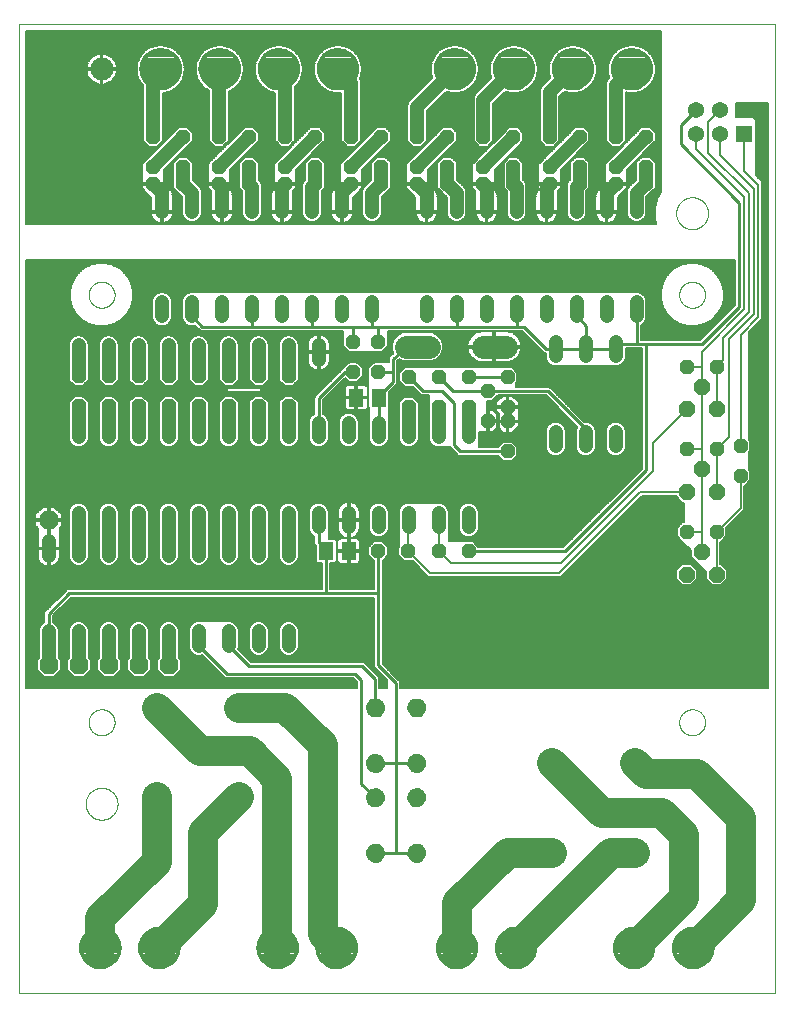
<source format=gbl>
G75*
%MOIN*%
%OFA0B0*%
%FSLAX25Y25*%
%IPPOS*%
%LPD*%
%AMOC8*
5,1,8,0,0,1.08239X$1,22.5*
%
%ADD10C,0.00000*%
%ADD11R,0.05118X0.05906*%
%ADD12OC8,0.04800*%
%ADD13C,0.04800*%
%ADD14C,0.04800*%
%ADD15C,0.05250*%
%ADD16C,0.05315*%
%ADD17C,0.07677*%
%ADD18C,0.07677*%
%ADD19OC8,0.05315*%
%ADD20R,0.05400X0.05400*%
%ADD21C,0.05400*%
%ADD22OC8,0.06300*%
%ADD23C,0.04802*%
%ADD24C,0.01000*%
%ADD25C,0.00600*%
%ADD26C,0.01378*%
%ADD27C,0.10000*%
%ADD28OC8,0.02400*%
%ADD29C,0.01200*%
%ADD30C,0.00800*%
%ADD31C,0.04785*%
%ADD32C,0.05000*%
D10*
X0003433Y0011772D02*
X0003433Y0334606D01*
X0255401Y0334606D01*
X0255401Y0011772D01*
X0003433Y0011772D01*
X0025677Y0074764D02*
X0025679Y0074909D01*
X0025685Y0075054D01*
X0025695Y0075199D01*
X0025709Y0075344D01*
X0025727Y0075488D01*
X0025748Y0075631D01*
X0025774Y0075774D01*
X0025803Y0075916D01*
X0025837Y0076058D01*
X0025874Y0076198D01*
X0025915Y0076337D01*
X0025960Y0076475D01*
X0026009Y0076612D01*
X0026061Y0076748D01*
X0026117Y0076882D01*
X0026177Y0077014D01*
X0026240Y0077145D01*
X0026307Y0077273D01*
X0026377Y0077401D01*
X0026451Y0077526D01*
X0026528Y0077649D01*
X0026608Y0077769D01*
X0026692Y0077888D01*
X0026779Y0078004D01*
X0026869Y0078118D01*
X0026962Y0078230D01*
X0027058Y0078338D01*
X0027158Y0078444D01*
X0027259Y0078548D01*
X0027364Y0078648D01*
X0027472Y0078746D01*
X0027582Y0078841D01*
X0027694Y0078932D01*
X0027809Y0079021D01*
X0027927Y0079106D01*
X0028047Y0079188D01*
X0028169Y0079267D01*
X0028293Y0079343D01*
X0028419Y0079415D01*
X0028547Y0079483D01*
X0028677Y0079548D01*
X0028808Y0079610D01*
X0028941Y0079667D01*
X0029076Y0079722D01*
X0029212Y0079772D01*
X0029350Y0079819D01*
X0029488Y0079862D01*
X0029628Y0079901D01*
X0029769Y0079936D01*
X0029911Y0079968D01*
X0030053Y0079995D01*
X0030196Y0080019D01*
X0030340Y0080039D01*
X0030485Y0080055D01*
X0030629Y0080067D01*
X0030774Y0080075D01*
X0030919Y0080079D01*
X0031065Y0080079D01*
X0031210Y0080075D01*
X0031355Y0080067D01*
X0031499Y0080055D01*
X0031644Y0080039D01*
X0031788Y0080019D01*
X0031931Y0079995D01*
X0032073Y0079968D01*
X0032215Y0079936D01*
X0032356Y0079901D01*
X0032496Y0079862D01*
X0032634Y0079819D01*
X0032772Y0079772D01*
X0032908Y0079722D01*
X0033043Y0079667D01*
X0033176Y0079610D01*
X0033307Y0079548D01*
X0033437Y0079483D01*
X0033565Y0079415D01*
X0033691Y0079343D01*
X0033815Y0079267D01*
X0033937Y0079188D01*
X0034057Y0079106D01*
X0034175Y0079021D01*
X0034290Y0078932D01*
X0034402Y0078841D01*
X0034512Y0078746D01*
X0034620Y0078648D01*
X0034725Y0078548D01*
X0034826Y0078444D01*
X0034926Y0078338D01*
X0035022Y0078230D01*
X0035115Y0078118D01*
X0035205Y0078004D01*
X0035292Y0077888D01*
X0035376Y0077769D01*
X0035456Y0077649D01*
X0035533Y0077526D01*
X0035607Y0077401D01*
X0035677Y0077273D01*
X0035744Y0077145D01*
X0035807Y0077014D01*
X0035867Y0076882D01*
X0035923Y0076748D01*
X0035975Y0076612D01*
X0036024Y0076475D01*
X0036069Y0076337D01*
X0036110Y0076198D01*
X0036147Y0076058D01*
X0036181Y0075916D01*
X0036210Y0075774D01*
X0036236Y0075631D01*
X0036257Y0075488D01*
X0036275Y0075344D01*
X0036289Y0075199D01*
X0036299Y0075054D01*
X0036305Y0074909D01*
X0036307Y0074764D01*
X0036305Y0074619D01*
X0036299Y0074474D01*
X0036289Y0074329D01*
X0036275Y0074184D01*
X0036257Y0074040D01*
X0036236Y0073897D01*
X0036210Y0073754D01*
X0036181Y0073612D01*
X0036147Y0073470D01*
X0036110Y0073330D01*
X0036069Y0073191D01*
X0036024Y0073053D01*
X0035975Y0072916D01*
X0035923Y0072780D01*
X0035867Y0072646D01*
X0035807Y0072514D01*
X0035744Y0072383D01*
X0035677Y0072255D01*
X0035607Y0072127D01*
X0035533Y0072002D01*
X0035456Y0071879D01*
X0035376Y0071759D01*
X0035292Y0071640D01*
X0035205Y0071524D01*
X0035115Y0071410D01*
X0035022Y0071298D01*
X0034926Y0071190D01*
X0034826Y0071084D01*
X0034725Y0070980D01*
X0034620Y0070880D01*
X0034512Y0070782D01*
X0034402Y0070687D01*
X0034290Y0070596D01*
X0034175Y0070507D01*
X0034057Y0070422D01*
X0033937Y0070340D01*
X0033815Y0070261D01*
X0033691Y0070185D01*
X0033565Y0070113D01*
X0033437Y0070045D01*
X0033307Y0069980D01*
X0033176Y0069918D01*
X0033043Y0069861D01*
X0032908Y0069806D01*
X0032772Y0069756D01*
X0032634Y0069709D01*
X0032496Y0069666D01*
X0032356Y0069627D01*
X0032215Y0069592D01*
X0032073Y0069560D01*
X0031931Y0069533D01*
X0031788Y0069509D01*
X0031644Y0069489D01*
X0031499Y0069473D01*
X0031355Y0069461D01*
X0031210Y0069453D01*
X0031065Y0069449D01*
X0030919Y0069449D01*
X0030774Y0069453D01*
X0030629Y0069461D01*
X0030485Y0069473D01*
X0030340Y0069489D01*
X0030196Y0069509D01*
X0030053Y0069533D01*
X0029911Y0069560D01*
X0029769Y0069592D01*
X0029628Y0069627D01*
X0029488Y0069666D01*
X0029350Y0069709D01*
X0029212Y0069756D01*
X0029076Y0069806D01*
X0028941Y0069861D01*
X0028808Y0069918D01*
X0028677Y0069980D01*
X0028547Y0070045D01*
X0028419Y0070113D01*
X0028293Y0070185D01*
X0028169Y0070261D01*
X0028047Y0070340D01*
X0027927Y0070422D01*
X0027809Y0070507D01*
X0027694Y0070596D01*
X0027582Y0070687D01*
X0027472Y0070782D01*
X0027364Y0070880D01*
X0027259Y0070980D01*
X0027158Y0071084D01*
X0027058Y0071190D01*
X0026962Y0071298D01*
X0026869Y0071410D01*
X0026779Y0071524D01*
X0026692Y0071640D01*
X0026608Y0071759D01*
X0026528Y0071879D01*
X0026451Y0072002D01*
X0026377Y0072127D01*
X0026307Y0072255D01*
X0026240Y0072383D01*
X0026177Y0072514D01*
X0026117Y0072646D01*
X0026061Y0072780D01*
X0026009Y0072916D01*
X0025960Y0073053D01*
X0025915Y0073191D01*
X0025874Y0073330D01*
X0025837Y0073470D01*
X0025803Y0073612D01*
X0025774Y0073754D01*
X0025748Y0073897D01*
X0025727Y0074040D01*
X0025709Y0074184D01*
X0025695Y0074329D01*
X0025685Y0074474D01*
X0025679Y0074619D01*
X0025677Y0074764D01*
X0026661Y0101929D02*
X0026663Y0102060D01*
X0026669Y0102192D01*
X0026679Y0102323D01*
X0026693Y0102454D01*
X0026711Y0102584D01*
X0026733Y0102713D01*
X0026758Y0102842D01*
X0026788Y0102970D01*
X0026822Y0103097D01*
X0026859Y0103224D01*
X0026900Y0103348D01*
X0026945Y0103472D01*
X0026994Y0103594D01*
X0027046Y0103715D01*
X0027102Y0103833D01*
X0027162Y0103951D01*
X0027225Y0104066D01*
X0027292Y0104179D01*
X0027362Y0104291D01*
X0027435Y0104400D01*
X0027511Y0104506D01*
X0027591Y0104611D01*
X0027674Y0104713D01*
X0027760Y0104812D01*
X0027849Y0104909D01*
X0027941Y0105003D01*
X0028036Y0105094D01*
X0028133Y0105183D01*
X0028233Y0105268D01*
X0028336Y0105350D01*
X0028441Y0105429D01*
X0028548Y0105505D01*
X0028658Y0105577D01*
X0028770Y0105646D01*
X0028884Y0105712D01*
X0028999Y0105774D01*
X0029117Y0105833D01*
X0029236Y0105888D01*
X0029357Y0105940D01*
X0029480Y0105987D01*
X0029604Y0106031D01*
X0029729Y0106072D01*
X0029855Y0106108D01*
X0029983Y0106141D01*
X0030111Y0106169D01*
X0030240Y0106194D01*
X0030370Y0106215D01*
X0030500Y0106232D01*
X0030631Y0106245D01*
X0030762Y0106254D01*
X0030893Y0106259D01*
X0031025Y0106260D01*
X0031156Y0106257D01*
X0031288Y0106250D01*
X0031419Y0106239D01*
X0031549Y0106224D01*
X0031679Y0106205D01*
X0031809Y0106182D01*
X0031937Y0106156D01*
X0032065Y0106125D01*
X0032192Y0106090D01*
X0032318Y0106052D01*
X0032442Y0106010D01*
X0032566Y0105964D01*
X0032687Y0105914D01*
X0032807Y0105861D01*
X0032926Y0105804D01*
X0033043Y0105744D01*
X0033157Y0105680D01*
X0033270Y0105612D01*
X0033381Y0105541D01*
X0033490Y0105467D01*
X0033596Y0105390D01*
X0033700Y0105309D01*
X0033801Y0105226D01*
X0033900Y0105139D01*
X0033996Y0105049D01*
X0034089Y0104956D01*
X0034180Y0104861D01*
X0034267Y0104763D01*
X0034352Y0104662D01*
X0034433Y0104559D01*
X0034511Y0104453D01*
X0034586Y0104345D01*
X0034658Y0104235D01*
X0034726Y0104123D01*
X0034791Y0104009D01*
X0034852Y0103892D01*
X0034910Y0103774D01*
X0034964Y0103654D01*
X0035015Y0103533D01*
X0035062Y0103410D01*
X0035105Y0103286D01*
X0035144Y0103161D01*
X0035180Y0103034D01*
X0035211Y0102906D01*
X0035239Y0102778D01*
X0035263Y0102649D01*
X0035283Y0102519D01*
X0035299Y0102388D01*
X0035311Y0102257D01*
X0035319Y0102126D01*
X0035323Y0101995D01*
X0035323Y0101863D01*
X0035319Y0101732D01*
X0035311Y0101601D01*
X0035299Y0101470D01*
X0035283Y0101339D01*
X0035263Y0101209D01*
X0035239Y0101080D01*
X0035211Y0100952D01*
X0035180Y0100824D01*
X0035144Y0100697D01*
X0035105Y0100572D01*
X0035062Y0100448D01*
X0035015Y0100325D01*
X0034964Y0100204D01*
X0034910Y0100084D01*
X0034852Y0099966D01*
X0034791Y0099849D01*
X0034726Y0099735D01*
X0034658Y0099623D01*
X0034586Y0099513D01*
X0034511Y0099405D01*
X0034433Y0099299D01*
X0034352Y0099196D01*
X0034267Y0099095D01*
X0034180Y0098997D01*
X0034089Y0098902D01*
X0033996Y0098809D01*
X0033900Y0098719D01*
X0033801Y0098632D01*
X0033700Y0098549D01*
X0033596Y0098468D01*
X0033490Y0098391D01*
X0033381Y0098317D01*
X0033270Y0098246D01*
X0033158Y0098178D01*
X0033043Y0098114D01*
X0032926Y0098054D01*
X0032807Y0097997D01*
X0032687Y0097944D01*
X0032566Y0097894D01*
X0032442Y0097848D01*
X0032318Y0097806D01*
X0032192Y0097768D01*
X0032065Y0097733D01*
X0031937Y0097702D01*
X0031809Y0097676D01*
X0031679Y0097653D01*
X0031549Y0097634D01*
X0031419Y0097619D01*
X0031288Y0097608D01*
X0031156Y0097601D01*
X0031025Y0097598D01*
X0030893Y0097599D01*
X0030762Y0097604D01*
X0030631Y0097613D01*
X0030500Y0097626D01*
X0030370Y0097643D01*
X0030240Y0097664D01*
X0030111Y0097689D01*
X0029983Y0097717D01*
X0029855Y0097750D01*
X0029729Y0097786D01*
X0029604Y0097827D01*
X0029480Y0097871D01*
X0029357Y0097918D01*
X0029236Y0097970D01*
X0029117Y0098025D01*
X0028999Y0098084D01*
X0028884Y0098146D01*
X0028770Y0098212D01*
X0028658Y0098281D01*
X0028548Y0098353D01*
X0028441Y0098429D01*
X0028336Y0098508D01*
X0028233Y0098590D01*
X0028133Y0098675D01*
X0028036Y0098764D01*
X0027941Y0098855D01*
X0027849Y0098949D01*
X0027760Y0099046D01*
X0027674Y0099145D01*
X0027591Y0099247D01*
X0027511Y0099352D01*
X0027435Y0099458D01*
X0027362Y0099567D01*
X0027292Y0099679D01*
X0027225Y0099792D01*
X0027162Y0099907D01*
X0027102Y0100025D01*
X0027046Y0100143D01*
X0026994Y0100264D01*
X0026945Y0100386D01*
X0026900Y0100510D01*
X0026859Y0100634D01*
X0026822Y0100761D01*
X0026788Y0100888D01*
X0026758Y0101016D01*
X0026733Y0101145D01*
X0026711Y0101274D01*
X0026693Y0101404D01*
X0026679Y0101535D01*
X0026669Y0101666D01*
X0026663Y0101798D01*
X0026661Y0101929D01*
X0026661Y0244449D02*
X0026663Y0244580D01*
X0026669Y0244712D01*
X0026679Y0244843D01*
X0026693Y0244974D01*
X0026711Y0245104D01*
X0026733Y0245233D01*
X0026758Y0245362D01*
X0026788Y0245490D01*
X0026822Y0245617D01*
X0026859Y0245744D01*
X0026900Y0245868D01*
X0026945Y0245992D01*
X0026994Y0246114D01*
X0027046Y0246235D01*
X0027102Y0246353D01*
X0027162Y0246471D01*
X0027225Y0246586D01*
X0027292Y0246699D01*
X0027362Y0246811D01*
X0027435Y0246920D01*
X0027511Y0247026D01*
X0027591Y0247131D01*
X0027674Y0247233D01*
X0027760Y0247332D01*
X0027849Y0247429D01*
X0027941Y0247523D01*
X0028036Y0247614D01*
X0028133Y0247703D01*
X0028233Y0247788D01*
X0028336Y0247870D01*
X0028441Y0247949D01*
X0028548Y0248025D01*
X0028658Y0248097D01*
X0028770Y0248166D01*
X0028884Y0248232D01*
X0028999Y0248294D01*
X0029117Y0248353D01*
X0029236Y0248408D01*
X0029357Y0248460D01*
X0029480Y0248507D01*
X0029604Y0248551D01*
X0029729Y0248592D01*
X0029855Y0248628D01*
X0029983Y0248661D01*
X0030111Y0248689D01*
X0030240Y0248714D01*
X0030370Y0248735D01*
X0030500Y0248752D01*
X0030631Y0248765D01*
X0030762Y0248774D01*
X0030893Y0248779D01*
X0031025Y0248780D01*
X0031156Y0248777D01*
X0031288Y0248770D01*
X0031419Y0248759D01*
X0031549Y0248744D01*
X0031679Y0248725D01*
X0031809Y0248702D01*
X0031937Y0248676D01*
X0032065Y0248645D01*
X0032192Y0248610D01*
X0032318Y0248572D01*
X0032442Y0248530D01*
X0032566Y0248484D01*
X0032687Y0248434D01*
X0032807Y0248381D01*
X0032926Y0248324D01*
X0033043Y0248264D01*
X0033157Y0248200D01*
X0033270Y0248132D01*
X0033381Y0248061D01*
X0033490Y0247987D01*
X0033596Y0247910D01*
X0033700Y0247829D01*
X0033801Y0247746D01*
X0033900Y0247659D01*
X0033996Y0247569D01*
X0034089Y0247476D01*
X0034180Y0247381D01*
X0034267Y0247283D01*
X0034352Y0247182D01*
X0034433Y0247079D01*
X0034511Y0246973D01*
X0034586Y0246865D01*
X0034658Y0246755D01*
X0034726Y0246643D01*
X0034791Y0246529D01*
X0034852Y0246412D01*
X0034910Y0246294D01*
X0034964Y0246174D01*
X0035015Y0246053D01*
X0035062Y0245930D01*
X0035105Y0245806D01*
X0035144Y0245681D01*
X0035180Y0245554D01*
X0035211Y0245426D01*
X0035239Y0245298D01*
X0035263Y0245169D01*
X0035283Y0245039D01*
X0035299Y0244908D01*
X0035311Y0244777D01*
X0035319Y0244646D01*
X0035323Y0244515D01*
X0035323Y0244383D01*
X0035319Y0244252D01*
X0035311Y0244121D01*
X0035299Y0243990D01*
X0035283Y0243859D01*
X0035263Y0243729D01*
X0035239Y0243600D01*
X0035211Y0243472D01*
X0035180Y0243344D01*
X0035144Y0243217D01*
X0035105Y0243092D01*
X0035062Y0242968D01*
X0035015Y0242845D01*
X0034964Y0242724D01*
X0034910Y0242604D01*
X0034852Y0242486D01*
X0034791Y0242369D01*
X0034726Y0242255D01*
X0034658Y0242143D01*
X0034586Y0242033D01*
X0034511Y0241925D01*
X0034433Y0241819D01*
X0034352Y0241716D01*
X0034267Y0241615D01*
X0034180Y0241517D01*
X0034089Y0241422D01*
X0033996Y0241329D01*
X0033900Y0241239D01*
X0033801Y0241152D01*
X0033700Y0241069D01*
X0033596Y0240988D01*
X0033490Y0240911D01*
X0033381Y0240837D01*
X0033270Y0240766D01*
X0033158Y0240698D01*
X0033043Y0240634D01*
X0032926Y0240574D01*
X0032807Y0240517D01*
X0032687Y0240464D01*
X0032566Y0240414D01*
X0032442Y0240368D01*
X0032318Y0240326D01*
X0032192Y0240288D01*
X0032065Y0240253D01*
X0031937Y0240222D01*
X0031809Y0240196D01*
X0031679Y0240173D01*
X0031549Y0240154D01*
X0031419Y0240139D01*
X0031288Y0240128D01*
X0031156Y0240121D01*
X0031025Y0240118D01*
X0030893Y0240119D01*
X0030762Y0240124D01*
X0030631Y0240133D01*
X0030500Y0240146D01*
X0030370Y0240163D01*
X0030240Y0240184D01*
X0030111Y0240209D01*
X0029983Y0240237D01*
X0029855Y0240270D01*
X0029729Y0240306D01*
X0029604Y0240347D01*
X0029480Y0240391D01*
X0029357Y0240438D01*
X0029236Y0240490D01*
X0029117Y0240545D01*
X0028999Y0240604D01*
X0028884Y0240666D01*
X0028770Y0240732D01*
X0028658Y0240801D01*
X0028548Y0240873D01*
X0028441Y0240949D01*
X0028336Y0241028D01*
X0028233Y0241110D01*
X0028133Y0241195D01*
X0028036Y0241284D01*
X0027941Y0241375D01*
X0027849Y0241469D01*
X0027760Y0241566D01*
X0027674Y0241665D01*
X0027591Y0241767D01*
X0027511Y0241872D01*
X0027435Y0241978D01*
X0027362Y0242087D01*
X0027292Y0242199D01*
X0027225Y0242312D01*
X0027162Y0242427D01*
X0027102Y0242545D01*
X0027046Y0242663D01*
X0026994Y0242784D01*
X0026945Y0242906D01*
X0026900Y0243030D01*
X0026859Y0243154D01*
X0026822Y0243281D01*
X0026788Y0243408D01*
X0026758Y0243536D01*
X0026733Y0243665D01*
X0026711Y0243794D01*
X0026693Y0243924D01*
X0026679Y0244055D01*
X0026669Y0244186D01*
X0026663Y0244318D01*
X0026661Y0244449D01*
X0223511Y0244449D02*
X0223513Y0244580D01*
X0223519Y0244712D01*
X0223529Y0244843D01*
X0223543Y0244974D01*
X0223561Y0245104D01*
X0223583Y0245233D01*
X0223608Y0245362D01*
X0223638Y0245490D01*
X0223672Y0245617D01*
X0223709Y0245744D01*
X0223750Y0245868D01*
X0223795Y0245992D01*
X0223844Y0246114D01*
X0223896Y0246235D01*
X0223952Y0246353D01*
X0224012Y0246471D01*
X0224075Y0246586D01*
X0224142Y0246699D01*
X0224212Y0246811D01*
X0224285Y0246920D01*
X0224361Y0247026D01*
X0224441Y0247131D01*
X0224524Y0247233D01*
X0224610Y0247332D01*
X0224699Y0247429D01*
X0224791Y0247523D01*
X0224886Y0247614D01*
X0224983Y0247703D01*
X0225083Y0247788D01*
X0225186Y0247870D01*
X0225291Y0247949D01*
X0225398Y0248025D01*
X0225508Y0248097D01*
X0225620Y0248166D01*
X0225734Y0248232D01*
X0225849Y0248294D01*
X0225967Y0248353D01*
X0226086Y0248408D01*
X0226207Y0248460D01*
X0226330Y0248507D01*
X0226454Y0248551D01*
X0226579Y0248592D01*
X0226705Y0248628D01*
X0226833Y0248661D01*
X0226961Y0248689D01*
X0227090Y0248714D01*
X0227220Y0248735D01*
X0227350Y0248752D01*
X0227481Y0248765D01*
X0227612Y0248774D01*
X0227743Y0248779D01*
X0227875Y0248780D01*
X0228006Y0248777D01*
X0228138Y0248770D01*
X0228269Y0248759D01*
X0228399Y0248744D01*
X0228529Y0248725D01*
X0228659Y0248702D01*
X0228787Y0248676D01*
X0228915Y0248645D01*
X0229042Y0248610D01*
X0229168Y0248572D01*
X0229292Y0248530D01*
X0229416Y0248484D01*
X0229537Y0248434D01*
X0229657Y0248381D01*
X0229776Y0248324D01*
X0229893Y0248264D01*
X0230007Y0248200D01*
X0230120Y0248132D01*
X0230231Y0248061D01*
X0230340Y0247987D01*
X0230446Y0247910D01*
X0230550Y0247829D01*
X0230651Y0247746D01*
X0230750Y0247659D01*
X0230846Y0247569D01*
X0230939Y0247476D01*
X0231030Y0247381D01*
X0231117Y0247283D01*
X0231202Y0247182D01*
X0231283Y0247079D01*
X0231361Y0246973D01*
X0231436Y0246865D01*
X0231508Y0246755D01*
X0231576Y0246643D01*
X0231641Y0246529D01*
X0231702Y0246412D01*
X0231760Y0246294D01*
X0231814Y0246174D01*
X0231865Y0246053D01*
X0231912Y0245930D01*
X0231955Y0245806D01*
X0231994Y0245681D01*
X0232030Y0245554D01*
X0232061Y0245426D01*
X0232089Y0245298D01*
X0232113Y0245169D01*
X0232133Y0245039D01*
X0232149Y0244908D01*
X0232161Y0244777D01*
X0232169Y0244646D01*
X0232173Y0244515D01*
X0232173Y0244383D01*
X0232169Y0244252D01*
X0232161Y0244121D01*
X0232149Y0243990D01*
X0232133Y0243859D01*
X0232113Y0243729D01*
X0232089Y0243600D01*
X0232061Y0243472D01*
X0232030Y0243344D01*
X0231994Y0243217D01*
X0231955Y0243092D01*
X0231912Y0242968D01*
X0231865Y0242845D01*
X0231814Y0242724D01*
X0231760Y0242604D01*
X0231702Y0242486D01*
X0231641Y0242369D01*
X0231576Y0242255D01*
X0231508Y0242143D01*
X0231436Y0242033D01*
X0231361Y0241925D01*
X0231283Y0241819D01*
X0231202Y0241716D01*
X0231117Y0241615D01*
X0231030Y0241517D01*
X0230939Y0241422D01*
X0230846Y0241329D01*
X0230750Y0241239D01*
X0230651Y0241152D01*
X0230550Y0241069D01*
X0230446Y0240988D01*
X0230340Y0240911D01*
X0230231Y0240837D01*
X0230120Y0240766D01*
X0230008Y0240698D01*
X0229893Y0240634D01*
X0229776Y0240574D01*
X0229657Y0240517D01*
X0229537Y0240464D01*
X0229416Y0240414D01*
X0229292Y0240368D01*
X0229168Y0240326D01*
X0229042Y0240288D01*
X0228915Y0240253D01*
X0228787Y0240222D01*
X0228659Y0240196D01*
X0228529Y0240173D01*
X0228399Y0240154D01*
X0228269Y0240139D01*
X0228138Y0240128D01*
X0228006Y0240121D01*
X0227875Y0240118D01*
X0227743Y0240119D01*
X0227612Y0240124D01*
X0227481Y0240133D01*
X0227350Y0240146D01*
X0227220Y0240163D01*
X0227090Y0240184D01*
X0226961Y0240209D01*
X0226833Y0240237D01*
X0226705Y0240270D01*
X0226579Y0240306D01*
X0226454Y0240347D01*
X0226330Y0240391D01*
X0226207Y0240438D01*
X0226086Y0240490D01*
X0225967Y0240545D01*
X0225849Y0240604D01*
X0225734Y0240666D01*
X0225620Y0240732D01*
X0225508Y0240801D01*
X0225398Y0240873D01*
X0225291Y0240949D01*
X0225186Y0241028D01*
X0225083Y0241110D01*
X0224983Y0241195D01*
X0224886Y0241284D01*
X0224791Y0241375D01*
X0224699Y0241469D01*
X0224610Y0241566D01*
X0224524Y0241665D01*
X0224441Y0241767D01*
X0224361Y0241872D01*
X0224285Y0241978D01*
X0224212Y0242087D01*
X0224142Y0242199D01*
X0224075Y0242312D01*
X0224012Y0242427D01*
X0223952Y0242545D01*
X0223896Y0242663D01*
X0223844Y0242784D01*
X0223795Y0242906D01*
X0223750Y0243030D01*
X0223709Y0243154D01*
X0223672Y0243281D01*
X0223638Y0243408D01*
X0223608Y0243536D01*
X0223583Y0243665D01*
X0223561Y0243794D01*
X0223543Y0243924D01*
X0223529Y0244055D01*
X0223519Y0244186D01*
X0223513Y0244318D01*
X0223511Y0244449D01*
X0222527Y0271614D02*
X0222529Y0271759D01*
X0222535Y0271904D01*
X0222545Y0272049D01*
X0222559Y0272194D01*
X0222577Y0272338D01*
X0222598Y0272481D01*
X0222624Y0272624D01*
X0222653Y0272766D01*
X0222687Y0272908D01*
X0222724Y0273048D01*
X0222765Y0273187D01*
X0222810Y0273325D01*
X0222859Y0273462D01*
X0222911Y0273598D01*
X0222967Y0273732D01*
X0223027Y0273864D01*
X0223090Y0273995D01*
X0223157Y0274123D01*
X0223227Y0274251D01*
X0223301Y0274376D01*
X0223378Y0274499D01*
X0223458Y0274619D01*
X0223542Y0274738D01*
X0223629Y0274854D01*
X0223719Y0274968D01*
X0223812Y0275080D01*
X0223908Y0275188D01*
X0224008Y0275294D01*
X0224109Y0275398D01*
X0224214Y0275498D01*
X0224322Y0275596D01*
X0224432Y0275691D01*
X0224544Y0275782D01*
X0224659Y0275871D01*
X0224777Y0275956D01*
X0224897Y0276038D01*
X0225019Y0276117D01*
X0225143Y0276193D01*
X0225269Y0276265D01*
X0225397Y0276333D01*
X0225527Y0276398D01*
X0225658Y0276460D01*
X0225791Y0276517D01*
X0225926Y0276572D01*
X0226062Y0276622D01*
X0226200Y0276669D01*
X0226338Y0276712D01*
X0226478Y0276751D01*
X0226619Y0276786D01*
X0226761Y0276818D01*
X0226903Y0276845D01*
X0227046Y0276869D01*
X0227190Y0276889D01*
X0227335Y0276905D01*
X0227479Y0276917D01*
X0227624Y0276925D01*
X0227769Y0276929D01*
X0227915Y0276929D01*
X0228060Y0276925D01*
X0228205Y0276917D01*
X0228349Y0276905D01*
X0228494Y0276889D01*
X0228638Y0276869D01*
X0228781Y0276845D01*
X0228923Y0276818D01*
X0229065Y0276786D01*
X0229206Y0276751D01*
X0229346Y0276712D01*
X0229484Y0276669D01*
X0229622Y0276622D01*
X0229758Y0276572D01*
X0229893Y0276517D01*
X0230026Y0276460D01*
X0230157Y0276398D01*
X0230287Y0276333D01*
X0230415Y0276265D01*
X0230541Y0276193D01*
X0230665Y0276117D01*
X0230787Y0276038D01*
X0230907Y0275956D01*
X0231025Y0275871D01*
X0231140Y0275782D01*
X0231252Y0275691D01*
X0231362Y0275596D01*
X0231470Y0275498D01*
X0231575Y0275398D01*
X0231676Y0275294D01*
X0231776Y0275188D01*
X0231872Y0275080D01*
X0231965Y0274968D01*
X0232055Y0274854D01*
X0232142Y0274738D01*
X0232226Y0274619D01*
X0232306Y0274499D01*
X0232383Y0274376D01*
X0232457Y0274251D01*
X0232527Y0274123D01*
X0232594Y0273995D01*
X0232657Y0273864D01*
X0232717Y0273732D01*
X0232773Y0273598D01*
X0232825Y0273462D01*
X0232874Y0273325D01*
X0232919Y0273187D01*
X0232960Y0273048D01*
X0232997Y0272908D01*
X0233031Y0272766D01*
X0233060Y0272624D01*
X0233086Y0272481D01*
X0233107Y0272338D01*
X0233125Y0272194D01*
X0233139Y0272049D01*
X0233149Y0271904D01*
X0233155Y0271759D01*
X0233157Y0271614D01*
X0233155Y0271469D01*
X0233149Y0271324D01*
X0233139Y0271179D01*
X0233125Y0271034D01*
X0233107Y0270890D01*
X0233086Y0270747D01*
X0233060Y0270604D01*
X0233031Y0270462D01*
X0232997Y0270320D01*
X0232960Y0270180D01*
X0232919Y0270041D01*
X0232874Y0269903D01*
X0232825Y0269766D01*
X0232773Y0269630D01*
X0232717Y0269496D01*
X0232657Y0269364D01*
X0232594Y0269233D01*
X0232527Y0269105D01*
X0232457Y0268977D01*
X0232383Y0268852D01*
X0232306Y0268729D01*
X0232226Y0268609D01*
X0232142Y0268490D01*
X0232055Y0268374D01*
X0231965Y0268260D01*
X0231872Y0268148D01*
X0231776Y0268040D01*
X0231676Y0267934D01*
X0231575Y0267830D01*
X0231470Y0267730D01*
X0231362Y0267632D01*
X0231252Y0267537D01*
X0231140Y0267446D01*
X0231025Y0267357D01*
X0230907Y0267272D01*
X0230787Y0267190D01*
X0230665Y0267111D01*
X0230541Y0267035D01*
X0230415Y0266963D01*
X0230287Y0266895D01*
X0230157Y0266830D01*
X0230026Y0266768D01*
X0229893Y0266711D01*
X0229758Y0266656D01*
X0229622Y0266606D01*
X0229484Y0266559D01*
X0229346Y0266516D01*
X0229206Y0266477D01*
X0229065Y0266442D01*
X0228923Y0266410D01*
X0228781Y0266383D01*
X0228638Y0266359D01*
X0228494Y0266339D01*
X0228349Y0266323D01*
X0228205Y0266311D01*
X0228060Y0266303D01*
X0227915Y0266299D01*
X0227769Y0266299D01*
X0227624Y0266303D01*
X0227479Y0266311D01*
X0227335Y0266323D01*
X0227190Y0266339D01*
X0227046Y0266359D01*
X0226903Y0266383D01*
X0226761Y0266410D01*
X0226619Y0266442D01*
X0226478Y0266477D01*
X0226338Y0266516D01*
X0226200Y0266559D01*
X0226062Y0266606D01*
X0225926Y0266656D01*
X0225791Y0266711D01*
X0225658Y0266768D01*
X0225527Y0266830D01*
X0225397Y0266895D01*
X0225269Y0266963D01*
X0225143Y0267035D01*
X0225019Y0267111D01*
X0224897Y0267190D01*
X0224777Y0267272D01*
X0224659Y0267357D01*
X0224544Y0267446D01*
X0224432Y0267537D01*
X0224322Y0267632D01*
X0224214Y0267730D01*
X0224109Y0267830D01*
X0224008Y0267934D01*
X0223908Y0268040D01*
X0223812Y0268148D01*
X0223719Y0268260D01*
X0223629Y0268374D01*
X0223542Y0268490D01*
X0223458Y0268609D01*
X0223378Y0268729D01*
X0223301Y0268852D01*
X0223227Y0268977D01*
X0223157Y0269105D01*
X0223090Y0269233D01*
X0223027Y0269364D01*
X0222967Y0269496D01*
X0222911Y0269630D01*
X0222859Y0269766D01*
X0222810Y0269903D01*
X0222765Y0270041D01*
X0222724Y0270180D01*
X0222687Y0270320D01*
X0222653Y0270462D01*
X0222624Y0270604D01*
X0222598Y0270747D01*
X0222577Y0270890D01*
X0222559Y0271034D01*
X0222545Y0271179D01*
X0222535Y0271324D01*
X0222529Y0271469D01*
X0222527Y0271614D01*
X0223511Y0101929D02*
X0223513Y0102060D01*
X0223519Y0102192D01*
X0223529Y0102323D01*
X0223543Y0102454D01*
X0223561Y0102584D01*
X0223583Y0102713D01*
X0223608Y0102842D01*
X0223638Y0102970D01*
X0223672Y0103097D01*
X0223709Y0103224D01*
X0223750Y0103348D01*
X0223795Y0103472D01*
X0223844Y0103594D01*
X0223896Y0103715D01*
X0223952Y0103833D01*
X0224012Y0103951D01*
X0224075Y0104066D01*
X0224142Y0104179D01*
X0224212Y0104291D01*
X0224285Y0104400D01*
X0224361Y0104506D01*
X0224441Y0104611D01*
X0224524Y0104713D01*
X0224610Y0104812D01*
X0224699Y0104909D01*
X0224791Y0105003D01*
X0224886Y0105094D01*
X0224983Y0105183D01*
X0225083Y0105268D01*
X0225186Y0105350D01*
X0225291Y0105429D01*
X0225398Y0105505D01*
X0225508Y0105577D01*
X0225620Y0105646D01*
X0225734Y0105712D01*
X0225849Y0105774D01*
X0225967Y0105833D01*
X0226086Y0105888D01*
X0226207Y0105940D01*
X0226330Y0105987D01*
X0226454Y0106031D01*
X0226579Y0106072D01*
X0226705Y0106108D01*
X0226833Y0106141D01*
X0226961Y0106169D01*
X0227090Y0106194D01*
X0227220Y0106215D01*
X0227350Y0106232D01*
X0227481Y0106245D01*
X0227612Y0106254D01*
X0227743Y0106259D01*
X0227875Y0106260D01*
X0228006Y0106257D01*
X0228138Y0106250D01*
X0228269Y0106239D01*
X0228399Y0106224D01*
X0228529Y0106205D01*
X0228659Y0106182D01*
X0228787Y0106156D01*
X0228915Y0106125D01*
X0229042Y0106090D01*
X0229168Y0106052D01*
X0229292Y0106010D01*
X0229416Y0105964D01*
X0229537Y0105914D01*
X0229657Y0105861D01*
X0229776Y0105804D01*
X0229893Y0105744D01*
X0230007Y0105680D01*
X0230120Y0105612D01*
X0230231Y0105541D01*
X0230340Y0105467D01*
X0230446Y0105390D01*
X0230550Y0105309D01*
X0230651Y0105226D01*
X0230750Y0105139D01*
X0230846Y0105049D01*
X0230939Y0104956D01*
X0231030Y0104861D01*
X0231117Y0104763D01*
X0231202Y0104662D01*
X0231283Y0104559D01*
X0231361Y0104453D01*
X0231436Y0104345D01*
X0231508Y0104235D01*
X0231576Y0104123D01*
X0231641Y0104009D01*
X0231702Y0103892D01*
X0231760Y0103774D01*
X0231814Y0103654D01*
X0231865Y0103533D01*
X0231912Y0103410D01*
X0231955Y0103286D01*
X0231994Y0103161D01*
X0232030Y0103034D01*
X0232061Y0102906D01*
X0232089Y0102778D01*
X0232113Y0102649D01*
X0232133Y0102519D01*
X0232149Y0102388D01*
X0232161Y0102257D01*
X0232169Y0102126D01*
X0232173Y0101995D01*
X0232173Y0101863D01*
X0232169Y0101732D01*
X0232161Y0101601D01*
X0232149Y0101470D01*
X0232133Y0101339D01*
X0232113Y0101209D01*
X0232089Y0101080D01*
X0232061Y0100952D01*
X0232030Y0100824D01*
X0231994Y0100697D01*
X0231955Y0100572D01*
X0231912Y0100448D01*
X0231865Y0100325D01*
X0231814Y0100204D01*
X0231760Y0100084D01*
X0231702Y0099966D01*
X0231641Y0099849D01*
X0231576Y0099735D01*
X0231508Y0099623D01*
X0231436Y0099513D01*
X0231361Y0099405D01*
X0231283Y0099299D01*
X0231202Y0099196D01*
X0231117Y0099095D01*
X0231030Y0098997D01*
X0230939Y0098902D01*
X0230846Y0098809D01*
X0230750Y0098719D01*
X0230651Y0098632D01*
X0230550Y0098549D01*
X0230446Y0098468D01*
X0230340Y0098391D01*
X0230231Y0098317D01*
X0230120Y0098246D01*
X0230008Y0098178D01*
X0229893Y0098114D01*
X0229776Y0098054D01*
X0229657Y0097997D01*
X0229537Y0097944D01*
X0229416Y0097894D01*
X0229292Y0097848D01*
X0229168Y0097806D01*
X0229042Y0097768D01*
X0228915Y0097733D01*
X0228787Y0097702D01*
X0228659Y0097676D01*
X0228529Y0097653D01*
X0228399Y0097634D01*
X0228269Y0097619D01*
X0228138Y0097608D01*
X0228006Y0097601D01*
X0227875Y0097598D01*
X0227743Y0097599D01*
X0227612Y0097604D01*
X0227481Y0097613D01*
X0227350Y0097626D01*
X0227220Y0097643D01*
X0227090Y0097664D01*
X0226961Y0097689D01*
X0226833Y0097717D01*
X0226705Y0097750D01*
X0226579Y0097786D01*
X0226454Y0097827D01*
X0226330Y0097871D01*
X0226207Y0097918D01*
X0226086Y0097970D01*
X0225967Y0098025D01*
X0225849Y0098084D01*
X0225734Y0098146D01*
X0225620Y0098212D01*
X0225508Y0098281D01*
X0225398Y0098353D01*
X0225291Y0098429D01*
X0225186Y0098508D01*
X0225083Y0098590D01*
X0224983Y0098675D01*
X0224886Y0098764D01*
X0224791Y0098855D01*
X0224699Y0098949D01*
X0224610Y0099046D01*
X0224524Y0099145D01*
X0224441Y0099247D01*
X0224361Y0099352D01*
X0224285Y0099458D01*
X0224212Y0099567D01*
X0224142Y0099679D01*
X0224075Y0099792D01*
X0224012Y0099907D01*
X0223952Y0100025D01*
X0223896Y0100143D01*
X0223844Y0100264D01*
X0223795Y0100386D01*
X0223750Y0100510D01*
X0223709Y0100634D01*
X0223672Y0100761D01*
X0223638Y0100888D01*
X0223608Y0101016D01*
X0223583Y0101145D01*
X0223561Y0101274D01*
X0223543Y0101404D01*
X0223529Y0101535D01*
X0223519Y0101666D01*
X0223513Y0101798D01*
X0223511Y0101929D01*
D11*
X0123354Y0210197D03*
X0115874Y0210197D03*
X0113354Y0159016D03*
X0105874Y0159016D03*
D12*
X0123236Y0158976D03*
X0133236Y0158976D03*
X0143354Y0158976D03*
X0153354Y0158976D03*
X0166307Y0192205D03*
X0166307Y0202205D03*
X0166307Y0207126D03*
X0159929Y0202362D03*
X0153354Y0207126D03*
X0159929Y0212362D03*
X0166307Y0217126D03*
X0153354Y0217126D03*
X0143354Y0217126D03*
X0143354Y0207126D03*
X0133354Y0207126D03*
X0133354Y0217126D03*
X0123079Y0218583D03*
X0114811Y0218583D03*
X0114811Y0228583D03*
X0123079Y0228583D03*
X0093354Y0217362D03*
X0093354Y0207362D03*
X0083354Y0207362D03*
X0073354Y0207362D03*
X0073354Y0217362D03*
X0083354Y0217362D03*
X0063354Y0217362D03*
X0063354Y0207362D03*
X0053354Y0207362D03*
X0043354Y0207362D03*
X0043354Y0217362D03*
X0053354Y0217362D03*
X0033354Y0217362D03*
X0033354Y0207362D03*
X0023354Y0207362D03*
X0023354Y0217362D03*
X0048039Y0281457D03*
X0048039Y0287087D03*
X0048039Y0297087D03*
X0058039Y0297087D03*
X0058039Y0287087D03*
X0058039Y0281457D03*
X0070086Y0281457D03*
X0070086Y0287087D03*
X0070086Y0297087D03*
X0080086Y0297087D03*
X0080086Y0287087D03*
X0080086Y0281457D03*
X0092134Y0281457D03*
X0092134Y0287087D03*
X0092134Y0297087D03*
X0102134Y0297087D03*
X0102134Y0287087D03*
X0102134Y0281457D03*
X0114181Y0281457D03*
X0114181Y0287087D03*
X0114181Y0297087D03*
X0124181Y0297087D03*
X0124181Y0287087D03*
X0124181Y0281457D03*
X0136228Y0281457D03*
X0136228Y0287087D03*
X0136228Y0297087D03*
X0146228Y0297087D03*
X0146228Y0287087D03*
X0146228Y0281457D03*
X0158275Y0281457D03*
X0158275Y0287087D03*
X0158275Y0297087D03*
X0168275Y0297087D03*
X0168275Y0287087D03*
X0168275Y0281457D03*
X0180323Y0281457D03*
X0180323Y0287087D03*
X0180323Y0297087D03*
X0190323Y0297087D03*
X0190323Y0287087D03*
X0190323Y0281457D03*
X0202370Y0281457D03*
X0202370Y0287087D03*
X0202370Y0297087D03*
X0212370Y0297087D03*
X0212370Y0287087D03*
X0212370Y0281457D03*
X0225992Y0220433D03*
X0235992Y0220433D03*
X0243984Y0193937D03*
X0235992Y0192874D03*
X0243984Y0183937D03*
X0235992Y0165315D03*
X0225992Y0165315D03*
X0225992Y0192874D03*
D13*
X0202409Y0193939D02*
X0202409Y0198739D01*
X0192409Y0198739D02*
X0192409Y0193939D01*
X0182409Y0193939D02*
X0182409Y0198739D01*
X0182409Y0223939D02*
X0182409Y0228739D01*
X0179299Y0237247D02*
X0179299Y0242047D01*
X0169299Y0242047D02*
X0169299Y0237247D01*
X0159299Y0237247D02*
X0159299Y0242047D01*
X0149299Y0242047D02*
X0149299Y0237247D01*
X0139299Y0237247D02*
X0139299Y0242047D01*
X0121110Y0242047D02*
X0121110Y0237247D01*
X0111110Y0237247D02*
X0111110Y0242047D01*
X0101110Y0242047D02*
X0101110Y0237247D01*
X0103354Y0227636D02*
X0103354Y0222836D01*
X0093354Y0222836D02*
X0093354Y0227636D01*
X0091110Y0237247D02*
X0091110Y0242047D01*
X0081110Y0242047D02*
X0081110Y0237247D01*
X0083354Y0227636D02*
X0083354Y0222836D01*
X0073354Y0222836D02*
X0073354Y0227636D01*
X0071110Y0237247D02*
X0071110Y0242047D01*
X0061110Y0242047D02*
X0061110Y0237247D01*
X0063354Y0227636D02*
X0063354Y0222836D01*
X0053354Y0222836D02*
X0053354Y0227636D01*
X0051110Y0237247D02*
X0051110Y0242047D01*
X0043354Y0227636D02*
X0043354Y0222836D01*
X0033354Y0222836D02*
X0033354Y0227636D01*
X0023354Y0227636D02*
X0023354Y0222836D01*
X0023354Y0201770D02*
X0023354Y0196970D01*
X0033354Y0196970D02*
X0033354Y0201770D01*
X0043354Y0201770D02*
X0043354Y0196970D01*
X0053354Y0196970D02*
X0053354Y0201770D01*
X0063354Y0201770D02*
X0063354Y0196970D01*
X0073354Y0196970D02*
X0073354Y0201770D01*
X0083354Y0201770D02*
X0083354Y0196970D01*
X0093354Y0196970D02*
X0093354Y0201770D01*
X0103354Y0201770D02*
X0103354Y0196970D01*
X0113354Y0196970D02*
X0113354Y0201770D01*
X0123354Y0201770D02*
X0123354Y0196970D01*
X0133354Y0196970D02*
X0133354Y0201770D01*
X0143354Y0201770D02*
X0143354Y0196970D01*
X0153354Y0196970D02*
X0153354Y0201770D01*
X0153354Y0171770D02*
X0153354Y0166970D01*
X0143354Y0166970D02*
X0143354Y0171770D01*
X0133354Y0171770D02*
X0133354Y0166970D01*
X0123354Y0166970D02*
X0123354Y0171770D01*
X0113354Y0171770D02*
X0113354Y0166970D01*
X0103354Y0166970D02*
X0103354Y0171770D01*
X0093354Y0171770D02*
X0093354Y0166970D01*
X0093354Y0162282D02*
X0093354Y0157482D01*
X0083354Y0157482D02*
X0083354Y0162282D01*
X0083354Y0166970D02*
X0083354Y0171770D01*
X0073354Y0171770D02*
X0073354Y0166970D01*
X0073354Y0162282D02*
X0073354Y0157482D01*
X0063354Y0157482D02*
X0063354Y0162282D01*
X0063354Y0166970D02*
X0063354Y0171770D01*
X0053354Y0171770D02*
X0053354Y0166970D01*
X0053354Y0162282D02*
X0053354Y0157482D01*
X0043354Y0157482D02*
X0043354Y0162282D01*
X0043354Y0166970D02*
X0043354Y0171770D01*
X0033354Y0171770D02*
X0033354Y0166970D01*
X0033354Y0162282D02*
X0033354Y0157482D01*
X0023354Y0157482D02*
X0023354Y0162282D01*
X0023354Y0166970D02*
X0023354Y0171770D01*
X0013354Y0162282D02*
X0013354Y0157482D01*
X0013354Y0132282D02*
X0013354Y0127482D01*
X0023354Y0127482D02*
X0023354Y0132282D01*
X0033354Y0132282D02*
X0033354Y0127482D01*
X0043354Y0127482D02*
X0043354Y0132282D01*
X0053354Y0132282D02*
X0053354Y0127482D01*
X0063354Y0127482D02*
X0063354Y0132282D01*
X0073354Y0132282D02*
X0073354Y0127482D01*
X0083354Y0127482D02*
X0083354Y0132282D01*
X0093354Y0132282D02*
X0093354Y0127482D01*
X0189299Y0237247D02*
X0189299Y0242047D01*
X0199299Y0242047D02*
X0199299Y0237247D01*
X0202409Y0228739D02*
X0202409Y0223939D01*
X0192409Y0223939D02*
X0192409Y0228739D01*
X0209299Y0237247D02*
X0209299Y0242047D01*
X0209299Y0272047D02*
X0209299Y0278386D01*
X0212370Y0281457D01*
X0212370Y0287087D01*
X0202370Y0287087D02*
X0212370Y0297087D01*
X0202370Y0297087D02*
X0202370Y0314252D01*
X0207764Y0319646D01*
X0190323Y0297087D02*
X0180323Y0287087D01*
X0180323Y0281457D02*
X0179299Y0280433D01*
X0179299Y0272047D01*
X0179299Y0276847D01*
X0169299Y0276847D02*
X0169299Y0272047D01*
X0169299Y0280433D01*
X0168275Y0281457D01*
X0168275Y0287087D01*
X0158275Y0287087D02*
X0168275Y0297087D01*
X0158275Y0297087D02*
X0158275Y0309528D01*
X0168394Y0319646D01*
X0180323Y0311890D02*
X0188079Y0319646D01*
X0180323Y0311890D02*
X0180323Y0297087D01*
X0190323Y0287087D02*
X0190323Y0281457D01*
X0189299Y0280433D01*
X0189299Y0272047D01*
X0189299Y0276847D01*
X0199299Y0276847D02*
X0199299Y0272047D01*
X0199299Y0278386D01*
X0202370Y0281457D01*
X0209299Y0276847D02*
X0209299Y0272047D01*
X0159299Y0272047D02*
X0159299Y0280433D01*
X0158275Y0281457D01*
X0159299Y0276847D02*
X0159299Y0272047D01*
X0149299Y0272047D02*
X0149299Y0278386D01*
X0146228Y0281457D01*
X0146228Y0287087D01*
X0136228Y0287087D02*
X0146228Y0297087D01*
X0136228Y0297087D02*
X0136228Y0307165D01*
X0148709Y0319646D01*
X0124181Y0297087D02*
X0114181Y0287087D01*
X0114181Y0281457D02*
X0111110Y0278386D01*
X0111110Y0272047D01*
X0111110Y0276847D01*
X0121110Y0276847D02*
X0121110Y0272047D01*
X0121110Y0278386D01*
X0124181Y0281457D01*
X0124181Y0287087D01*
X0136228Y0281457D02*
X0139299Y0278386D01*
X0139299Y0272047D01*
X0139299Y0276847D01*
X0149299Y0276847D02*
X0149299Y0272047D01*
X0114181Y0297087D02*
X0114181Y0315197D01*
X0109732Y0319646D01*
X0092134Y0317559D02*
X0090047Y0319646D01*
X0092134Y0317559D02*
X0092134Y0297087D01*
X0092134Y0287087D02*
X0102134Y0297087D01*
X0102134Y0287087D02*
X0102134Y0281457D01*
X0101110Y0280433D01*
X0101110Y0272047D01*
X0101110Y0276847D01*
X0092134Y0281457D02*
X0091110Y0280433D01*
X0091110Y0272047D01*
X0091110Y0276847D01*
X0081110Y0276847D02*
X0081110Y0272047D01*
X0081110Y0280433D01*
X0080086Y0281457D01*
X0080086Y0287087D01*
X0070086Y0287087D02*
X0080086Y0297087D01*
X0070086Y0297087D02*
X0070086Y0319370D01*
X0070362Y0319646D01*
X0058039Y0297087D02*
X0048039Y0287087D01*
X0048039Y0281457D02*
X0051110Y0278386D01*
X0051110Y0272047D01*
X0051110Y0276847D01*
X0058039Y0281457D02*
X0058039Y0287087D01*
X0058039Y0281457D02*
X0061110Y0278386D01*
X0061110Y0272047D01*
X0061110Y0276847D01*
X0071110Y0276847D02*
X0071110Y0272047D01*
X0071110Y0280433D01*
X0070086Y0281457D01*
X0048039Y0297087D02*
X0048039Y0317008D01*
X0050677Y0319646D01*
D14*
X0122134Y0106850D03*
X0135913Y0106850D03*
X0135913Y0088346D03*
X0135913Y0076929D03*
X0122134Y0076929D03*
X0122134Y0088346D03*
X0122134Y0058425D03*
X0135913Y0058425D03*
D15*
X0181189Y0058425D03*
X0181189Y0088346D03*
X0076858Y0076929D03*
X0076858Y0106850D03*
D16*
X0049299Y0106850D03*
X0049299Y0076929D03*
X0208748Y0088346D03*
X0208748Y0058425D03*
D17*
X0165736Y0227165D02*
X0158059Y0227165D01*
X0140146Y0227165D02*
X0132468Y0227165D01*
D18*
X0148709Y0319646D03*
X0168394Y0319646D03*
X0188079Y0319646D03*
X0207764Y0319646D03*
X0109732Y0319646D03*
X0090047Y0319646D03*
X0070362Y0319646D03*
X0050677Y0319646D03*
X0030992Y0319646D03*
X0030598Y0026732D03*
X0050283Y0026732D03*
X0089653Y0026732D03*
X0109338Y0026732D03*
X0149496Y0026732D03*
X0169181Y0026732D03*
X0208551Y0026732D03*
X0228236Y0026732D03*
D19*
X0225992Y0151142D03*
X0230992Y0158642D03*
X0235992Y0151142D03*
X0235992Y0178701D03*
X0230992Y0186201D03*
X0225992Y0178701D03*
X0225992Y0206260D03*
X0230992Y0213760D03*
X0235992Y0206260D03*
D20*
X0244968Y0298189D03*
D21*
X0244968Y0306063D03*
X0237094Y0306063D03*
X0237094Y0298189D03*
X0229220Y0298189D03*
X0229220Y0306063D03*
D22*
X0053354Y0121024D03*
X0043354Y0121024D03*
X0033354Y0121024D03*
X0023354Y0121024D03*
X0013354Y0121024D03*
X0013354Y0169370D03*
D23*
X0023354Y0169370D02*
X0023354Y0159882D01*
X0033354Y0159882D02*
X0033354Y0169370D01*
X0043354Y0169370D02*
X0043354Y0159882D01*
X0053354Y0159882D02*
X0053354Y0169370D01*
X0063354Y0169370D02*
X0063354Y0159882D01*
X0073354Y0159882D02*
X0073354Y0169370D01*
X0083354Y0169370D02*
X0083354Y0159882D01*
X0093354Y0159882D02*
X0093354Y0169370D01*
X0093354Y0199370D02*
X0093354Y0207362D01*
X0093354Y0217362D02*
X0093354Y0225236D01*
X0083354Y0225236D02*
X0083354Y0217402D01*
X0073354Y0217480D02*
X0073354Y0225236D01*
X0063354Y0225236D02*
X0063354Y0217480D01*
X0063354Y0207244D02*
X0063354Y0199370D01*
X0053354Y0199370D02*
X0053354Y0207283D01*
X0043354Y0207362D02*
X0043354Y0199370D01*
X0033354Y0199370D02*
X0033354Y0207205D01*
X0033354Y0217520D02*
X0033354Y0225236D01*
X0023354Y0225236D02*
X0023354Y0217362D01*
X0023354Y0207323D02*
X0023354Y0199370D01*
X0043354Y0217362D02*
X0043354Y0225236D01*
X0053354Y0225236D02*
X0053354Y0217441D01*
X0073354Y0207244D02*
X0073354Y0199370D01*
X0083354Y0199370D02*
X0083354Y0207362D01*
X0133354Y0207126D02*
X0133354Y0199370D01*
X0143354Y0199370D02*
X0143354Y0207126D01*
X0153354Y0207126D02*
X0153354Y0199370D01*
X0053354Y0129882D02*
X0053354Y0121024D01*
X0043354Y0121024D02*
X0043354Y0129882D01*
X0033354Y0129882D02*
X0033354Y0121024D01*
X0023354Y0121024D02*
X0023354Y0129882D01*
D24*
X0013354Y0129882D02*
X0013354Y0138150D01*
X0020086Y0144882D01*
X0105874Y0144882D01*
X0105874Y0159016D01*
X0105874Y0159331D01*
X0103354Y0161850D01*
X0103354Y0169370D01*
X0123236Y0158976D02*
X0123236Y0144882D01*
X0105874Y0144882D01*
X0123236Y0144882D02*
X0123236Y0120906D01*
X0129023Y0115118D01*
X0129023Y0088346D01*
X0129023Y0058425D01*
X0122134Y0058425D01*
X0135913Y0058425D01*
X0133383Y0057703D02*
X0138456Y0057703D01*
X0138461Y0057714D02*
X0138257Y0057200D01*
X0137951Y0056739D01*
X0137556Y0056352D01*
X0137089Y0056056D01*
X0136571Y0055863D01*
X0136024Y0055783D01*
X0135472Y0055817D01*
X0134939Y0055966D01*
X0134449Y0056222D01*
X0134023Y0056575D01*
X0133680Y0057008D01*
X0133434Y0057503D01*
X0133297Y0058039D01*
X0133274Y0058591D01*
X0133366Y0059137D01*
X0133569Y0059651D01*
X0133875Y0060111D01*
X0134270Y0060498D01*
X0134737Y0060794D01*
X0135256Y0060987D01*
X0135803Y0061068D01*
X0136354Y0061033D01*
X0136887Y0060884D01*
X0137377Y0060628D01*
X0137803Y0060276D01*
X0138146Y0059842D01*
X0138392Y0059347D01*
X0138530Y0058811D01*
X0138553Y0058259D01*
X0138461Y0057714D01*
X0138534Y0058702D02*
X0133292Y0058702D01*
X0133602Y0059700D02*
X0138217Y0059700D01*
X0137242Y0060699D02*
X0134587Y0060699D01*
X0133921Y0056705D02*
X0137916Y0056705D01*
X0124773Y0058259D02*
X0124681Y0057714D01*
X0124477Y0057200D01*
X0124171Y0056739D01*
X0123776Y0056352D01*
X0123310Y0056056D01*
X0122791Y0055863D01*
X0122244Y0055783D01*
X0121692Y0055817D01*
X0121160Y0055966D01*
X0120670Y0056222D01*
X0120244Y0056575D01*
X0119901Y0057008D01*
X0119655Y0057503D01*
X0119517Y0058039D01*
X0119494Y0058591D01*
X0119586Y0059137D01*
X0119790Y0059651D01*
X0120096Y0060111D01*
X0120491Y0060498D01*
X0120958Y0060794D01*
X0121476Y0060987D01*
X0122023Y0061068D01*
X0122575Y0061033D01*
X0123107Y0060884D01*
X0123597Y0060628D01*
X0124023Y0060276D01*
X0124367Y0059842D01*
X0124613Y0059347D01*
X0124750Y0058811D01*
X0124773Y0058259D01*
X0124755Y0058702D02*
X0119513Y0058702D01*
X0119603Y0057703D02*
X0124677Y0057703D01*
X0124136Y0056705D02*
X0120141Y0056705D01*
X0119823Y0059700D02*
X0124437Y0059700D01*
X0123462Y0060699D02*
X0120807Y0060699D01*
X0121692Y0074321D02*
X0121160Y0074470D01*
X0120670Y0074726D01*
X0120244Y0075079D01*
X0119901Y0075512D01*
X0119655Y0076007D01*
X0119517Y0076543D01*
X0119494Y0077095D01*
X0119586Y0077641D01*
X0119790Y0078155D01*
X0120096Y0078615D01*
X0120491Y0079002D01*
X0120958Y0079298D01*
X0121476Y0079491D01*
X0122023Y0079572D01*
X0122575Y0079537D01*
X0123107Y0079388D01*
X0123597Y0079132D01*
X0124023Y0078780D01*
X0124367Y0078346D01*
X0124613Y0077851D01*
X0124750Y0077315D01*
X0124773Y0076763D01*
X0124681Y0076218D01*
X0124477Y0075704D01*
X0124171Y0075243D01*
X0123776Y0074856D01*
X0123310Y0074560D01*
X0122791Y0074367D01*
X0122244Y0074287D01*
X0121692Y0074321D01*
X0120763Y0074678D02*
X0123495Y0074678D01*
X0124459Y0075676D02*
X0119819Y0075676D01*
X0119512Y0076675D02*
X0124758Y0076675D01*
X0124658Y0077673D02*
X0119599Y0077673D01*
X0120154Y0078672D02*
X0124109Y0078672D01*
X0122134Y0076929D02*
X0117606Y0081457D01*
X0117606Y0115984D01*
X0115520Y0118071D01*
X0072764Y0118071D01*
X0063354Y0127480D01*
X0063354Y0129882D01*
X0073354Y0129882D02*
X0073354Y0127480D01*
X0080205Y0120630D01*
X0117882Y0120630D01*
X0122134Y0116378D01*
X0122134Y0106850D01*
X0123549Y0104633D02*
X0120697Y0104633D01*
X0120670Y0104648D02*
X0121160Y0104391D01*
X0121692Y0104243D01*
X0122244Y0104208D01*
X0122791Y0104289D01*
X0123310Y0104481D01*
X0123776Y0104778D01*
X0124171Y0105164D01*
X0124477Y0105625D01*
X0124681Y0106139D01*
X0124773Y0106684D01*
X0124750Y0107237D01*
X0124613Y0107772D01*
X0124367Y0108267D01*
X0124023Y0108701D01*
X0123597Y0109053D01*
X0123107Y0109309D01*
X0122575Y0109458D01*
X0122023Y0109493D01*
X0121476Y0109412D01*
X0120958Y0109219D01*
X0120491Y0108923D01*
X0120096Y0108536D01*
X0119790Y0108076D01*
X0119586Y0107562D01*
X0119494Y0107017D01*
X0119517Y0106464D01*
X0119655Y0105929D01*
X0119901Y0105433D01*
X0120244Y0105000D01*
X0120670Y0104648D01*
X0119802Y0105632D02*
X0124480Y0105632D01*
X0124764Y0106630D02*
X0119510Y0106630D01*
X0119613Y0107629D02*
X0124650Y0107629D01*
X0124082Y0108627D02*
X0120189Y0108627D01*
X0133274Y0107017D02*
X0133366Y0107562D01*
X0133569Y0108076D01*
X0133875Y0108536D01*
X0134270Y0108923D01*
X0134737Y0109219D01*
X0135256Y0109412D01*
X0135803Y0109493D01*
X0136354Y0109458D01*
X0136887Y0109309D01*
X0137377Y0109053D01*
X0137803Y0108701D01*
X0138146Y0108267D01*
X0138392Y0107772D01*
X0138530Y0107237D01*
X0138553Y0106684D01*
X0138461Y0106139D01*
X0138257Y0105625D01*
X0137951Y0105164D01*
X0137556Y0104778D01*
X0137089Y0104481D01*
X0136571Y0104289D01*
X0136024Y0104208D01*
X0135472Y0104243D01*
X0134939Y0104391D01*
X0134449Y0104648D01*
X0134023Y0105000D01*
X0133680Y0105433D01*
X0133434Y0105929D01*
X0133297Y0106464D01*
X0133274Y0107017D01*
X0133290Y0106630D02*
X0138544Y0106630D01*
X0138429Y0107629D02*
X0133392Y0107629D01*
X0133968Y0108627D02*
X0137861Y0108627D01*
X0138260Y0105632D02*
X0133582Y0105632D01*
X0134477Y0104633D02*
X0137328Y0104633D01*
X0136354Y0090954D02*
X0136887Y0090806D01*
X0137377Y0090549D01*
X0137803Y0090197D01*
X0138146Y0089764D01*
X0138392Y0089268D01*
X0138530Y0088733D01*
X0138553Y0088180D01*
X0138461Y0087635D01*
X0138257Y0087121D01*
X0137951Y0086660D01*
X0133894Y0086660D01*
X0134023Y0086496D02*
X0133680Y0086929D01*
X0133434Y0087425D01*
X0133297Y0087960D01*
X0133274Y0088513D01*
X0133366Y0089058D01*
X0133569Y0089572D01*
X0133875Y0090032D01*
X0134270Y0090419D01*
X0134737Y0090716D01*
X0135256Y0090908D01*
X0135803Y0090989D01*
X0136354Y0090954D01*
X0137177Y0090654D02*
X0134640Y0090654D01*
X0133625Y0089656D02*
X0138200Y0089656D01*
X0138533Y0088657D02*
X0133298Y0088657D01*
X0133374Y0087659D02*
X0138465Y0087659D01*
X0137951Y0086660D02*
X0137556Y0086274D01*
X0137089Y0085977D01*
X0136571Y0085785D01*
X0136024Y0085704D01*
X0135472Y0085739D01*
X0134939Y0085887D01*
X0134449Y0086144D01*
X0134023Y0086496D01*
X0135913Y0088346D02*
X0129023Y0088346D01*
X0122134Y0088346D01*
X0119595Y0087659D02*
X0124685Y0087659D01*
X0124681Y0087635D02*
X0124477Y0087121D01*
X0124171Y0086660D01*
X0120114Y0086660D01*
X0120244Y0086496D02*
X0119901Y0086929D01*
X0119655Y0087425D01*
X0119517Y0087960D01*
X0119494Y0088513D01*
X0119586Y0089058D01*
X0119790Y0089572D01*
X0120096Y0090032D01*
X0120491Y0090419D01*
X0120958Y0090716D01*
X0121476Y0090908D01*
X0122023Y0090989D01*
X0122575Y0090954D01*
X0123107Y0090806D01*
X0123597Y0090549D01*
X0124023Y0090197D01*
X0124367Y0089764D01*
X0124613Y0089268D01*
X0124750Y0088733D01*
X0124773Y0088180D01*
X0124681Y0087635D01*
X0124753Y0088657D02*
X0119519Y0088657D01*
X0119845Y0089656D02*
X0124420Y0089656D01*
X0123397Y0090654D02*
X0120861Y0090654D01*
X0120244Y0086496D02*
X0120670Y0086144D01*
X0121160Y0085887D01*
X0121692Y0085739D01*
X0122244Y0085704D01*
X0122791Y0085785D01*
X0123310Y0085977D01*
X0123776Y0086274D01*
X0124171Y0086660D01*
X0133875Y0078615D02*
X0134270Y0079002D01*
X0134737Y0079298D01*
X0135256Y0079491D01*
X0135803Y0079572D01*
X0136354Y0079537D01*
X0136887Y0079388D01*
X0137377Y0079132D01*
X0137803Y0078780D01*
X0138146Y0078346D01*
X0138392Y0077851D01*
X0138530Y0077315D01*
X0138553Y0076763D01*
X0138461Y0076218D01*
X0138257Y0075704D01*
X0137951Y0075243D01*
X0137556Y0074856D01*
X0137089Y0074560D01*
X0136571Y0074367D01*
X0136024Y0074287D01*
X0135472Y0074321D01*
X0134939Y0074470D01*
X0134449Y0074726D01*
X0134023Y0075079D01*
X0133680Y0075512D01*
X0133434Y0076007D01*
X0133297Y0076543D01*
X0133274Y0077095D01*
X0133366Y0077641D01*
X0133569Y0078155D01*
X0133875Y0078615D01*
X0133933Y0078672D02*
X0137888Y0078672D01*
X0138438Y0077673D02*
X0133379Y0077673D01*
X0133291Y0076675D02*
X0138538Y0076675D01*
X0138239Y0075676D02*
X0133598Y0075676D01*
X0134542Y0074678D02*
X0137275Y0074678D01*
X0153354Y0158976D02*
X0185441Y0158976D01*
X0212370Y0185906D01*
X0212370Y0227953D01*
X0231031Y0227953D01*
X0243590Y0240512D01*
X0243590Y0275079D01*
X0224102Y0294567D01*
X0224102Y0300945D01*
X0229220Y0306063D01*
X0209299Y0242047D02*
X0209299Y0227953D01*
X0212370Y0227953D01*
X0209299Y0227953D02*
X0202409Y0227953D01*
X0202409Y0226339D01*
X0192409Y0226339D01*
X0182409Y0226339D01*
X0179063Y0226339D01*
X0171661Y0233740D01*
X0169299Y0233740D01*
X0149299Y0233740D01*
X0149299Y0242047D01*
X0149299Y0233740D02*
X0123079Y0233740D01*
X0123079Y0228583D01*
X0123079Y0233740D02*
X0121110Y0233740D01*
X0121110Y0242047D01*
X0121110Y0233740D02*
X0114811Y0233740D01*
X0114811Y0228583D01*
X0114811Y0233740D02*
X0101110Y0233740D01*
X0101110Y0242047D01*
X0101110Y0233740D02*
X0081110Y0233740D01*
X0064612Y0233740D01*
X0061110Y0237242D01*
X0061110Y0242047D01*
X0073354Y0217480D02*
X0073354Y0217362D01*
X0073354Y0207362D02*
X0073354Y0207244D01*
X0083354Y0217362D02*
X0083354Y0217402D01*
X0081110Y0233740D02*
X0081110Y0242047D01*
X0112055Y0218583D02*
X0103354Y0209882D01*
X0103354Y0199370D01*
X0112055Y0218583D02*
X0114811Y0218583D01*
X0123079Y0218583D02*
X0128197Y0218583D01*
X0128197Y0222953D01*
X0132409Y0227165D01*
X0136307Y0227165D01*
X0133354Y0217126D02*
X0138157Y0212323D01*
X0144482Y0212323D01*
X0148417Y0208387D01*
X0148417Y0194209D01*
X0150422Y0192205D01*
X0166307Y0192205D01*
X0159929Y0212362D02*
X0148118Y0212362D01*
X0143354Y0217126D01*
X0153354Y0217126D02*
X0166307Y0217126D01*
X0159929Y0212362D02*
X0179653Y0212362D01*
X0192409Y0199606D01*
X0192409Y0196339D01*
X0192409Y0226339D02*
X0192409Y0234152D01*
X0189299Y0237263D01*
X0189299Y0242047D01*
X0169299Y0242047D02*
X0169299Y0233740D01*
X0128197Y0218583D02*
X0128197Y0215394D01*
X0123354Y0210551D01*
X0123354Y0210197D01*
X0123354Y0199370D01*
X0133236Y0169370D02*
X0133354Y0169370D01*
X0063354Y0207244D02*
X0063354Y0207362D01*
X0053354Y0207362D02*
X0053354Y0207283D01*
X0033354Y0207362D02*
X0033354Y0207205D01*
X0033354Y0217362D02*
X0033354Y0217520D01*
X0023354Y0207362D02*
X0023354Y0207323D01*
D25*
X0020053Y0207485D02*
X0005733Y0207485D01*
X0005733Y0208083D02*
X0020054Y0208083D01*
X0020054Y0207982D02*
X0020053Y0207979D01*
X0020053Y0198713D01*
X0020054Y0198711D01*
X0020054Y0196314D01*
X0020557Y0195101D01*
X0021485Y0194172D01*
X0022698Y0193670D01*
X0024011Y0193670D01*
X0025223Y0194172D01*
X0026152Y0195101D01*
X0026654Y0196314D01*
X0026654Y0198711D01*
X0026655Y0198713D01*
X0026655Y0207979D01*
X0026654Y0207982D01*
X0026654Y0208729D01*
X0024721Y0210662D01*
X0021987Y0210662D01*
X0020054Y0208729D01*
X0020054Y0207982D01*
X0020054Y0208682D02*
X0005733Y0208682D01*
X0005733Y0209280D02*
X0020605Y0209280D01*
X0021204Y0209879D02*
X0005733Y0209879D01*
X0005733Y0210477D02*
X0021802Y0210477D01*
X0024906Y0210477D02*
X0031802Y0210477D01*
X0031987Y0210662D02*
X0030054Y0208729D01*
X0030054Y0207864D01*
X0030053Y0207861D01*
X0030053Y0198713D01*
X0030054Y0198711D01*
X0030054Y0196314D01*
X0030557Y0195101D01*
X0031485Y0194172D01*
X0032698Y0193670D01*
X0034011Y0193670D01*
X0035223Y0194172D01*
X0036152Y0195101D01*
X0036654Y0196314D01*
X0036654Y0198711D01*
X0036655Y0198713D01*
X0036655Y0207861D01*
X0036654Y0207864D01*
X0036654Y0208729D01*
X0034721Y0210662D01*
X0031987Y0210662D01*
X0031204Y0209879D02*
X0025504Y0209879D01*
X0026103Y0209280D02*
X0030605Y0209280D01*
X0030054Y0208682D02*
X0026654Y0208682D01*
X0026654Y0208083D02*
X0030054Y0208083D01*
X0030053Y0207485D02*
X0026655Y0207485D01*
X0026655Y0206886D02*
X0030053Y0206886D01*
X0030053Y0206288D02*
X0026655Y0206288D01*
X0026655Y0205689D02*
X0030053Y0205689D01*
X0030053Y0205091D02*
X0026655Y0205091D01*
X0026655Y0204492D02*
X0030053Y0204492D01*
X0030053Y0203894D02*
X0026655Y0203894D01*
X0026655Y0203295D02*
X0030053Y0203295D01*
X0030053Y0202697D02*
X0026655Y0202697D01*
X0026655Y0202098D02*
X0030053Y0202098D01*
X0030053Y0201500D02*
X0026655Y0201500D01*
X0026655Y0200901D02*
X0030053Y0200901D01*
X0030053Y0200303D02*
X0026655Y0200303D01*
X0026655Y0199704D02*
X0030053Y0199704D01*
X0030053Y0199106D02*
X0026655Y0199106D01*
X0026654Y0198507D02*
X0030054Y0198507D01*
X0030054Y0197909D02*
X0026654Y0197909D01*
X0026654Y0197310D02*
X0030054Y0197310D01*
X0030054Y0196712D02*
X0026654Y0196712D01*
X0026571Y0196113D02*
X0030137Y0196113D01*
X0030385Y0195515D02*
X0026323Y0195515D01*
X0025967Y0194916D02*
X0030741Y0194916D01*
X0031340Y0194318D02*
X0025369Y0194318D01*
X0024129Y0193719D02*
X0032579Y0193719D01*
X0034129Y0193719D02*
X0042579Y0193719D01*
X0042698Y0193670D02*
X0044011Y0193670D01*
X0045223Y0194172D01*
X0046152Y0195101D01*
X0046654Y0196314D01*
X0046654Y0198711D01*
X0046655Y0198713D01*
X0046655Y0208019D01*
X0046654Y0208022D01*
X0046654Y0208729D01*
X0046154Y0209229D01*
X0046153Y0209232D01*
X0045224Y0210161D01*
X0045221Y0210162D01*
X0044721Y0210662D01*
X0044014Y0210662D01*
X0044011Y0210663D01*
X0042698Y0210663D01*
X0042695Y0210662D01*
X0041987Y0210662D01*
X0041487Y0210162D01*
X0041484Y0210161D01*
X0040556Y0209232D01*
X0040554Y0209229D01*
X0040054Y0208729D01*
X0040054Y0208022D01*
X0040053Y0208019D01*
X0040053Y0198713D01*
X0040054Y0198711D01*
X0040054Y0196314D01*
X0040557Y0195101D01*
X0041485Y0194172D01*
X0042698Y0193670D01*
X0044129Y0193719D02*
X0052579Y0193719D01*
X0052698Y0193670D02*
X0054011Y0193670D01*
X0055223Y0194172D01*
X0056152Y0195101D01*
X0056654Y0196314D01*
X0056654Y0198711D01*
X0056655Y0198713D01*
X0056655Y0207940D01*
X0056654Y0207943D01*
X0056654Y0208729D01*
X0054721Y0210662D01*
X0051987Y0210662D01*
X0050054Y0208729D01*
X0050054Y0207943D01*
X0050053Y0207940D01*
X0050053Y0198713D01*
X0050054Y0198711D01*
X0050054Y0196314D01*
X0050557Y0195101D01*
X0051485Y0194172D01*
X0052698Y0193670D01*
X0054129Y0193719D02*
X0062579Y0193719D01*
X0062698Y0193670D02*
X0064011Y0193670D01*
X0065223Y0194172D01*
X0066152Y0195101D01*
X0066654Y0196314D01*
X0066654Y0198711D01*
X0066655Y0198713D01*
X0066655Y0207901D01*
X0066654Y0207904D01*
X0066654Y0208729D01*
X0064721Y0210662D01*
X0061987Y0210662D01*
X0060054Y0208729D01*
X0060054Y0207904D01*
X0060053Y0207901D01*
X0060053Y0198713D01*
X0060054Y0198711D01*
X0060054Y0196314D01*
X0060557Y0195101D01*
X0061485Y0194172D01*
X0062698Y0193670D01*
X0064129Y0193719D02*
X0072579Y0193719D01*
X0072698Y0193670D02*
X0071485Y0194172D01*
X0070557Y0195101D01*
X0070054Y0196314D01*
X0070054Y0198711D01*
X0070053Y0198713D01*
X0070053Y0207901D01*
X0070054Y0207904D01*
X0070054Y0208729D01*
X0071987Y0210662D01*
X0074721Y0210662D01*
X0076654Y0208729D01*
X0076654Y0207904D01*
X0076655Y0207901D01*
X0076655Y0198713D01*
X0076654Y0198711D01*
X0076654Y0196314D01*
X0076152Y0195101D01*
X0075223Y0194172D01*
X0074011Y0193670D01*
X0072698Y0193670D01*
X0074129Y0193719D02*
X0082579Y0193719D01*
X0082698Y0193670D02*
X0084011Y0193670D01*
X0085223Y0194172D01*
X0086152Y0195101D01*
X0086654Y0196314D01*
X0086654Y0198711D01*
X0086655Y0198713D01*
X0086655Y0208019D01*
X0086654Y0208022D01*
X0086654Y0208729D01*
X0086154Y0209229D01*
X0086153Y0209232D01*
X0085224Y0210161D01*
X0085221Y0210162D01*
X0084721Y0210662D01*
X0084014Y0210662D01*
X0084011Y0210663D01*
X0082698Y0210663D01*
X0082695Y0210662D01*
X0081987Y0210662D01*
X0081487Y0210162D01*
X0081484Y0210161D01*
X0080556Y0209232D01*
X0080554Y0209229D01*
X0080054Y0208729D01*
X0080054Y0208022D01*
X0080053Y0208019D01*
X0080053Y0198713D01*
X0080054Y0198711D01*
X0080054Y0196314D01*
X0080557Y0195101D01*
X0081485Y0194172D01*
X0082698Y0193670D01*
X0084129Y0193719D02*
X0092579Y0193719D01*
X0092698Y0193670D02*
X0094011Y0193670D01*
X0095223Y0194172D01*
X0096152Y0195101D01*
X0096654Y0196314D01*
X0096654Y0198711D01*
X0096655Y0198713D01*
X0096655Y0208019D01*
X0096654Y0208022D01*
X0096654Y0208729D01*
X0096154Y0209229D01*
X0096153Y0209232D01*
X0095224Y0210161D01*
X0095221Y0210162D01*
X0094721Y0210662D01*
X0094014Y0210662D01*
X0094011Y0210663D01*
X0092698Y0210663D01*
X0092695Y0210662D01*
X0091987Y0210662D01*
X0091487Y0210162D01*
X0091484Y0210161D01*
X0090556Y0209232D01*
X0090554Y0209229D01*
X0090054Y0208729D01*
X0090054Y0208022D01*
X0090053Y0208019D01*
X0090053Y0198713D01*
X0090054Y0198711D01*
X0090054Y0196314D01*
X0090557Y0195101D01*
X0091485Y0194172D01*
X0092698Y0193670D01*
X0094129Y0193719D02*
X0102579Y0193719D01*
X0102698Y0193670D02*
X0104011Y0193670D01*
X0105223Y0194172D01*
X0106152Y0195101D01*
X0106654Y0196314D01*
X0106654Y0202426D01*
X0106152Y0203639D01*
X0105223Y0204568D01*
X0104754Y0204762D01*
X0104754Y0209302D01*
X0112089Y0216637D01*
X0113444Y0215283D01*
X0116178Y0215283D01*
X0118111Y0217216D01*
X0118111Y0219950D01*
X0116178Y0221883D01*
X0113444Y0221883D01*
X0111544Y0219983D01*
X0111475Y0219983D01*
X0102774Y0211282D01*
X0101954Y0210462D01*
X0101954Y0204762D01*
X0101485Y0204568D01*
X0100557Y0203639D01*
X0100054Y0202426D01*
X0100054Y0196314D01*
X0100557Y0195101D01*
X0101485Y0194172D01*
X0102698Y0193670D01*
X0104129Y0193719D02*
X0112579Y0193719D01*
X0112698Y0193670D02*
X0114011Y0193670D01*
X0115223Y0194172D01*
X0116152Y0195101D01*
X0116654Y0196314D01*
X0116654Y0202426D01*
X0116152Y0203639D01*
X0115223Y0204568D01*
X0114011Y0205070D01*
X0112698Y0205070D01*
X0111485Y0204568D01*
X0110557Y0203639D01*
X0110054Y0202426D01*
X0110054Y0196314D01*
X0110557Y0195101D01*
X0111485Y0194172D01*
X0112698Y0193670D01*
X0114129Y0193719D02*
X0122579Y0193719D01*
X0122698Y0193670D02*
X0124011Y0193670D01*
X0125223Y0194172D01*
X0126152Y0195101D01*
X0126654Y0196314D01*
X0126654Y0202426D01*
X0126649Y0202438D01*
X0126649Y0206708D01*
X0126813Y0206871D01*
X0126813Y0212030D01*
X0129597Y0214814D01*
X0129597Y0218003D01*
X0129597Y0222373D01*
X0130200Y0222976D01*
X0131526Y0222427D01*
X0141088Y0222427D01*
X0142830Y0223148D01*
X0144163Y0224481D01*
X0144884Y0226223D01*
X0144884Y0228108D01*
X0144163Y0229850D01*
X0142830Y0231183D01*
X0141088Y0231904D01*
X0131526Y0231904D01*
X0129784Y0231183D01*
X0128451Y0229850D01*
X0127730Y0228108D01*
X0127730Y0226223D01*
X0128244Y0224980D01*
X0126797Y0223533D01*
X0126797Y0221882D01*
X0124446Y0221882D01*
X0124445Y0221883D01*
X0121712Y0221883D01*
X0119779Y0219950D01*
X0119779Y0217216D01*
X0119780Y0217214D01*
X0119780Y0213802D01*
X0119898Y0213684D01*
X0119898Y0213526D01*
X0119895Y0213522D01*
X0119895Y0206871D01*
X0120068Y0206699D01*
X0120068Y0202459D01*
X0120054Y0202426D01*
X0120054Y0196314D01*
X0120557Y0195101D01*
X0121485Y0194172D01*
X0122698Y0193670D01*
X0124129Y0193719D02*
X0132579Y0193719D01*
X0132698Y0193670D02*
X0134011Y0193670D01*
X0135223Y0194172D01*
X0136152Y0195101D01*
X0136654Y0196314D01*
X0136654Y0198711D01*
X0136655Y0198713D01*
X0136655Y0207783D01*
X0136654Y0207785D01*
X0136654Y0208493D01*
X0136154Y0208993D01*
X0136153Y0208996D01*
X0135224Y0209925D01*
X0135221Y0209926D01*
X0134721Y0210426D01*
X0134014Y0210426D01*
X0134011Y0210427D01*
X0132698Y0210427D01*
X0132695Y0210426D01*
X0131987Y0210426D01*
X0131487Y0209926D01*
X0131484Y0209925D01*
X0130556Y0208996D01*
X0130554Y0208993D01*
X0130054Y0208493D01*
X0130054Y0207785D01*
X0130053Y0207783D01*
X0130053Y0198713D01*
X0130054Y0198711D01*
X0130054Y0196314D01*
X0130557Y0195101D01*
X0131485Y0194172D01*
X0132698Y0193670D01*
X0134129Y0193719D02*
X0142579Y0193719D01*
X0142698Y0193670D02*
X0141485Y0194172D01*
X0140557Y0195101D01*
X0140054Y0196314D01*
X0140054Y0198711D01*
X0140053Y0198713D01*
X0140053Y0207783D01*
X0140054Y0207785D01*
X0140054Y0208493D01*
X0140055Y0208494D01*
X0140055Y0210923D01*
X0137577Y0210923D01*
X0134674Y0213826D01*
X0131987Y0213826D01*
X0130054Y0215759D01*
X0130054Y0218493D01*
X0131987Y0220426D01*
X0133809Y0220426D01*
X0133810Y0220427D01*
X0166481Y0220427D01*
X0166482Y0220426D01*
X0167674Y0220426D01*
X0169607Y0218493D01*
X0169607Y0215759D01*
X0169007Y0215159D01*
X0169007Y0213762D01*
X0180233Y0213762D01*
X0181053Y0212942D01*
X0191957Y0202039D01*
X0193066Y0202039D01*
X0194279Y0201536D01*
X0195207Y0200608D01*
X0195709Y0199395D01*
X0195709Y0193282D01*
X0195207Y0192069D01*
X0194279Y0191141D01*
X0193066Y0190639D01*
X0191753Y0190639D01*
X0190540Y0191141D01*
X0189612Y0192069D01*
X0189109Y0193282D01*
X0189109Y0199395D01*
X0189558Y0200478D01*
X0179073Y0210962D01*
X0163196Y0210962D01*
X0161296Y0209062D01*
X0159618Y0209062D01*
X0159618Y0206062D01*
X0159629Y0206062D01*
X0159629Y0202662D01*
X0160229Y0202662D01*
X0162607Y0202662D01*
X0162607Y0202505D01*
X0166007Y0202505D01*
X0166007Y0205905D01*
X0166007Y0206826D01*
X0166607Y0206826D01*
X0166607Y0207426D01*
X0170007Y0207426D01*
X0170007Y0208659D01*
X0167840Y0210826D01*
X0166607Y0210826D01*
X0166607Y0207426D01*
X0166007Y0207426D01*
X0166007Y0210826D01*
X0164774Y0210826D01*
X0162607Y0208659D01*
X0162607Y0207426D01*
X0166007Y0207426D01*
X0166007Y0206826D01*
X0162607Y0206826D01*
X0162607Y0205593D01*
X0163413Y0204787D01*
X0163413Y0204544D01*
X0163197Y0204327D01*
X0161462Y0206062D01*
X0160229Y0206062D01*
X0160229Y0202662D01*
X0160229Y0202062D01*
X0160229Y0198662D01*
X0161462Y0198662D01*
X0163039Y0200240D01*
X0164774Y0198505D01*
X0166007Y0198505D01*
X0166007Y0201905D01*
X0163629Y0201905D01*
X0163629Y0202062D01*
X0160229Y0202062D01*
X0159629Y0202062D01*
X0159629Y0198662D01*
X0158396Y0198662D01*
X0158393Y0198665D01*
X0156654Y0198665D01*
X0156654Y0196314D01*
X0156645Y0196293D01*
X0156645Y0193605D01*
X0163040Y0193605D01*
X0164940Y0195505D01*
X0167674Y0195505D01*
X0169607Y0193572D01*
X0169607Y0190838D01*
X0167674Y0188905D01*
X0164940Y0188905D01*
X0163040Y0190805D01*
X0149842Y0190805D01*
X0149022Y0191625D01*
X0147017Y0193630D01*
X0147017Y0193670D01*
X0142698Y0193670D01*
X0141340Y0194318D02*
X0135369Y0194318D01*
X0135967Y0194916D02*
X0140741Y0194916D01*
X0140385Y0195515D02*
X0136323Y0195515D01*
X0136571Y0196113D02*
X0140137Y0196113D01*
X0140054Y0196712D02*
X0136654Y0196712D01*
X0136654Y0197310D02*
X0140054Y0197310D01*
X0140054Y0197909D02*
X0136654Y0197909D01*
X0136654Y0198507D02*
X0140054Y0198507D01*
X0140053Y0199106D02*
X0136655Y0199106D01*
X0136655Y0199704D02*
X0140053Y0199704D01*
X0140053Y0200303D02*
X0136655Y0200303D01*
X0136655Y0200901D02*
X0140053Y0200901D01*
X0140053Y0201500D02*
X0136655Y0201500D01*
X0136655Y0202098D02*
X0140053Y0202098D01*
X0140053Y0202697D02*
X0136655Y0202697D01*
X0136655Y0203295D02*
X0140053Y0203295D01*
X0140053Y0203894D02*
X0136655Y0203894D01*
X0136655Y0204492D02*
X0140053Y0204492D01*
X0140053Y0205091D02*
X0136655Y0205091D01*
X0136655Y0205689D02*
X0140053Y0205689D01*
X0140053Y0206288D02*
X0136655Y0206288D01*
X0136655Y0206886D02*
X0140053Y0206886D01*
X0140053Y0207485D02*
X0136655Y0207485D01*
X0136654Y0208083D02*
X0140054Y0208083D01*
X0140055Y0208682D02*
X0136465Y0208682D01*
X0135868Y0209280D02*
X0140055Y0209280D01*
X0140055Y0209879D02*
X0135270Y0209879D01*
X0136826Y0211674D02*
X0126813Y0211674D01*
X0126813Y0211076D02*
X0137424Y0211076D01*
X0136227Y0212273D02*
X0127056Y0212273D01*
X0127654Y0212871D02*
X0135629Y0212871D01*
X0135030Y0213470D02*
X0128253Y0213470D01*
X0128851Y0214068D02*
X0131745Y0214068D01*
X0131146Y0214667D02*
X0129450Y0214667D01*
X0129597Y0215266D02*
X0130548Y0215266D01*
X0130054Y0215864D02*
X0129597Y0215864D01*
X0129597Y0216463D02*
X0130054Y0216463D01*
X0130054Y0217061D02*
X0129597Y0217061D01*
X0129597Y0217660D02*
X0130054Y0217660D01*
X0130054Y0218258D02*
X0129597Y0218258D01*
X0129597Y0218857D02*
X0130418Y0218857D01*
X0131016Y0219455D02*
X0129597Y0219455D01*
X0129597Y0220054D02*
X0131615Y0220054D01*
X0129597Y0220652D02*
X0181720Y0220652D01*
X0181753Y0220639D02*
X0183066Y0220639D01*
X0183070Y0220640D01*
X0191749Y0220640D01*
X0191753Y0220639D01*
X0193066Y0220639D01*
X0193070Y0220640D01*
X0201749Y0220640D01*
X0201753Y0220639D01*
X0203066Y0220639D01*
X0204279Y0221141D01*
X0205207Y0222069D01*
X0205709Y0223282D01*
X0205709Y0226553D01*
X0210970Y0226553D01*
X0210970Y0186485D01*
X0184861Y0160376D01*
X0156621Y0160376D01*
X0154721Y0162276D01*
X0151987Y0162276D01*
X0151986Y0162276D01*
X0146656Y0162276D01*
X0146656Y0170095D01*
X0146654Y0170097D01*
X0146654Y0172426D01*
X0146152Y0173639D01*
X0145223Y0174568D01*
X0144011Y0175070D01*
X0142698Y0175070D01*
X0142696Y0175069D01*
X0134012Y0175069D01*
X0134011Y0175070D01*
X0132698Y0175070D01*
X0131485Y0174568D01*
X0130557Y0173639D01*
X0130054Y0172426D01*
X0130054Y0166314D01*
X0130057Y0166306D01*
X0130057Y0160465D01*
X0129936Y0160343D01*
X0129936Y0157609D01*
X0131869Y0155676D01*
X0134603Y0155676D01*
X0134650Y0155724D01*
X0139863Y0150511D01*
X0184168Y0150511D01*
X0211058Y0177401D01*
X0222434Y0177401D01*
X0222434Y0177227D01*
X0224518Y0175143D01*
X0225292Y0175143D01*
X0225292Y0168615D01*
X0224625Y0168615D01*
X0222692Y0166682D01*
X0222692Y0163948D01*
X0224625Y0162015D01*
X0224631Y0162015D01*
X0227434Y0159211D01*
X0227434Y0157168D01*
X0229518Y0155084D01*
X0229528Y0155084D01*
X0232434Y0152177D01*
X0232434Y0149668D01*
X0234518Y0147584D01*
X0237466Y0147584D01*
X0239549Y0149668D01*
X0239549Y0152615D01*
X0237466Y0154699D01*
X0237292Y0154699D01*
X0237292Y0162015D01*
X0237359Y0162015D01*
X0239292Y0163948D01*
X0239292Y0166682D01*
X0239245Y0166729D01*
X0244523Y0172007D01*
X0245284Y0172769D01*
X0245284Y0180637D01*
X0245351Y0180637D01*
X0247284Y0182570D01*
X0247284Y0185304D01*
X0246681Y0185907D01*
X0246681Y0191967D01*
X0247284Y0192570D01*
X0247284Y0195304D01*
X0246681Y0195907D01*
X0246681Y0231882D01*
X0251190Y0236391D01*
X0251190Y0255866D01*
X0253101Y0255866D01*
X0251790Y0255866D01*
X0251790Y0281653D01*
X0250677Y0282766D01*
X0249172Y0284270D01*
X0249172Y0302735D01*
X0248294Y0303613D01*
X0242527Y0303613D01*
X0242527Y0308524D01*
X0253101Y0308524D01*
X0253101Y0255866D01*
X0253101Y0113346D01*
X0130423Y0113346D01*
X0130423Y0115698D01*
X0129603Y0116518D01*
X0124636Y0121485D01*
X0124636Y0155709D01*
X0126536Y0157609D01*
X0126536Y0160343D01*
X0124603Y0162276D01*
X0121869Y0162276D01*
X0119936Y0160343D01*
X0119936Y0157609D01*
X0121836Y0155709D01*
X0121836Y0146282D01*
X0107274Y0146282D01*
X0107274Y0155163D01*
X0108806Y0155163D01*
X0109333Y0155690D01*
X0109333Y0162341D01*
X0108806Y0162868D01*
X0106649Y0162868D01*
X0106649Y0166302D01*
X0106654Y0166314D01*
X0106654Y0172426D01*
X0106152Y0173639D01*
X0105223Y0174568D01*
X0104011Y0175070D01*
X0102698Y0175070D01*
X0101485Y0174568D01*
X0100557Y0173639D01*
X0100054Y0172426D01*
X0100054Y0166314D01*
X0100557Y0165101D01*
X0101485Y0164172D01*
X0101954Y0163978D01*
X0101954Y0161270D01*
X0102415Y0160810D01*
X0102415Y0155690D01*
X0102942Y0155163D01*
X0104474Y0155163D01*
X0104474Y0146282D01*
X0019507Y0146282D01*
X0018686Y0145462D01*
X0012774Y0139550D01*
X0011954Y0138730D01*
X0011954Y0135274D01*
X0011485Y0135079D01*
X0010557Y0134151D01*
X0010054Y0132938D01*
X0010054Y0126825D01*
X0010062Y0126807D01*
X0010062Y0123459D01*
X0009304Y0122701D01*
X0009304Y0119346D01*
X0011677Y0116974D01*
X0015032Y0116974D01*
X0017404Y0119346D01*
X0017404Y0122701D01*
X0016647Y0123459D01*
X0016647Y0126807D01*
X0016654Y0126825D01*
X0016654Y0132938D01*
X0016152Y0134151D01*
X0015223Y0135079D01*
X0014754Y0135274D01*
X0014754Y0137570D01*
X0020666Y0143482D01*
X0121836Y0143482D01*
X0121836Y0120326D01*
X0122656Y0119506D01*
X0122656Y0119506D01*
X0126167Y0115995D01*
X0126167Y0113346D01*
X0123534Y0113346D01*
X0123534Y0116958D01*
X0118462Y0122030D01*
X0080784Y0122030D01*
X0076459Y0126355D01*
X0076654Y0126825D01*
X0076654Y0132938D01*
X0076152Y0134151D01*
X0075223Y0135079D01*
X0074011Y0135582D01*
X0072698Y0135582D01*
X0072696Y0135581D01*
X0064012Y0135581D01*
X0064011Y0135582D01*
X0062698Y0135582D01*
X0061485Y0135079D01*
X0060557Y0134151D01*
X0060054Y0132938D01*
X0060054Y0126825D01*
X0060557Y0125613D01*
X0061485Y0124684D01*
X0062698Y0124182D01*
X0064011Y0124182D01*
X0064479Y0124376D01*
X0072184Y0116671D01*
X0114940Y0116671D01*
X0116206Y0115404D01*
X0116206Y0113346D01*
X0005733Y0113346D01*
X0005733Y0255866D01*
X0242190Y0255866D01*
X0242190Y0241092D01*
X0230451Y0229353D01*
X0210699Y0229353D01*
X0210699Y0234255D01*
X0211168Y0234450D01*
X0212097Y0235378D01*
X0212599Y0236591D01*
X0212599Y0242704D01*
X0212097Y0243917D01*
X0211168Y0244845D01*
X0209955Y0245347D01*
X0209080Y0245347D01*
X0209079Y0245348D01*
X0061172Y0245348D01*
X0061172Y0245347D01*
X0060454Y0245347D01*
X0059241Y0244845D01*
X0058312Y0243917D01*
X0057810Y0242704D01*
X0057810Y0236591D01*
X0058312Y0235378D01*
X0059241Y0234450D01*
X0060454Y0233947D01*
X0061766Y0233947D01*
X0062232Y0234140D01*
X0064032Y0232340D01*
X0111514Y0232340D01*
X0111514Y0229953D01*
X0111511Y0229950D01*
X0111511Y0227216D01*
X0113444Y0225283D01*
X0114991Y0225283D01*
X0114991Y0225282D01*
X0123292Y0225282D01*
X0123293Y0225283D01*
X0124445Y0225283D01*
X0126379Y0227216D01*
X0126379Y0229950D01*
X0126378Y0229950D01*
X0126378Y0232340D01*
X0171081Y0232340D01*
X0178483Y0224939D01*
X0179109Y0224939D01*
X0179109Y0223282D01*
X0179612Y0222069D01*
X0180540Y0221141D01*
X0181753Y0220639D01*
X0180430Y0221251D02*
X0129597Y0221251D01*
X0129597Y0221849D02*
X0179832Y0221849D01*
X0179455Y0222448D02*
X0167796Y0222448D01*
X0167709Y0222403D02*
X0168429Y0222770D01*
X0169084Y0223246D01*
X0169656Y0223818D01*
X0170131Y0224472D01*
X0170498Y0225193D01*
X0170748Y0225962D01*
X0170875Y0226761D01*
X0170875Y0226865D01*
X0162198Y0226865D01*
X0162198Y0227465D01*
X0170875Y0227465D01*
X0170875Y0227570D01*
X0170748Y0228369D01*
X0170498Y0229138D01*
X0170131Y0229859D01*
X0169656Y0230513D01*
X0169084Y0231085D01*
X0168429Y0231560D01*
X0167709Y0231927D01*
X0166939Y0232177D01*
X0166140Y0232304D01*
X0162197Y0232304D01*
X0162197Y0227465D01*
X0161597Y0227465D01*
X0161597Y0226865D01*
X0152920Y0226865D01*
X0152920Y0226761D01*
X0153047Y0225962D01*
X0153297Y0225193D01*
X0153664Y0224472D01*
X0154139Y0223818D01*
X0154711Y0223246D01*
X0155366Y0222770D01*
X0156086Y0222403D01*
X0156856Y0222153D01*
X0157654Y0222027D01*
X0161597Y0222027D01*
X0161597Y0226865D01*
X0162197Y0226865D01*
X0162197Y0222027D01*
X0166140Y0222027D01*
X0166939Y0222153D01*
X0167709Y0222403D01*
X0168809Y0223046D02*
X0179207Y0223046D01*
X0179109Y0223645D02*
X0169482Y0223645D01*
X0169965Y0224243D02*
X0179109Y0224243D01*
X0179109Y0224842D02*
X0170319Y0224842D01*
X0170579Y0225440D02*
X0177981Y0225440D01*
X0177383Y0226039D02*
X0170760Y0226039D01*
X0170855Y0226637D02*
X0176784Y0226637D01*
X0176186Y0227236D02*
X0162198Y0227236D01*
X0162197Y0227834D02*
X0161597Y0227834D01*
X0161597Y0227465D02*
X0161597Y0232304D01*
X0157654Y0232304D01*
X0156856Y0232177D01*
X0156086Y0231927D01*
X0155366Y0231560D01*
X0154711Y0231085D01*
X0154139Y0230513D01*
X0153664Y0229859D01*
X0153297Y0229138D01*
X0153047Y0228369D01*
X0152920Y0227570D01*
X0152920Y0227465D01*
X0161597Y0227465D01*
X0161597Y0227236D02*
X0144884Y0227236D01*
X0144884Y0227834D02*
X0152962Y0227834D01*
X0153068Y0228433D02*
X0144750Y0228433D01*
X0144502Y0229031D02*
X0153262Y0229031D01*
X0153547Y0229630D02*
X0144254Y0229630D01*
X0143784Y0230228D02*
X0153933Y0230228D01*
X0154453Y0230827D02*
X0143185Y0230827D01*
X0142244Y0231425D02*
X0155180Y0231425D01*
X0156383Y0232024D02*
X0126378Y0232024D01*
X0126378Y0231425D02*
X0130370Y0231425D01*
X0129428Y0230827D02*
X0126378Y0230827D01*
X0126378Y0230228D02*
X0128830Y0230228D01*
X0128360Y0229630D02*
X0126379Y0229630D01*
X0126379Y0229031D02*
X0128112Y0229031D01*
X0127864Y0228433D02*
X0126379Y0228433D01*
X0126379Y0227834D02*
X0127730Y0227834D01*
X0127730Y0227236D02*
X0126379Y0227236D01*
X0125800Y0226637D02*
X0127730Y0226637D01*
X0127806Y0226039D02*
X0125202Y0226039D01*
X0124603Y0225440D02*
X0128054Y0225440D01*
X0128106Y0224842D02*
X0107054Y0224842D01*
X0107054Y0224936D02*
X0103654Y0224936D01*
X0103654Y0219136D01*
X0103719Y0219136D01*
X0104433Y0219278D01*
X0105107Y0219557D01*
X0105713Y0219962D01*
X0106228Y0220478D01*
X0106633Y0221084D01*
X0106912Y0221757D01*
X0107054Y0222472D01*
X0107054Y0224936D01*
X0107054Y0225536D02*
X0107054Y0228001D01*
X0106912Y0228715D01*
X0106633Y0229389D01*
X0106228Y0229995D01*
X0105713Y0230510D01*
X0105107Y0230915D01*
X0104433Y0231194D01*
X0103719Y0231336D01*
X0103654Y0231336D01*
X0103654Y0225536D01*
X0107054Y0225536D01*
X0107054Y0226039D02*
X0112688Y0226039D01*
X0112089Y0226637D02*
X0107054Y0226637D01*
X0107054Y0227236D02*
X0111511Y0227236D01*
X0111511Y0227834D02*
X0107054Y0227834D01*
X0106968Y0228433D02*
X0111511Y0228433D01*
X0111511Y0229031D02*
X0106781Y0229031D01*
X0106472Y0229630D02*
X0111511Y0229630D01*
X0111514Y0230228D02*
X0105995Y0230228D01*
X0105239Y0230827D02*
X0111514Y0230827D01*
X0111514Y0231425D02*
X0005733Y0231425D01*
X0005733Y0230827D02*
X0022434Y0230827D01*
X0022698Y0230936D02*
X0021485Y0230434D01*
X0020557Y0229506D01*
X0020054Y0228293D01*
X0020054Y0225896D01*
X0020053Y0225893D01*
X0020053Y0216706D01*
X0020054Y0216703D01*
X0020054Y0215995D01*
X0020554Y0215495D01*
X0020556Y0215492D01*
X0021484Y0214564D01*
X0021487Y0214562D01*
X0021987Y0214062D01*
X0022695Y0214062D01*
X0022698Y0214061D01*
X0024011Y0214061D01*
X0024014Y0214062D01*
X0024721Y0214062D01*
X0025221Y0214562D01*
X0025224Y0214564D01*
X0026153Y0215492D01*
X0026154Y0215495D01*
X0026654Y0215995D01*
X0026654Y0216703D01*
X0026655Y0216706D01*
X0026655Y0225893D01*
X0026654Y0225896D01*
X0026654Y0228293D01*
X0026152Y0229506D01*
X0025223Y0230434D01*
X0024011Y0230936D01*
X0022698Y0230936D01*
X0024275Y0230827D02*
X0032434Y0230827D01*
X0032698Y0230936D02*
X0031485Y0230434D01*
X0030557Y0229506D01*
X0030054Y0228293D01*
X0030054Y0225896D01*
X0030053Y0225893D01*
X0030053Y0216863D01*
X0030054Y0216860D01*
X0030054Y0215995D01*
X0031987Y0214062D01*
X0034721Y0214062D01*
X0036654Y0215995D01*
X0036654Y0216860D01*
X0036655Y0216863D01*
X0036655Y0225893D01*
X0036654Y0225896D01*
X0036654Y0228293D01*
X0036152Y0229506D01*
X0035223Y0230434D01*
X0034011Y0230936D01*
X0032698Y0230936D01*
X0034275Y0230827D02*
X0042434Y0230827D01*
X0042698Y0230936D02*
X0041485Y0230434D01*
X0040557Y0229506D01*
X0040054Y0228293D01*
X0040054Y0225896D01*
X0040053Y0225893D01*
X0040053Y0216706D01*
X0040054Y0216703D01*
X0040054Y0215995D01*
X0040554Y0215495D01*
X0040556Y0215492D01*
X0041484Y0214564D01*
X0041487Y0214562D01*
X0041987Y0214062D01*
X0042695Y0214062D01*
X0042698Y0214061D01*
X0044011Y0214061D01*
X0044014Y0214062D01*
X0044721Y0214062D01*
X0045221Y0214562D01*
X0045224Y0214564D01*
X0046153Y0215492D01*
X0046154Y0215495D01*
X0046654Y0215995D01*
X0046654Y0216703D01*
X0046655Y0216706D01*
X0046655Y0225893D01*
X0046654Y0225896D01*
X0046654Y0228293D01*
X0046152Y0229506D01*
X0045223Y0230434D01*
X0044011Y0230936D01*
X0042698Y0230936D01*
X0044275Y0230827D02*
X0052434Y0230827D01*
X0052698Y0230936D02*
X0051485Y0230434D01*
X0050557Y0229506D01*
X0050054Y0228293D01*
X0050054Y0225896D01*
X0050053Y0225893D01*
X0050053Y0216784D01*
X0050054Y0216781D01*
X0050054Y0215995D01*
X0051987Y0214062D01*
X0054721Y0214062D01*
X0056654Y0215995D01*
X0056654Y0216781D01*
X0056655Y0216784D01*
X0056655Y0225893D01*
X0056654Y0225896D01*
X0056654Y0228293D01*
X0056152Y0229506D01*
X0055223Y0230434D01*
X0054011Y0230936D01*
X0052698Y0230936D01*
X0054275Y0230827D02*
X0062434Y0230827D01*
X0062698Y0230936D02*
X0061485Y0230434D01*
X0060557Y0229506D01*
X0060054Y0228293D01*
X0060054Y0225896D01*
X0060053Y0225893D01*
X0060053Y0216824D01*
X0060054Y0216821D01*
X0060054Y0215995D01*
X0061987Y0214062D01*
X0064721Y0214062D01*
X0066654Y0215995D01*
X0066654Y0216821D01*
X0066655Y0216824D01*
X0066655Y0225893D01*
X0066654Y0225896D01*
X0066654Y0228293D01*
X0066152Y0229506D01*
X0065223Y0230434D01*
X0064011Y0230936D01*
X0062698Y0230936D01*
X0064275Y0230827D02*
X0072434Y0230827D01*
X0072698Y0230936D02*
X0071485Y0230434D01*
X0070557Y0229506D01*
X0070054Y0228293D01*
X0070054Y0225896D01*
X0070053Y0225893D01*
X0070053Y0216824D01*
X0070054Y0216821D01*
X0070054Y0215995D01*
X0071987Y0214062D01*
X0074721Y0214062D01*
X0076654Y0215995D01*
X0076654Y0216821D01*
X0076655Y0216824D01*
X0076655Y0225893D01*
X0076654Y0225896D01*
X0076654Y0228293D01*
X0076152Y0229506D01*
X0075223Y0230434D01*
X0074011Y0230936D01*
X0072698Y0230936D01*
X0074275Y0230827D02*
X0082434Y0230827D01*
X0082698Y0230936D02*
X0081485Y0230434D01*
X0080557Y0229506D01*
X0080054Y0228293D01*
X0080054Y0225896D01*
X0080053Y0225893D01*
X0080053Y0216745D01*
X0080054Y0216742D01*
X0080054Y0215995D01*
X0081987Y0214062D01*
X0084721Y0214062D01*
X0086654Y0215995D01*
X0086654Y0216742D01*
X0086655Y0216745D01*
X0086655Y0225893D01*
X0086654Y0225896D01*
X0086654Y0228293D01*
X0086152Y0229506D01*
X0085223Y0230434D01*
X0084011Y0230936D01*
X0082698Y0230936D01*
X0084275Y0230827D02*
X0092434Y0230827D01*
X0092698Y0230936D02*
X0091485Y0230434D01*
X0090557Y0229506D01*
X0090054Y0228293D01*
X0090054Y0225896D01*
X0090053Y0225893D01*
X0090053Y0216706D01*
X0090054Y0216703D01*
X0090054Y0215995D01*
X0090554Y0215495D01*
X0090556Y0215492D01*
X0091484Y0214564D01*
X0091487Y0214562D01*
X0091987Y0214062D01*
X0092695Y0214062D01*
X0092698Y0214061D01*
X0094011Y0214061D01*
X0094014Y0214062D01*
X0094721Y0214062D01*
X0095221Y0214562D01*
X0095224Y0214564D01*
X0096153Y0215492D01*
X0096154Y0215495D01*
X0096654Y0215995D01*
X0096654Y0216703D01*
X0096655Y0216706D01*
X0096655Y0225893D01*
X0096654Y0225896D01*
X0096654Y0228293D01*
X0096152Y0229506D01*
X0095223Y0230434D01*
X0094011Y0230936D01*
X0092698Y0230936D01*
X0094275Y0230827D02*
X0101469Y0230827D01*
X0101602Y0230915D02*
X0100996Y0230510D01*
X0100480Y0229995D01*
X0100075Y0229389D01*
X0099796Y0228715D01*
X0099654Y0228001D01*
X0099654Y0225536D01*
X0103054Y0225536D01*
X0103054Y0224936D01*
X0103654Y0224936D01*
X0103654Y0225536D01*
X0103054Y0225536D01*
X0103054Y0231336D01*
X0102990Y0231336D01*
X0102275Y0231194D01*
X0101602Y0230915D01*
X0100714Y0230228D02*
X0095429Y0230228D01*
X0096027Y0229630D02*
X0100236Y0229630D01*
X0099927Y0229031D02*
X0096348Y0229031D01*
X0096596Y0228433D02*
X0099740Y0228433D01*
X0099654Y0227834D02*
X0096654Y0227834D01*
X0096654Y0227236D02*
X0099654Y0227236D01*
X0099654Y0226637D02*
X0096654Y0226637D01*
X0096654Y0226039D02*
X0099654Y0226039D01*
X0099654Y0224936D02*
X0099654Y0222472D01*
X0099796Y0221757D01*
X0100075Y0221084D01*
X0100480Y0220478D01*
X0100996Y0219962D01*
X0101602Y0219557D01*
X0102275Y0219278D01*
X0102990Y0219136D01*
X0103054Y0219136D01*
X0103054Y0224936D01*
X0099654Y0224936D01*
X0099654Y0224842D02*
X0096655Y0224842D01*
X0096655Y0225440D02*
X0103054Y0225440D01*
X0103054Y0224842D02*
X0103654Y0224842D01*
X0103654Y0225440D02*
X0113286Y0225440D01*
X0113410Y0221849D02*
X0106930Y0221849D01*
X0107049Y0222448D02*
X0126797Y0222448D01*
X0126797Y0223046D02*
X0107054Y0223046D01*
X0107054Y0223645D02*
X0126909Y0223645D01*
X0127507Y0224243D02*
X0107054Y0224243D01*
X0106702Y0221251D02*
X0112812Y0221251D01*
X0112213Y0220652D02*
X0106345Y0220652D01*
X0105804Y0220054D02*
X0111615Y0220054D01*
X0110947Y0219455D02*
X0104860Y0219455D01*
X0103654Y0219455D02*
X0103054Y0219455D01*
X0103054Y0220054D02*
X0103654Y0220054D01*
X0103654Y0220652D02*
X0103054Y0220652D01*
X0103054Y0221251D02*
X0103654Y0221251D01*
X0103654Y0221849D02*
X0103054Y0221849D01*
X0103054Y0222448D02*
X0103654Y0222448D01*
X0103654Y0223046D02*
X0103054Y0223046D01*
X0103054Y0223645D02*
X0103654Y0223645D01*
X0103654Y0224243D02*
X0103054Y0224243D01*
X0103054Y0226039D02*
X0103654Y0226039D01*
X0103654Y0226637D02*
X0103054Y0226637D01*
X0103054Y0227236D02*
X0103654Y0227236D01*
X0103654Y0227834D02*
X0103054Y0227834D01*
X0103054Y0228433D02*
X0103654Y0228433D01*
X0103654Y0229031D02*
X0103054Y0229031D01*
X0103054Y0229630D02*
X0103654Y0229630D01*
X0103654Y0230228D02*
X0103054Y0230228D01*
X0103054Y0230827D02*
X0103654Y0230827D01*
X0099654Y0224243D02*
X0096655Y0224243D01*
X0096655Y0223645D02*
X0099654Y0223645D01*
X0099654Y0223046D02*
X0096655Y0223046D01*
X0096655Y0222448D02*
X0099659Y0222448D01*
X0099778Y0221849D02*
X0096655Y0221849D01*
X0096655Y0221251D02*
X0100006Y0221251D01*
X0100364Y0220652D02*
X0096655Y0220652D01*
X0096655Y0220054D02*
X0100904Y0220054D01*
X0101848Y0219455D02*
X0096655Y0219455D01*
X0096655Y0218857D02*
X0110349Y0218857D01*
X0109750Y0218258D02*
X0096655Y0218258D01*
X0096655Y0217660D02*
X0109152Y0217660D01*
X0108553Y0217061D02*
X0096655Y0217061D01*
X0096654Y0216463D02*
X0107955Y0216463D01*
X0107356Y0215864D02*
X0096523Y0215864D01*
X0095926Y0215266D02*
X0106758Y0215266D01*
X0106159Y0214667D02*
X0095328Y0214667D01*
X0094727Y0214068D02*
X0105561Y0214068D01*
X0104962Y0213470D02*
X0005733Y0213470D01*
X0005733Y0214068D02*
X0021981Y0214068D01*
X0021381Y0214667D02*
X0005733Y0214667D01*
X0005733Y0215266D02*
X0020782Y0215266D01*
X0020185Y0215864D02*
X0005733Y0215864D01*
X0005733Y0216463D02*
X0020054Y0216463D01*
X0020053Y0217061D02*
X0005733Y0217061D01*
X0005733Y0217660D02*
X0020053Y0217660D01*
X0020053Y0218258D02*
X0005733Y0218258D01*
X0005733Y0218857D02*
X0020053Y0218857D01*
X0020053Y0219455D02*
X0005733Y0219455D01*
X0005733Y0220054D02*
X0020053Y0220054D01*
X0020053Y0220652D02*
X0005733Y0220652D01*
X0005733Y0221251D02*
X0020053Y0221251D01*
X0020053Y0221849D02*
X0005733Y0221849D01*
X0005733Y0222448D02*
X0020053Y0222448D01*
X0020053Y0223046D02*
X0005733Y0223046D01*
X0005733Y0223645D02*
X0020053Y0223645D01*
X0020053Y0224243D02*
X0005733Y0224243D01*
X0005733Y0224842D02*
X0020053Y0224842D01*
X0020053Y0225440D02*
X0005733Y0225440D01*
X0005733Y0226039D02*
X0020054Y0226039D01*
X0020054Y0226637D02*
X0005733Y0226637D01*
X0005733Y0227236D02*
X0020054Y0227236D01*
X0020054Y0227834D02*
X0005733Y0227834D01*
X0005733Y0228433D02*
X0020112Y0228433D01*
X0020360Y0229031D02*
X0005733Y0229031D01*
X0005733Y0229630D02*
X0020681Y0229630D01*
X0021279Y0230228D02*
X0005733Y0230228D01*
X0005733Y0232024D02*
X0111514Y0232024D01*
X0116211Y0221849D02*
X0121678Y0221849D01*
X0121080Y0221251D02*
X0116810Y0221251D01*
X0117408Y0220652D02*
X0120481Y0220652D01*
X0119883Y0220054D02*
X0118007Y0220054D01*
X0118111Y0219455D02*
X0119779Y0219455D01*
X0119779Y0218857D02*
X0118111Y0218857D01*
X0118111Y0218258D02*
X0119779Y0218258D01*
X0119779Y0217660D02*
X0118111Y0217660D01*
X0117956Y0217061D02*
X0119780Y0217061D01*
X0119780Y0216463D02*
X0117358Y0216463D01*
X0116759Y0215864D02*
X0119780Y0215864D01*
X0119780Y0215266D02*
X0110718Y0215266D01*
X0111316Y0215864D02*
X0112863Y0215864D01*
X0112264Y0216463D02*
X0111915Y0216463D01*
X0112813Y0214361D02*
X0112517Y0214190D01*
X0112275Y0213948D01*
X0112103Y0213651D01*
X0112015Y0213321D01*
X0112015Y0210497D01*
X0115574Y0210497D01*
X0115574Y0214450D01*
X0113144Y0214450D01*
X0112813Y0214361D01*
X0112395Y0214068D02*
X0109521Y0214068D01*
X0108922Y0213470D02*
X0112055Y0213470D01*
X0112015Y0212871D02*
X0108324Y0212871D01*
X0107725Y0212273D02*
X0112015Y0212273D01*
X0112015Y0211674D02*
X0107127Y0211674D01*
X0106528Y0211076D02*
X0112015Y0211076D01*
X0112015Y0209897D02*
X0112015Y0207073D01*
X0112103Y0206742D01*
X0112275Y0206446D01*
X0112517Y0206204D01*
X0112813Y0206033D01*
X0113144Y0205944D01*
X0115574Y0205944D01*
X0115574Y0209897D01*
X0116174Y0209897D01*
X0116174Y0210497D01*
X0119733Y0210497D01*
X0119733Y0213321D01*
X0119644Y0213651D01*
X0119473Y0213948D01*
X0119231Y0214190D01*
X0118935Y0214361D01*
X0118604Y0214450D01*
X0116174Y0214450D01*
X0116174Y0210497D01*
X0115574Y0210497D01*
X0115574Y0209897D01*
X0112015Y0209897D01*
X0112015Y0209879D02*
X0105331Y0209879D01*
X0104754Y0209280D02*
X0112015Y0209280D01*
X0112015Y0208682D02*
X0104754Y0208682D01*
X0104754Y0208083D02*
X0112015Y0208083D01*
X0112015Y0207485D02*
X0104754Y0207485D01*
X0104754Y0206886D02*
X0112065Y0206886D01*
X0112433Y0206288D02*
X0104754Y0206288D01*
X0104754Y0205689D02*
X0120068Y0205689D01*
X0120068Y0205091D02*
X0104754Y0205091D01*
X0105299Y0204492D02*
X0111409Y0204492D01*
X0110811Y0203894D02*
X0105897Y0203894D01*
X0106294Y0203295D02*
X0110414Y0203295D01*
X0110166Y0202697D02*
X0106542Y0202697D01*
X0106654Y0202098D02*
X0110054Y0202098D01*
X0110054Y0201500D02*
X0106654Y0201500D01*
X0106654Y0200901D02*
X0110054Y0200901D01*
X0110054Y0200303D02*
X0106654Y0200303D01*
X0106654Y0199704D02*
X0110054Y0199704D01*
X0110054Y0199106D02*
X0106654Y0199106D01*
X0106654Y0198507D02*
X0110054Y0198507D01*
X0110054Y0197909D02*
X0106654Y0197909D01*
X0106654Y0197310D02*
X0110054Y0197310D01*
X0110054Y0196712D02*
X0106654Y0196712D01*
X0106571Y0196113D02*
X0110137Y0196113D01*
X0110385Y0195515D02*
X0106323Y0195515D01*
X0105967Y0194916D02*
X0110741Y0194916D01*
X0111340Y0194318D02*
X0105369Y0194318D01*
X0101340Y0194318D02*
X0095369Y0194318D01*
X0095967Y0194916D02*
X0100741Y0194916D01*
X0100385Y0195515D02*
X0096323Y0195515D01*
X0096571Y0196113D02*
X0100137Y0196113D01*
X0100054Y0196712D02*
X0096654Y0196712D01*
X0096654Y0197310D02*
X0100054Y0197310D01*
X0100054Y0197909D02*
X0096654Y0197909D01*
X0096654Y0198507D02*
X0100054Y0198507D01*
X0100054Y0199106D02*
X0096655Y0199106D01*
X0096655Y0199704D02*
X0100054Y0199704D01*
X0100054Y0200303D02*
X0096655Y0200303D01*
X0096655Y0200901D02*
X0100054Y0200901D01*
X0100054Y0201500D02*
X0096655Y0201500D01*
X0096655Y0202098D02*
X0100054Y0202098D01*
X0100166Y0202697D02*
X0096655Y0202697D01*
X0096655Y0203295D02*
X0100414Y0203295D01*
X0100811Y0203894D02*
X0096655Y0203894D01*
X0096655Y0204492D02*
X0101409Y0204492D01*
X0101954Y0205091D02*
X0096655Y0205091D01*
X0096655Y0205689D02*
X0101954Y0205689D01*
X0101954Y0206288D02*
X0096655Y0206288D01*
X0096655Y0206886D02*
X0101954Y0206886D01*
X0101954Y0207485D02*
X0096655Y0207485D01*
X0096654Y0208083D02*
X0101954Y0208083D01*
X0101954Y0208682D02*
X0096654Y0208682D01*
X0096105Y0209280D02*
X0101954Y0209280D01*
X0101954Y0209879D02*
X0095506Y0209879D01*
X0094906Y0210477D02*
X0101970Y0210477D01*
X0102568Y0211076D02*
X0005733Y0211076D01*
X0005733Y0211674D02*
X0103167Y0211674D01*
X0103765Y0212273D02*
X0083822Y0212273D01*
X0083721Y0212172D02*
X0084072Y0212523D01*
X0084072Y0213020D01*
X0083721Y0213372D01*
X0073066Y0213372D01*
X0072715Y0213020D01*
X0072715Y0212523D01*
X0073066Y0212172D01*
X0083721Y0212172D01*
X0084072Y0212871D02*
X0104364Y0212871D01*
X0105930Y0210477D02*
X0115574Y0210477D01*
X0115574Y0209879D02*
X0116174Y0209879D01*
X0116174Y0209897D02*
X0116174Y0205944D01*
X0118604Y0205944D01*
X0118935Y0206033D01*
X0119231Y0206204D01*
X0119473Y0206446D01*
X0119644Y0206742D01*
X0119733Y0207073D01*
X0119733Y0209897D01*
X0116174Y0209897D01*
X0116174Y0210477D02*
X0119895Y0210477D01*
X0119895Y0209879D02*
X0119733Y0209879D01*
X0119733Y0209280D02*
X0119895Y0209280D01*
X0119895Y0208682D02*
X0119733Y0208682D01*
X0119733Y0208083D02*
X0119895Y0208083D01*
X0119895Y0207485D02*
X0119733Y0207485D01*
X0119683Y0206886D02*
X0119895Y0206886D01*
X0120068Y0206288D02*
X0119315Y0206288D01*
X0120068Y0204492D02*
X0115299Y0204492D01*
X0115897Y0203894D02*
X0120068Y0203894D01*
X0120068Y0203295D02*
X0116294Y0203295D01*
X0116542Y0202697D02*
X0120068Y0202697D01*
X0120054Y0202098D02*
X0116654Y0202098D01*
X0116654Y0201500D02*
X0120054Y0201500D01*
X0120054Y0200901D02*
X0116654Y0200901D01*
X0116654Y0200303D02*
X0120054Y0200303D01*
X0120054Y0199704D02*
X0116654Y0199704D01*
X0116654Y0199106D02*
X0120054Y0199106D01*
X0120054Y0198507D02*
X0116654Y0198507D01*
X0116654Y0197909D02*
X0120054Y0197909D01*
X0120054Y0197310D02*
X0116654Y0197310D01*
X0116654Y0196712D02*
X0120054Y0196712D01*
X0120137Y0196113D02*
X0116571Y0196113D01*
X0116323Y0195515D02*
X0120385Y0195515D01*
X0120741Y0194916D02*
X0115967Y0194916D01*
X0115369Y0194318D02*
X0121340Y0194318D01*
X0125369Y0194318D02*
X0131340Y0194318D01*
X0130741Y0194916D02*
X0125967Y0194916D01*
X0126323Y0195515D02*
X0130385Y0195515D01*
X0130137Y0196113D02*
X0126571Y0196113D01*
X0126654Y0196712D02*
X0130054Y0196712D01*
X0130054Y0197310D02*
X0126654Y0197310D01*
X0126654Y0197909D02*
X0130054Y0197909D01*
X0130054Y0198507D02*
X0126654Y0198507D01*
X0126654Y0199106D02*
X0130053Y0199106D01*
X0130053Y0199704D02*
X0126654Y0199704D01*
X0126654Y0200303D02*
X0130053Y0200303D01*
X0130053Y0200901D02*
X0126654Y0200901D01*
X0126654Y0201500D02*
X0130053Y0201500D01*
X0130053Y0202098D02*
X0126654Y0202098D01*
X0126649Y0202697D02*
X0130053Y0202697D01*
X0130053Y0203295D02*
X0126649Y0203295D01*
X0126649Y0203894D02*
X0130053Y0203894D01*
X0130053Y0204492D02*
X0126649Y0204492D01*
X0126649Y0205091D02*
X0130053Y0205091D01*
X0130053Y0205689D02*
X0126649Y0205689D01*
X0126649Y0206288D02*
X0130053Y0206288D01*
X0130053Y0206886D02*
X0126813Y0206886D01*
X0126813Y0207485D02*
X0130053Y0207485D01*
X0130054Y0208083D02*
X0126813Y0208083D01*
X0126813Y0208682D02*
X0130243Y0208682D01*
X0130840Y0209280D02*
X0126813Y0209280D01*
X0126813Y0209879D02*
X0131439Y0209879D01*
X0126813Y0210477D02*
X0140055Y0210477D01*
X0141138Y0222448D02*
X0155999Y0222448D01*
X0154986Y0223046D02*
X0142583Y0223046D01*
X0143326Y0223645D02*
X0154313Y0223645D01*
X0153830Y0224243D02*
X0143925Y0224243D01*
X0144312Y0224842D02*
X0153476Y0224842D01*
X0153216Y0225440D02*
X0144560Y0225440D01*
X0144808Y0226039D02*
X0153035Y0226039D01*
X0152940Y0226637D02*
X0144884Y0226637D01*
X0131475Y0222448D02*
X0129671Y0222448D01*
X0119780Y0214667D02*
X0110119Y0214667D01*
X0115574Y0214068D02*
X0116174Y0214068D01*
X0116174Y0213470D02*
X0115574Y0213470D01*
X0115574Y0212871D02*
X0116174Y0212871D01*
X0116174Y0212273D02*
X0115574Y0212273D01*
X0115574Y0211674D02*
X0116174Y0211674D01*
X0116174Y0211076D02*
X0115574Y0211076D01*
X0115574Y0209280D02*
X0116174Y0209280D01*
X0116174Y0208682D02*
X0115574Y0208682D01*
X0115574Y0208083D02*
X0116174Y0208083D01*
X0116174Y0207485D02*
X0115574Y0207485D01*
X0115574Y0206886D02*
X0116174Y0206886D01*
X0116174Y0206288D02*
X0115574Y0206288D01*
X0119733Y0211076D02*
X0119895Y0211076D01*
X0119895Y0211674D02*
X0119733Y0211674D01*
X0119733Y0212273D02*
X0119895Y0212273D01*
X0119895Y0212871D02*
X0119733Y0212871D01*
X0119693Y0213470D02*
X0119895Y0213470D01*
X0119780Y0214068D02*
X0119352Y0214068D01*
X0091981Y0214068D02*
X0084727Y0214068D01*
X0085326Y0214667D02*
X0091381Y0214667D01*
X0090782Y0215266D02*
X0085924Y0215266D01*
X0086523Y0215864D02*
X0090185Y0215864D01*
X0090054Y0216463D02*
X0086654Y0216463D01*
X0086655Y0217061D02*
X0090053Y0217061D01*
X0090053Y0217660D02*
X0086655Y0217660D01*
X0086655Y0218258D02*
X0090053Y0218258D01*
X0090053Y0218857D02*
X0086655Y0218857D01*
X0086655Y0219455D02*
X0090053Y0219455D01*
X0090053Y0220054D02*
X0086655Y0220054D01*
X0086655Y0220652D02*
X0090053Y0220652D01*
X0090053Y0221251D02*
X0086655Y0221251D01*
X0086655Y0221849D02*
X0090053Y0221849D01*
X0090053Y0222448D02*
X0086655Y0222448D01*
X0086655Y0223046D02*
X0090053Y0223046D01*
X0090053Y0223645D02*
X0086655Y0223645D01*
X0086655Y0224243D02*
X0090053Y0224243D01*
X0090053Y0224842D02*
X0086655Y0224842D01*
X0086655Y0225440D02*
X0090053Y0225440D01*
X0090054Y0226039D02*
X0086654Y0226039D01*
X0086654Y0226637D02*
X0090054Y0226637D01*
X0090054Y0227236D02*
X0086654Y0227236D01*
X0086654Y0227834D02*
X0090054Y0227834D01*
X0090112Y0228433D02*
X0086596Y0228433D01*
X0086348Y0229031D02*
X0090360Y0229031D01*
X0090681Y0229630D02*
X0086027Y0229630D01*
X0085429Y0230228D02*
X0091279Y0230228D01*
X0081279Y0230228D02*
X0075429Y0230228D01*
X0076027Y0229630D02*
X0080681Y0229630D01*
X0080360Y0229031D02*
X0076348Y0229031D01*
X0076596Y0228433D02*
X0080112Y0228433D01*
X0080054Y0227834D02*
X0076654Y0227834D01*
X0076654Y0227236D02*
X0080054Y0227236D01*
X0080054Y0226637D02*
X0076654Y0226637D01*
X0076654Y0226039D02*
X0080054Y0226039D01*
X0080053Y0225440D02*
X0076655Y0225440D01*
X0076655Y0224842D02*
X0080053Y0224842D01*
X0080053Y0224243D02*
X0076655Y0224243D01*
X0076655Y0223645D02*
X0080053Y0223645D01*
X0080053Y0223046D02*
X0076655Y0223046D01*
X0076655Y0222448D02*
X0080053Y0222448D01*
X0080053Y0221849D02*
X0076655Y0221849D01*
X0076655Y0221251D02*
X0080053Y0221251D01*
X0080053Y0220652D02*
X0076655Y0220652D01*
X0076655Y0220054D02*
X0080053Y0220054D01*
X0080053Y0219455D02*
X0076655Y0219455D01*
X0076655Y0218857D02*
X0080053Y0218857D01*
X0080053Y0218258D02*
X0076655Y0218258D01*
X0076655Y0217660D02*
X0080053Y0217660D01*
X0080053Y0217061D02*
X0076655Y0217061D01*
X0076654Y0216463D02*
X0080054Y0216463D01*
X0080185Y0215864D02*
X0076523Y0215864D01*
X0075924Y0215266D02*
X0080784Y0215266D01*
X0081382Y0214667D02*
X0075326Y0214667D01*
X0074727Y0214068D02*
X0081981Y0214068D01*
X0081802Y0210477D02*
X0074906Y0210477D01*
X0075504Y0209879D02*
X0081202Y0209879D01*
X0080604Y0209280D02*
X0076103Y0209280D01*
X0076654Y0208682D02*
X0080054Y0208682D01*
X0080054Y0208083D02*
X0076654Y0208083D01*
X0076655Y0207485D02*
X0080053Y0207485D01*
X0080053Y0206886D02*
X0076655Y0206886D01*
X0076655Y0206288D02*
X0080053Y0206288D01*
X0080053Y0205689D02*
X0076655Y0205689D01*
X0076655Y0205091D02*
X0080053Y0205091D01*
X0080053Y0204492D02*
X0076655Y0204492D01*
X0076655Y0203894D02*
X0080053Y0203894D01*
X0080053Y0203295D02*
X0076655Y0203295D01*
X0076655Y0202697D02*
X0080053Y0202697D01*
X0080053Y0202098D02*
X0076655Y0202098D01*
X0076655Y0201500D02*
X0080053Y0201500D01*
X0080053Y0200901D02*
X0076655Y0200901D01*
X0076655Y0200303D02*
X0080053Y0200303D01*
X0080053Y0199704D02*
X0076655Y0199704D01*
X0076655Y0199106D02*
X0080053Y0199106D01*
X0080054Y0198507D02*
X0076654Y0198507D01*
X0076654Y0197909D02*
X0080054Y0197909D01*
X0080054Y0197310D02*
X0076654Y0197310D01*
X0076654Y0196712D02*
X0080054Y0196712D01*
X0080137Y0196113D02*
X0076571Y0196113D01*
X0076323Y0195515D02*
X0080385Y0195515D01*
X0080741Y0194916D02*
X0075967Y0194916D01*
X0075369Y0194318D02*
X0081340Y0194318D01*
X0085369Y0194318D02*
X0091340Y0194318D01*
X0090741Y0194916D02*
X0085967Y0194916D01*
X0086323Y0195515D02*
X0090385Y0195515D01*
X0090137Y0196113D02*
X0086571Y0196113D01*
X0086654Y0196712D02*
X0090054Y0196712D01*
X0090054Y0197310D02*
X0086654Y0197310D01*
X0086654Y0197909D02*
X0090054Y0197909D01*
X0090054Y0198507D02*
X0086654Y0198507D01*
X0086655Y0199106D02*
X0090053Y0199106D01*
X0090053Y0199704D02*
X0086655Y0199704D01*
X0086655Y0200303D02*
X0090053Y0200303D01*
X0090053Y0200901D02*
X0086655Y0200901D01*
X0086655Y0201500D02*
X0090053Y0201500D01*
X0090053Y0202098D02*
X0086655Y0202098D01*
X0086655Y0202697D02*
X0090053Y0202697D01*
X0090053Y0203295D02*
X0086655Y0203295D01*
X0086655Y0203894D02*
X0090053Y0203894D01*
X0090053Y0204492D02*
X0086655Y0204492D01*
X0086655Y0205091D02*
X0090053Y0205091D01*
X0090053Y0205689D02*
X0086655Y0205689D01*
X0086655Y0206288D02*
X0090053Y0206288D01*
X0090053Y0206886D02*
X0086655Y0206886D01*
X0086655Y0207485D02*
X0090053Y0207485D01*
X0090054Y0208083D02*
X0086654Y0208083D01*
X0086654Y0208682D02*
X0090054Y0208682D01*
X0090604Y0209280D02*
X0086105Y0209280D01*
X0085506Y0209879D02*
X0091202Y0209879D01*
X0091802Y0210477D02*
X0084906Y0210477D01*
X0072965Y0212273D02*
X0005733Y0212273D01*
X0005733Y0212871D02*
X0072715Y0212871D01*
X0071981Y0214068D02*
X0064727Y0214068D01*
X0065326Y0214667D02*
X0071382Y0214667D01*
X0070784Y0215266D02*
X0065924Y0215266D01*
X0066523Y0215864D02*
X0070185Y0215864D01*
X0070054Y0216463D02*
X0066654Y0216463D01*
X0066655Y0217061D02*
X0070053Y0217061D01*
X0070053Y0217660D02*
X0066655Y0217660D01*
X0066655Y0218258D02*
X0070053Y0218258D01*
X0070053Y0218857D02*
X0066655Y0218857D01*
X0066655Y0219455D02*
X0070053Y0219455D01*
X0070053Y0220054D02*
X0066655Y0220054D01*
X0066655Y0220652D02*
X0070053Y0220652D01*
X0070053Y0221251D02*
X0066655Y0221251D01*
X0066655Y0221849D02*
X0070053Y0221849D01*
X0070053Y0222448D02*
X0066655Y0222448D01*
X0066655Y0223046D02*
X0070053Y0223046D01*
X0070053Y0223645D02*
X0066655Y0223645D01*
X0066655Y0224243D02*
X0070053Y0224243D01*
X0070053Y0224842D02*
X0066655Y0224842D01*
X0066655Y0225440D02*
X0070053Y0225440D01*
X0070054Y0226039D02*
X0066654Y0226039D01*
X0066654Y0226637D02*
X0070054Y0226637D01*
X0070054Y0227236D02*
X0066654Y0227236D01*
X0066654Y0227834D02*
X0070054Y0227834D01*
X0070112Y0228433D02*
X0066596Y0228433D01*
X0066348Y0229031D02*
X0070360Y0229031D01*
X0070681Y0229630D02*
X0066027Y0229630D01*
X0065429Y0230228D02*
X0071279Y0230228D01*
X0063750Y0232622D02*
X0005733Y0232622D01*
X0005733Y0233221D02*
X0063151Y0233221D01*
X0062553Y0233819D02*
X0005733Y0233819D01*
X0005733Y0234418D02*
X0027719Y0234418D01*
X0026925Y0234631D02*
X0029605Y0233913D01*
X0032379Y0233913D01*
X0035059Y0234631D01*
X0037461Y0236018D01*
X0039423Y0237979D01*
X0040810Y0240382D01*
X0041528Y0243062D01*
X0041528Y0245836D01*
X0040810Y0248516D01*
X0039423Y0250918D01*
X0037461Y0252880D01*
X0035059Y0254267D01*
X0032379Y0254985D01*
X0029605Y0254985D01*
X0026925Y0254267D01*
X0024523Y0252880D01*
X0022561Y0250918D01*
X0021174Y0248516D01*
X0020456Y0245836D01*
X0020456Y0243062D01*
X0021174Y0240382D01*
X0022561Y0237979D01*
X0024523Y0236018D01*
X0026925Y0234631D01*
X0026257Y0235016D02*
X0005733Y0235016D01*
X0005733Y0235615D02*
X0025220Y0235615D01*
X0024327Y0236213D02*
X0005733Y0236213D01*
X0005733Y0236812D02*
X0023728Y0236812D01*
X0023130Y0237410D02*
X0005733Y0237410D01*
X0005733Y0238009D02*
X0022544Y0238009D01*
X0022198Y0238607D02*
X0005733Y0238607D01*
X0005733Y0239206D02*
X0021853Y0239206D01*
X0021507Y0239804D02*
X0005733Y0239804D01*
X0005733Y0240403D02*
X0021168Y0240403D01*
X0021008Y0241001D02*
X0005733Y0241001D01*
X0005733Y0241600D02*
X0020847Y0241600D01*
X0020687Y0242199D02*
X0005733Y0242199D01*
X0005733Y0242797D02*
X0020527Y0242797D01*
X0020456Y0243396D02*
X0005733Y0243396D01*
X0005733Y0243994D02*
X0020456Y0243994D01*
X0020456Y0244593D02*
X0005733Y0244593D01*
X0005733Y0245191D02*
X0020456Y0245191D01*
X0020456Y0245790D02*
X0005733Y0245790D01*
X0005733Y0246388D02*
X0020604Y0246388D01*
X0020764Y0246987D02*
X0005733Y0246987D01*
X0005733Y0247585D02*
X0020924Y0247585D01*
X0021085Y0248184D02*
X0005733Y0248184D01*
X0005733Y0248782D02*
X0021328Y0248782D01*
X0021673Y0249381D02*
X0005733Y0249381D01*
X0005733Y0249979D02*
X0022019Y0249979D01*
X0022364Y0250578D02*
X0005733Y0250578D01*
X0005733Y0251176D02*
X0022819Y0251176D01*
X0023417Y0251775D02*
X0005733Y0251775D01*
X0005733Y0252373D02*
X0024016Y0252373D01*
X0024682Y0252972D02*
X0005733Y0252972D01*
X0005733Y0253570D02*
X0025718Y0253570D01*
X0026755Y0254169D02*
X0005733Y0254169D01*
X0005733Y0254767D02*
X0028792Y0254767D01*
X0033192Y0254767D02*
X0225642Y0254767D01*
X0226455Y0254985D02*
X0223776Y0254267D01*
X0221373Y0252880D01*
X0219411Y0250918D01*
X0218024Y0248516D01*
X0217306Y0245836D01*
X0217306Y0243062D01*
X0218024Y0240382D01*
X0219411Y0237979D01*
X0221373Y0236018D01*
X0223776Y0234631D01*
X0226455Y0233913D01*
X0229229Y0233913D01*
X0231909Y0234631D01*
X0234312Y0236018D01*
X0236273Y0237979D01*
X0237661Y0240382D01*
X0238379Y0243062D01*
X0238379Y0245836D01*
X0237661Y0248516D01*
X0236273Y0250918D01*
X0234312Y0252880D01*
X0231909Y0254267D01*
X0229229Y0254985D01*
X0226455Y0254985D01*
X0223605Y0254169D02*
X0035229Y0254169D01*
X0036266Y0253570D02*
X0222569Y0253570D01*
X0221532Y0252972D02*
X0037302Y0252972D01*
X0037968Y0252373D02*
X0220866Y0252373D01*
X0220268Y0251775D02*
X0038567Y0251775D01*
X0039165Y0251176D02*
X0219669Y0251176D01*
X0219215Y0250578D02*
X0039620Y0250578D01*
X0039965Y0249979D02*
X0218869Y0249979D01*
X0218524Y0249381D02*
X0040311Y0249381D01*
X0040656Y0248782D02*
X0218178Y0248782D01*
X0217935Y0248184D02*
X0040899Y0248184D01*
X0041059Y0247585D02*
X0217775Y0247585D01*
X0217614Y0246987D02*
X0041220Y0246987D01*
X0041380Y0246388D02*
X0217454Y0246388D01*
X0217306Y0245790D02*
X0041528Y0245790D01*
X0041528Y0245191D02*
X0050077Y0245191D01*
X0050454Y0245347D02*
X0049241Y0244845D01*
X0048312Y0243917D01*
X0047810Y0242704D01*
X0047810Y0236591D01*
X0048312Y0235378D01*
X0049241Y0234450D01*
X0050454Y0233947D01*
X0051766Y0233947D01*
X0052979Y0234450D01*
X0053908Y0235378D01*
X0054410Y0236591D01*
X0054410Y0242704D01*
X0053908Y0243917D01*
X0052979Y0244845D01*
X0051766Y0245347D01*
X0050454Y0245347D01*
X0048988Y0244593D02*
X0041528Y0244593D01*
X0041528Y0243994D02*
X0048390Y0243994D01*
X0048097Y0243396D02*
X0041528Y0243396D01*
X0041457Y0242797D02*
X0047849Y0242797D01*
X0047810Y0242199D02*
X0041297Y0242199D01*
X0041137Y0241600D02*
X0047810Y0241600D01*
X0047810Y0241001D02*
X0040976Y0241001D01*
X0040816Y0240403D02*
X0047810Y0240403D01*
X0047810Y0239804D02*
X0040477Y0239804D01*
X0040131Y0239206D02*
X0047810Y0239206D01*
X0047810Y0238607D02*
X0039786Y0238607D01*
X0039440Y0238009D02*
X0047810Y0238009D01*
X0047810Y0237410D02*
X0038854Y0237410D01*
X0038256Y0236812D02*
X0047810Y0236812D01*
X0047966Y0236213D02*
X0037657Y0236213D01*
X0036764Y0235615D02*
X0048214Y0235615D01*
X0048674Y0235016D02*
X0035727Y0235016D01*
X0034265Y0234418D02*
X0049317Y0234418D01*
X0052903Y0234418D02*
X0059317Y0234418D01*
X0058674Y0235016D02*
X0053546Y0235016D01*
X0054006Y0235615D02*
X0058214Y0235615D01*
X0057966Y0236213D02*
X0054254Y0236213D01*
X0054410Y0236812D02*
X0057810Y0236812D01*
X0057810Y0237410D02*
X0054410Y0237410D01*
X0054410Y0238009D02*
X0057810Y0238009D01*
X0057810Y0238607D02*
X0054410Y0238607D01*
X0054410Y0239206D02*
X0057810Y0239206D01*
X0057810Y0239804D02*
X0054410Y0239804D01*
X0054410Y0240403D02*
X0057810Y0240403D01*
X0057810Y0241001D02*
X0054410Y0241001D01*
X0054410Y0241600D02*
X0057810Y0241600D01*
X0057810Y0242199D02*
X0054410Y0242199D01*
X0054371Y0242797D02*
X0057849Y0242797D01*
X0058097Y0243396D02*
X0054123Y0243396D01*
X0053830Y0243994D02*
X0058390Y0243994D01*
X0058988Y0244593D02*
X0053232Y0244593D01*
X0052144Y0245191D02*
X0060077Y0245191D01*
X0061279Y0230228D02*
X0055429Y0230228D01*
X0056027Y0229630D02*
X0060681Y0229630D01*
X0060360Y0229031D02*
X0056348Y0229031D01*
X0056596Y0228433D02*
X0060112Y0228433D01*
X0060054Y0227834D02*
X0056654Y0227834D01*
X0056654Y0227236D02*
X0060054Y0227236D01*
X0060054Y0226637D02*
X0056654Y0226637D01*
X0056654Y0226039D02*
X0060054Y0226039D01*
X0060053Y0225440D02*
X0056655Y0225440D01*
X0056655Y0224842D02*
X0060053Y0224842D01*
X0060053Y0224243D02*
X0056655Y0224243D01*
X0056655Y0223645D02*
X0060053Y0223645D01*
X0060053Y0223046D02*
X0056655Y0223046D01*
X0056655Y0222448D02*
X0060053Y0222448D01*
X0060053Y0221849D02*
X0056655Y0221849D01*
X0056655Y0221251D02*
X0060053Y0221251D01*
X0060053Y0220652D02*
X0056655Y0220652D01*
X0056655Y0220054D02*
X0060053Y0220054D01*
X0060053Y0219455D02*
X0056655Y0219455D01*
X0056655Y0218857D02*
X0060053Y0218857D01*
X0060053Y0218258D02*
X0056655Y0218258D01*
X0056655Y0217660D02*
X0060053Y0217660D01*
X0060053Y0217061D02*
X0056655Y0217061D01*
X0056654Y0216463D02*
X0060054Y0216463D01*
X0060185Y0215864D02*
X0056523Y0215864D01*
X0055924Y0215266D02*
X0060784Y0215266D01*
X0061382Y0214667D02*
X0055326Y0214667D01*
X0054727Y0214068D02*
X0061981Y0214068D01*
X0063354Y0217362D02*
X0063354Y0217480D01*
X0061802Y0210477D02*
X0054906Y0210477D01*
X0055504Y0209879D02*
X0061204Y0209879D01*
X0060605Y0209280D02*
X0056103Y0209280D01*
X0056654Y0208682D02*
X0060054Y0208682D01*
X0060054Y0208083D02*
X0056654Y0208083D01*
X0056655Y0207485D02*
X0060053Y0207485D01*
X0060053Y0206886D02*
X0056655Y0206886D01*
X0056655Y0206288D02*
X0060053Y0206288D01*
X0060053Y0205689D02*
X0056655Y0205689D01*
X0056655Y0205091D02*
X0060053Y0205091D01*
X0060053Y0204492D02*
X0056655Y0204492D01*
X0056655Y0203894D02*
X0060053Y0203894D01*
X0060053Y0203295D02*
X0056655Y0203295D01*
X0056655Y0202697D02*
X0060053Y0202697D01*
X0060053Y0202098D02*
X0056655Y0202098D01*
X0056655Y0201500D02*
X0060053Y0201500D01*
X0060053Y0200901D02*
X0056655Y0200901D01*
X0056655Y0200303D02*
X0060053Y0200303D01*
X0060053Y0199704D02*
X0056655Y0199704D01*
X0056655Y0199106D02*
X0060053Y0199106D01*
X0060054Y0198507D02*
X0056654Y0198507D01*
X0056654Y0197909D02*
X0060054Y0197909D01*
X0060054Y0197310D02*
X0056654Y0197310D01*
X0056654Y0196712D02*
X0060054Y0196712D01*
X0060137Y0196113D02*
X0056571Y0196113D01*
X0056323Y0195515D02*
X0060385Y0195515D01*
X0060741Y0194916D02*
X0055967Y0194916D01*
X0055369Y0194318D02*
X0061340Y0194318D01*
X0065369Y0194318D02*
X0071340Y0194318D01*
X0070741Y0194916D02*
X0065967Y0194916D01*
X0066323Y0195515D02*
X0070385Y0195515D01*
X0070137Y0196113D02*
X0066571Y0196113D01*
X0066654Y0196712D02*
X0070054Y0196712D01*
X0070054Y0197310D02*
X0066654Y0197310D01*
X0066654Y0197909D02*
X0070054Y0197909D01*
X0070054Y0198507D02*
X0066654Y0198507D01*
X0066655Y0199106D02*
X0070053Y0199106D01*
X0070053Y0199704D02*
X0066655Y0199704D01*
X0066655Y0200303D02*
X0070053Y0200303D01*
X0070053Y0200901D02*
X0066655Y0200901D01*
X0066655Y0201500D02*
X0070053Y0201500D01*
X0070053Y0202098D02*
X0066655Y0202098D01*
X0066655Y0202697D02*
X0070053Y0202697D01*
X0070053Y0203295D02*
X0066655Y0203295D01*
X0066655Y0203894D02*
X0070053Y0203894D01*
X0070053Y0204492D02*
X0066655Y0204492D01*
X0066655Y0205091D02*
X0070053Y0205091D01*
X0070053Y0205689D02*
X0066655Y0205689D01*
X0066655Y0206288D02*
X0070053Y0206288D01*
X0070053Y0206886D02*
X0066655Y0206886D01*
X0066655Y0207485D02*
X0070053Y0207485D01*
X0070054Y0208083D02*
X0066654Y0208083D01*
X0066654Y0208682D02*
X0070054Y0208682D01*
X0070605Y0209280D02*
X0066103Y0209280D01*
X0065504Y0209879D02*
X0071204Y0209879D01*
X0071802Y0210477D02*
X0064906Y0210477D01*
X0051802Y0210477D02*
X0044906Y0210477D01*
X0045506Y0209879D02*
X0051204Y0209879D01*
X0050605Y0209280D02*
X0046105Y0209280D01*
X0046654Y0208682D02*
X0050054Y0208682D01*
X0050054Y0208083D02*
X0046654Y0208083D01*
X0046655Y0207485D02*
X0050053Y0207485D01*
X0050053Y0206886D02*
X0046655Y0206886D01*
X0046655Y0206288D02*
X0050053Y0206288D01*
X0050053Y0205689D02*
X0046655Y0205689D01*
X0046655Y0205091D02*
X0050053Y0205091D01*
X0050053Y0204492D02*
X0046655Y0204492D01*
X0046655Y0203894D02*
X0050053Y0203894D01*
X0050053Y0203295D02*
X0046655Y0203295D01*
X0046655Y0202697D02*
X0050053Y0202697D01*
X0050053Y0202098D02*
X0046655Y0202098D01*
X0046655Y0201500D02*
X0050053Y0201500D01*
X0050053Y0200901D02*
X0046655Y0200901D01*
X0046655Y0200303D02*
X0050053Y0200303D01*
X0050053Y0199704D02*
X0046655Y0199704D01*
X0046655Y0199106D02*
X0050053Y0199106D01*
X0050054Y0198507D02*
X0046654Y0198507D01*
X0046654Y0197909D02*
X0050054Y0197909D01*
X0050054Y0197310D02*
X0046654Y0197310D01*
X0046654Y0196712D02*
X0050054Y0196712D01*
X0050137Y0196113D02*
X0046571Y0196113D01*
X0046323Y0195515D02*
X0050385Y0195515D01*
X0050741Y0194916D02*
X0045967Y0194916D01*
X0045369Y0194318D02*
X0051340Y0194318D01*
X0041340Y0194318D02*
X0035369Y0194318D01*
X0035967Y0194916D02*
X0040741Y0194916D01*
X0040385Y0195515D02*
X0036323Y0195515D01*
X0036571Y0196113D02*
X0040137Y0196113D01*
X0040054Y0196712D02*
X0036654Y0196712D01*
X0036654Y0197310D02*
X0040054Y0197310D01*
X0040054Y0197909D02*
X0036654Y0197909D01*
X0036654Y0198507D02*
X0040054Y0198507D01*
X0040053Y0199106D02*
X0036655Y0199106D01*
X0036655Y0199704D02*
X0040053Y0199704D01*
X0040053Y0200303D02*
X0036655Y0200303D01*
X0036655Y0200901D02*
X0040053Y0200901D01*
X0040053Y0201500D02*
X0036655Y0201500D01*
X0036655Y0202098D02*
X0040053Y0202098D01*
X0040053Y0202697D02*
X0036655Y0202697D01*
X0036655Y0203295D02*
X0040053Y0203295D01*
X0040053Y0203894D02*
X0036655Y0203894D01*
X0036655Y0204492D02*
X0040053Y0204492D01*
X0040053Y0205091D02*
X0036655Y0205091D01*
X0036655Y0205689D02*
X0040053Y0205689D01*
X0040053Y0206288D02*
X0036655Y0206288D01*
X0036655Y0206886D02*
X0040053Y0206886D01*
X0040053Y0207485D02*
X0036655Y0207485D01*
X0036654Y0208083D02*
X0040054Y0208083D01*
X0040054Y0208682D02*
X0036654Y0208682D01*
X0036103Y0209280D02*
X0040604Y0209280D01*
X0041202Y0209879D02*
X0035504Y0209879D01*
X0034906Y0210477D02*
X0041802Y0210477D01*
X0041981Y0214068D02*
X0034727Y0214068D01*
X0035326Y0214667D02*
X0041381Y0214667D01*
X0040782Y0215266D02*
X0035924Y0215266D01*
X0036523Y0215864D02*
X0040185Y0215864D01*
X0040054Y0216463D02*
X0036654Y0216463D01*
X0036655Y0217061D02*
X0040053Y0217061D01*
X0040053Y0217660D02*
X0036655Y0217660D01*
X0036655Y0218258D02*
X0040053Y0218258D01*
X0040053Y0218857D02*
X0036655Y0218857D01*
X0036655Y0219455D02*
X0040053Y0219455D01*
X0040053Y0220054D02*
X0036655Y0220054D01*
X0036655Y0220652D02*
X0040053Y0220652D01*
X0040053Y0221251D02*
X0036655Y0221251D01*
X0036655Y0221849D02*
X0040053Y0221849D01*
X0040053Y0222448D02*
X0036655Y0222448D01*
X0036655Y0223046D02*
X0040053Y0223046D01*
X0040053Y0223645D02*
X0036655Y0223645D01*
X0036655Y0224243D02*
X0040053Y0224243D01*
X0040053Y0224842D02*
X0036655Y0224842D01*
X0036655Y0225440D02*
X0040053Y0225440D01*
X0040054Y0226039D02*
X0036654Y0226039D01*
X0036654Y0226637D02*
X0040054Y0226637D01*
X0040054Y0227236D02*
X0036654Y0227236D01*
X0036654Y0227834D02*
X0040054Y0227834D01*
X0040112Y0228433D02*
X0036596Y0228433D01*
X0036348Y0229031D02*
X0040360Y0229031D01*
X0040681Y0229630D02*
X0036027Y0229630D01*
X0035429Y0230228D02*
X0041279Y0230228D01*
X0045429Y0230228D02*
X0051279Y0230228D01*
X0050681Y0229630D02*
X0046027Y0229630D01*
X0046348Y0229031D02*
X0050360Y0229031D01*
X0050112Y0228433D02*
X0046596Y0228433D01*
X0046654Y0227834D02*
X0050054Y0227834D01*
X0050054Y0227236D02*
X0046654Y0227236D01*
X0046654Y0226637D02*
X0050054Y0226637D01*
X0050054Y0226039D02*
X0046654Y0226039D01*
X0046655Y0225440D02*
X0050053Y0225440D01*
X0050053Y0224842D02*
X0046655Y0224842D01*
X0046655Y0224243D02*
X0050053Y0224243D01*
X0050053Y0223645D02*
X0046655Y0223645D01*
X0046655Y0223046D02*
X0050053Y0223046D01*
X0050053Y0222448D02*
X0046655Y0222448D01*
X0046655Y0221849D02*
X0050053Y0221849D01*
X0050053Y0221251D02*
X0046655Y0221251D01*
X0046655Y0220652D02*
X0050053Y0220652D01*
X0050053Y0220054D02*
X0046655Y0220054D01*
X0046655Y0219455D02*
X0050053Y0219455D01*
X0050053Y0218857D02*
X0046655Y0218857D01*
X0046655Y0218258D02*
X0050053Y0218258D01*
X0050053Y0217660D02*
X0046655Y0217660D01*
X0046655Y0217061D02*
X0050053Y0217061D01*
X0050054Y0216463D02*
X0046654Y0216463D01*
X0046523Y0215864D02*
X0050185Y0215864D01*
X0050784Y0215266D02*
X0045926Y0215266D01*
X0045328Y0214667D02*
X0051382Y0214667D01*
X0051981Y0214068D02*
X0044727Y0214068D01*
X0053354Y0217362D02*
X0053354Y0217441D01*
X0031981Y0214068D02*
X0024727Y0214068D01*
X0025328Y0214667D02*
X0031382Y0214667D01*
X0030784Y0215266D02*
X0025926Y0215266D01*
X0026523Y0215864D02*
X0030185Y0215864D01*
X0030054Y0216463D02*
X0026654Y0216463D01*
X0026655Y0217061D02*
X0030053Y0217061D01*
X0030053Y0217660D02*
X0026655Y0217660D01*
X0026655Y0218258D02*
X0030053Y0218258D01*
X0030053Y0218857D02*
X0026655Y0218857D01*
X0026655Y0219455D02*
X0030053Y0219455D01*
X0030053Y0220054D02*
X0026655Y0220054D01*
X0026655Y0220652D02*
X0030053Y0220652D01*
X0030053Y0221251D02*
X0026655Y0221251D01*
X0026655Y0221849D02*
X0030053Y0221849D01*
X0030053Y0222448D02*
X0026655Y0222448D01*
X0026655Y0223046D02*
X0030053Y0223046D01*
X0030053Y0223645D02*
X0026655Y0223645D01*
X0026655Y0224243D02*
X0030053Y0224243D01*
X0030053Y0224842D02*
X0026655Y0224842D01*
X0026655Y0225440D02*
X0030053Y0225440D01*
X0030054Y0226039D02*
X0026654Y0226039D01*
X0026654Y0226637D02*
X0030054Y0226637D01*
X0030054Y0227236D02*
X0026654Y0227236D01*
X0026654Y0227834D02*
X0030054Y0227834D01*
X0030112Y0228433D02*
X0026596Y0228433D01*
X0026348Y0229031D02*
X0030360Y0229031D01*
X0030681Y0229630D02*
X0026027Y0229630D01*
X0025429Y0230228D02*
X0031279Y0230228D01*
X0020053Y0206886D02*
X0005733Y0206886D01*
X0005733Y0206288D02*
X0020053Y0206288D01*
X0020053Y0205689D02*
X0005733Y0205689D01*
X0005733Y0205091D02*
X0020053Y0205091D01*
X0020053Y0204492D02*
X0005733Y0204492D01*
X0005733Y0203894D02*
X0020053Y0203894D01*
X0020053Y0203295D02*
X0005733Y0203295D01*
X0005733Y0202697D02*
X0020053Y0202697D01*
X0020053Y0202098D02*
X0005733Y0202098D01*
X0005733Y0201500D02*
X0020053Y0201500D01*
X0020053Y0200901D02*
X0005733Y0200901D01*
X0005733Y0200303D02*
X0020053Y0200303D01*
X0020053Y0199704D02*
X0005733Y0199704D01*
X0005733Y0199106D02*
X0020053Y0199106D01*
X0020054Y0198507D02*
X0005733Y0198507D01*
X0005733Y0197909D02*
X0020054Y0197909D01*
X0020054Y0197310D02*
X0005733Y0197310D01*
X0005733Y0196712D02*
X0020054Y0196712D01*
X0020137Y0196113D02*
X0005733Y0196113D01*
X0005733Y0195515D02*
X0020385Y0195515D01*
X0020741Y0194916D02*
X0005733Y0194916D01*
X0005733Y0194318D02*
X0021340Y0194318D01*
X0022579Y0193719D02*
X0005733Y0193719D01*
X0005733Y0193121D02*
X0147526Y0193121D01*
X0148125Y0192522D02*
X0005733Y0192522D01*
X0005733Y0191924D02*
X0148723Y0191924D01*
X0149322Y0191325D02*
X0005733Y0191325D01*
X0005733Y0190727D02*
X0163118Y0190727D01*
X0163717Y0190128D02*
X0005733Y0190128D01*
X0005733Y0189530D02*
X0164315Y0189530D01*
X0164914Y0188931D02*
X0005733Y0188931D01*
X0005733Y0188332D02*
X0210970Y0188332D01*
X0210970Y0187734D02*
X0005733Y0187734D01*
X0005733Y0187135D02*
X0210970Y0187135D01*
X0210970Y0186537D02*
X0005733Y0186537D01*
X0005733Y0185938D02*
X0210423Y0185938D01*
X0209824Y0185340D02*
X0005733Y0185340D01*
X0005733Y0184741D02*
X0209226Y0184741D01*
X0208627Y0184143D02*
X0005733Y0184143D01*
X0005733Y0183544D02*
X0208029Y0183544D01*
X0207430Y0182946D02*
X0005733Y0182946D01*
X0005733Y0182347D02*
X0206832Y0182347D01*
X0206233Y0181749D02*
X0005733Y0181749D01*
X0005733Y0181150D02*
X0205635Y0181150D01*
X0205036Y0180552D02*
X0005733Y0180552D01*
X0005733Y0179953D02*
X0204438Y0179953D01*
X0203839Y0179355D02*
X0005733Y0179355D01*
X0005733Y0178756D02*
X0203241Y0178756D01*
X0202642Y0178158D02*
X0005733Y0178158D01*
X0005733Y0177559D02*
X0202044Y0177559D01*
X0201445Y0176961D02*
X0005733Y0176961D01*
X0005733Y0176362D02*
X0200847Y0176362D01*
X0200248Y0175764D02*
X0005733Y0175764D01*
X0005733Y0175165D02*
X0111882Y0175165D01*
X0111602Y0175049D02*
X0110996Y0174644D01*
X0110480Y0174129D01*
X0110075Y0173523D01*
X0109796Y0172849D01*
X0109654Y0172134D01*
X0109654Y0169670D01*
X0113054Y0169670D01*
X0113054Y0169070D01*
X0109654Y0169070D01*
X0109654Y0166606D01*
X0109796Y0165891D01*
X0110075Y0165217D01*
X0110480Y0164611D01*
X0110996Y0164096D01*
X0111602Y0163691D01*
X0112275Y0163412D01*
X0112990Y0163270D01*
X0113054Y0163270D01*
X0113054Y0169070D01*
X0113654Y0169070D01*
X0113654Y0163270D01*
X0113719Y0163270D01*
X0114433Y0163412D01*
X0115107Y0163691D01*
X0115713Y0164096D01*
X0116228Y0164611D01*
X0116633Y0165217D01*
X0116912Y0165891D01*
X0117054Y0166606D01*
X0117054Y0169070D01*
X0113654Y0169070D01*
X0113654Y0169670D01*
X0113054Y0169670D01*
X0113054Y0175470D01*
X0112990Y0175470D01*
X0112275Y0175328D01*
X0111602Y0175049D01*
X0110918Y0174567D02*
X0105224Y0174567D01*
X0105823Y0173968D02*
X0110373Y0173968D01*
X0110012Y0173370D02*
X0106263Y0173370D01*
X0106511Y0172771D02*
X0109781Y0172771D01*
X0109662Y0172173D02*
X0106654Y0172173D01*
X0106654Y0171574D02*
X0109654Y0171574D01*
X0109654Y0170976D02*
X0106654Y0170976D01*
X0106654Y0170377D02*
X0109654Y0170377D01*
X0109654Y0169779D02*
X0106654Y0169779D01*
X0106654Y0169180D02*
X0113054Y0169180D01*
X0113054Y0168582D02*
X0113654Y0168582D01*
X0113654Y0169180D02*
X0120054Y0169180D01*
X0120054Y0168582D02*
X0117054Y0168582D01*
X0117054Y0167983D02*
X0120054Y0167983D01*
X0120054Y0167385D02*
X0117054Y0167385D01*
X0117054Y0166786D02*
X0120054Y0166786D01*
X0120054Y0166314D02*
X0120557Y0165101D01*
X0121485Y0164172D01*
X0122698Y0163670D01*
X0124011Y0163670D01*
X0125223Y0164172D01*
X0126152Y0165101D01*
X0126654Y0166314D01*
X0126654Y0172426D01*
X0126152Y0173639D01*
X0125223Y0174568D01*
X0124011Y0175070D01*
X0122698Y0175070D01*
X0121485Y0174568D01*
X0120557Y0173639D01*
X0120054Y0172426D01*
X0120054Y0166314D01*
X0120106Y0166188D02*
X0116971Y0166188D01*
X0116787Y0165589D02*
X0120354Y0165589D01*
X0120667Y0164991D02*
X0116481Y0164991D01*
X0116009Y0164392D02*
X0121265Y0164392D01*
X0122400Y0163794D02*
X0115260Y0163794D01*
X0116084Y0163268D02*
X0113654Y0163268D01*
X0113654Y0159316D01*
X0113054Y0159316D01*
X0113054Y0163268D01*
X0110624Y0163268D01*
X0110293Y0163180D01*
X0109997Y0163009D01*
X0109755Y0162767D01*
X0109584Y0162470D01*
X0109495Y0162140D01*
X0109495Y0159316D01*
X0113054Y0159316D01*
X0113054Y0158716D01*
X0109495Y0158716D01*
X0109495Y0155892D01*
X0109584Y0155561D01*
X0109755Y0155265D01*
X0109997Y0155023D01*
X0110293Y0154852D01*
X0110624Y0154763D01*
X0113054Y0154763D01*
X0113054Y0158716D01*
X0113654Y0158716D01*
X0113654Y0159316D01*
X0117213Y0159316D01*
X0117213Y0162140D01*
X0117125Y0162470D01*
X0116953Y0162767D01*
X0116711Y0163009D01*
X0116415Y0163180D01*
X0116084Y0163268D01*
X0116359Y0163195D02*
X0130057Y0163195D01*
X0130057Y0162597D02*
X0117052Y0162597D01*
X0117213Y0161998D02*
X0121591Y0161998D01*
X0120992Y0161399D02*
X0117213Y0161399D01*
X0117213Y0160801D02*
X0120394Y0160801D01*
X0119936Y0160202D02*
X0117213Y0160202D01*
X0117213Y0159604D02*
X0119936Y0159604D01*
X0119936Y0159005D02*
X0113654Y0159005D01*
X0113654Y0158716D02*
X0117213Y0158716D01*
X0117213Y0155892D01*
X0117125Y0155561D01*
X0116953Y0155265D01*
X0116711Y0155023D01*
X0116415Y0154852D01*
X0116084Y0154763D01*
X0113654Y0154763D01*
X0113654Y0158716D01*
X0113654Y0158407D02*
X0113054Y0158407D01*
X0113054Y0159005D02*
X0109333Y0159005D01*
X0109333Y0158407D02*
X0109495Y0158407D01*
X0109495Y0157808D02*
X0109333Y0157808D01*
X0109333Y0157210D02*
X0109495Y0157210D01*
X0109495Y0156611D02*
X0109333Y0156611D01*
X0109333Y0156013D02*
X0109495Y0156013D01*
X0109668Y0155414D02*
X0109057Y0155414D01*
X0110427Y0154816D02*
X0107274Y0154816D01*
X0107274Y0154217D02*
X0121836Y0154217D01*
X0121836Y0153619D02*
X0107274Y0153619D01*
X0107274Y0153020D02*
X0121836Y0153020D01*
X0121836Y0152422D02*
X0107274Y0152422D01*
X0107274Y0151823D02*
X0121836Y0151823D01*
X0121836Y0151225D02*
X0107274Y0151225D01*
X0107274Y0150626D02*
X0121836Y0150626D01*
X0121836Y0150028D02*
X0107274Y0150028D01*
X0107274Y0149429D02*
X0121836Y0149429D01*
X0121836Y0148831D02*
X0107274Y0148831D01*
X0107274Y0148232D02*
X0121836Y0148232D01*
X0121836Y0147634D02*
X0107274Y0147634D01*
X0107274Y0147035D02*
X0121836Y0147035D01*
X0121836Y0146437D02*
X0107274Y0146437D01*
X0104474Y0146437D02*
X0005733Y0146437D01*
X0005733Y0147035D02*
X0104474Y0147035D01*
X0104474Y0147634D02*
X0005733Y0147634D01*
X0005733Y0148232D02*
X0104474Y0148232D01*
X0104474Y0148831D02*
X0005733Y0148831D01*
X0005733Y0149429D02*
X0104474Y0149429D01*
X0104474Y0150028D02*
X0005733Y0150028D01*
X0005733Y0150626D02*
X0104474Y0150626D01*
X0104474Y0151225D02*
X0005733Y0151225D01*
X0005733Y0151823D02*
X0104474Y0151823D01*
X0104474Y0152422D02*
X0005733Y0152422D01*
X0005733Y0153020D02*
X0104474Y0153020D01*
X0104474Y0153619D02*
X0005733Y0153619D01*
X0005733Y0154217D02*
X0011580Y0154217D01*
X0011602Y0154203D02*
X0012275Y0153924D01*
X0012990Y0153782D01*
X0013054Y0153782D01*
X0013054Y0159582D01*
X0009654Y0159582D01*
X0009654Y0157117D01*
X0009796Y0156403D01*
X0010075Y0155729D01*
X0010480Y0155123D01*
X0010996Y0154608D01*
X0011602Y0154203D01*
X0010788Y0154816D02*
X0005733Y0154816D01*
X0005733Y0155414D02*
X0010286Y0155414D01*
X0009958Y0156013D02*
X0005733Y0156013D01*
X0005733Y0156611D02*
X0009755Y0156611D01*
X0009654Y0157210D02*
X0005733Y0157210D01*
X0005733Y0157808D02*
X0009654Y0157808D01*
X0009654Y0158407D02*
X0005733Y0158407D01*
X0005733Y0159005D02*
X0009654Y0159005D01*
X0009654Y0160182D02*
X0013054Y0160182D01*
X0013054Y0159582D01*
X0013654Y0159582D01*
X0013654Y0153782D01*
X0013719Y0153782D01*
X0014433Y0153924D01*
X0015107Y0154203D01*
X0015713Y0154608D01*
X0016228Y0155123D01*
X0016633Y0155729D01*
X0016912Y0156403D01*
X0017054Y0157117D01*
X0017054Y0159582D01*
X0013654Y0159582D01*
X0013654Y0160182D01*
X0013054Y0160182D01*
X0013054Y0169070D01*
X0008904Y0169070D01*
X0008904Y0167527D01*
X0009654Y0166777D01*
X0009654Y0160182D01*
X0009654Y0160202D02*
X0005733Y0160202D01*
X0005733Y0159604D02*
X0013054Y0159604D01*
X0013054Y0160202D02*
X0013654Y0160202D01*
X0013654Y0160182D02*
X0013654Y0165982D01*
X0013654Y0169070D01*
X0013054Y0169070D01*
X0013054Y0169670D01*
X0008904Y0169670D01*
X0008904Y0171213D01*
X0011511Y0173820D01*
X0013054Y0173820D01*
X0013054Y0169670D01*
X0013654Y0169670D01*
X0013654Y0173820D01*
X0015197Y0173820D01*
X0017804Y0171213D01*
X0017804Y0169670D01*
X0013654Y0169670D01*
X0013654Y0169070D01*
X0017804Y0169070D01*
X0017804Y0167527D01*
X0017047Y0166770D01*
X0017047Y0162682D01*
X0017054Y0162646D01*
X0017054Y0160182D01*
X0013654Y0160182D01*
X0013654Y0159604D02*
X0020053Y0159604D01*
X0020053Y0159225D02*
X0020054Y0159222D01*
X0020054Y0156825D01*
X0020557Y0155613D01*
X0021485Y0154684D01*
X0022698Y0154182D01*
X0024011Y0154182D01*
X0025223Y0154684D01*
X0026152Y0155613D01*
X0026654Y0156825D01*
X0026654Y0159222D01*
X0026655Y0159225D01*
X0026655Y0170027D01*
X0026654Y0170030D01*
X0026654Y0172426D01*
X0026152Y0173639D01*
X0025223Y0174568D01*
X0024011Y0175070D01*
X0022698Y0175070D01*
X0021485Y0174568D01*
X0020557Y0173639D01*
X0020054Y0172426D01*
X0020054Y0170030D01*
X0020053Y0170027D01*
X0020053Y0159225D01*
X0020054Y0159005D02*
X0017054Y0159005D01*
X0017054Y0158407D02*
X0020054Y0158407D01*
X0020054Y0157808D02*
X0017054Y0157808D01*
X0017054Y0157210D02*
X0020054Y0157210D01*
X0020143Y0156611D02*
X0016953Y0156611D01*
X0016751Y0156013D02*
X0020391Y0156013D01*
X0020755Y0155414D02*
X0016423Y0155414D01*
X0015921Y0154816D02*
X0021353Y0154816D01*
X0022612Y0154217D02*
X0015128Y0154217D01*
X0013654Y0154217D02*
X0013054Y0154217D01*
X0013054Y0154816D02*
X0013654Y0154816D01*
X0013654Y0155414D02*
X0013054Y0155414D01*
X0013054Y0156013D02*
X0013654Y0156013D01*
X0013654Y0156611D02*
X0013054Y0156611D01*
X0013054Y0157210D02*
X0013654Y0157210D01*
X0013654Y0157808D02*
X0013054Y0157808D01*
X0013054Y0158407D02*
X0013654Y0158407D01*
X0013654Y0159005D02*
X0013054Y0159005D01*
X0013054Y0160801D02*
X0013654Y0160801D01*
X0013654Y0161399D02*
X0013054Y0161399D01*
X0013054Y0161998D02*
X0013654Y0161998D01*
X0013654Y0162597D02*
X0013054Y0162597D01*
X0013054Y0163195D02*
X0013654Y0163195D01*
X0013654Y0163794D02*
X0013054Y0163794D01*
X0013054Y0164392D02*
X0013654Y0164392D01*
X0013654Y0164991D02*
X0013054Y0164991D01*
X0013054Y0165589D02*
X0013654Y0165589D01*
X0013654Y0166188D02*
X0013054Y0166188D01*
X0013054Y0166786D02*
X0013654Y0166786D01*
X0013654Y0167385D02*
X0013054Y0167385D01*
X0013054Y0167983D02*
X0013654Y0167983D01*
X0013654Y0168582D02*
X0013054Y0168582D01*
X0013054Y0169180D02*
X0005733Y0169180D01*
X0005733Y0168582D02*
X0008904Y0168582D01*
X0008904Y0167983D02*
X0005733Y0167983D01*
X0005733Y0167385D02*
X0009046Y0167385D01*
X0009645Y0166786D02*
X0005733Y0166786D01*
X0005733Y0166188D02*
X0009654Y0166188D01*
X0009654Y0165589D02*
X0005733Y0165589D01*
X0005733Y0164991D02*
X0009654Y0164991D01*
X0009654Y0164392D02*
X0005733Y0164392D01*
X0005733Y0163794D02*
X0009654Y0163794D01*
X0009654Y0163195D02*
X0005733Y0163195D01*
X0005733Y0162597D02*
X0009654Y0162597D01*
X0009654Y0161998D02*
X0005733Y0161998D01*
X0005733Y0161399D02*
X0009654Y0161399D01*
X0009654Y0160801D02*
X0005733Y0160801D01*
X0005733Y0169779D02*
X0008904Y0169779D01*
X0008904Y0170377D02*
X0005733Y0170377D01*
X0005733Y0170976D02*
X0008904Y0170976D01*
X0009265Y0171574D02*
X0005733Y0171574D01*
X0005733Y0172173D02*
X0009864Y0172173D01*
X0010462Y0172771D02*
X0005733Y0172771D01*
X0005733Y0173370D02*
X0011061Y0173370D01*
X0013054Y0173370D02*
X0013654Y0173370D01*
X0013654Y0172771D02*
X0013054Y0172771D01*
X0013054Y0172173D02*
X0013654Y0172173D01*
X0013654Y0171574D02*
X0013054Y0171574D01*
X0013054Y0170976D02*
X0013654Y0170976D01*
X0013654Y0170377D02*
X0013054Y0170377D01*
X0013054Y0169779D02*
X0013654Y0169779D01*
X0013654Y0169180D02*
X0020053Y0169180D01*
X0020053Y0168582D02*
X0017804Y0168582D01*
X0017804Y0167983D02*
X0020053Y0167983D01*
X0020053Y0167385D02*
X0017662Y0167385D01*
X0017063Y0166786D02*
X0020053Y0166786D01*
X0020053Y0166188D02*
X0017047Y0166188D01*
X0017047Y0165589D02*
X0020053Y0165589D01*
X0020053Y0164991D02*
X0017047Y0164991D01*
X0017047Y0164392D02*
X0020053Y0164392D01*
X0020053Y0163794D02*
X0017047Y0163794D01*
X0017047Y0163195D02*
X0020053Y0163195D01*
X0020053Y0162597D02*
X0017054Y0162597D01*
X0017054Y0161998D02*
X0020053Y0161998D01*
X0020053Y0161399D02*
X0017054Y0161399D01*
X0017054Y0160801D02*
X0020053Y0160801D01*
X0020053Y0160202D02*
X0017054Y0160202D01*
X0024096Y0154217D02*
X0032612Y0154217D01*
X0032698Y0154182D02*
X0034011Y0154182D01*
X0035223Y0154684D01*
X0036152Y0155613D01*
X0036654Y0156825D01*
X0036654Y0159222D01*
X0036655Y0159225D01*
X0036655Y0170027D01*
X0036654Y0170030D01*
X0036654Y0172426D01*
X0036152Y0173639D01*
X0035223Y0174568D01*
X0034011Y0175070D01*
X0032698Y0175070D01*
X0031485Y0174568D01*
X0030557Y0173639D01*
X0030054Y0172426D01*
X0030054Y0170030D01*
X0030053Y0170027D01*
X0030053Y0159225D01*
X0030054Y0159222D01*
X0030054Y0156825D01*
X0030557Y0155613D01*
X0031485Y0154684D01*
X0032698Y0154182D01*
X0034096Y0154217D02*
X0042612Y0154217D01*
X0042698Y0154182D02*
X0044011Y0154182D01*
X0045223Y0154684D01*
X0046152Y0155613D01*
X0046654Y0156825D01*
X0046654Y0159222D01*
X0046655Y0159225D01*
X0046655Y0170027D01*
X0046654Y0170030D01*
X0046654Y0172426D01*
X0046152Y0173639D01*
X0045223Y0174568D01*
X0044011Y0175070D01*
X0042698Y0175070D01*
X0041485Y0174568D01*
X0040557Y0173639D01*
X0040054Y0172426D01*
X0040054Y0170030D01*
X0040053Y0170027D01*
X0040053Y0159225D01*
X0040054Y0159222D01*
X0040054Y0156825D01*
X0040557Y0155613D01*
X0041485Y0154684D01*
X0042698Y0154182D01*
X0044096Y0154217D02*
X0052612Y0154217D01*
X0052698Y0154182D02*
X0054011Y0154182D01*
X0055223Y0154684D01*
X0056152Y0155613D01*
X0056654Y0156825D01*
X0056654Y0159222D01*
X0056655Y0159225D01*
X0056655Y0170027D01*
X0056654Y0170030D01*
X0056654Y0172426D01*
X0056152Y0173639D01*
X0055223Y0174568D01*
X0054011Y0175070D01*
X0052698Y0175070D01*
X0051485Y0174568D01*
X0050557Y0173639D01*
X0050054Y0172426D01*
X0050054Y0170030D01*
X0050053Y0170027D01*
X0050053Y0159225D01*
X0050054Y0159222D01*
X0050054Y0156825D01*
X0050557Y0155613D01*
X0051485Y0154684D01*
X0052698Y0154182D01*
X0054096Y0154217D02*
X0062612Y0154217D01*
X0062698Y0154182D02*
X0064011Y0154182D01*
X0065223Y0154684D01*
X0066152Y0155613D01*
X0066654Y0156825D01*
X0066654Y0159222D01*
X0066655Y0159225D01*
X0066655Y0170027D01*
X0066654Y0170030D01*
X0066654Y0172426D01*
X0066152Y0173639D01*
X0065223Y0174568D01*
X0064011Y0175070D01*
X0062698Y0175070D01*
X0061485Y0174568D01*
X0060557Y0173639D01*
X0060054Y0172426D01*
X0060054Y0170030D01*
X0060053Y0170027D01*
X0060053Y0159225D01*
X0060054Y0159222D01*
X0060054Y0156825D01*
X0060557Y0155613D01*
X0061485Y0154684D01*
X0062698Y0154182D01*
X0064096Y0154217D02*
X0072612Y0154217D01*
X0072698Y0154182D02*
X0071485Y0154684D01*
X0070557Y0155613D01*
X0070054Y0156825D01*
X0070054Y0159222D01*
X0070053Y0159225D01*
X0070053Y0170027D01*
X0070054Y0170030D01*
X0070054Y0172426D01*
X0070557Y0173639D01*
X0071485Y0174568D01*
X0072698Y0175070D01*
X0074011Y0175070D01*
X0075223Y0174568D01*
X0076152Y0173639D01*
X0076654Y0172426D01*
X0076654Y0170030D01*
X0076655Y0170027D01*
X0076655Y0159225D01*
X0076654Y0159222D01*
X0076654Y0156825D01*
X0076152Y0155613D01*
X0075223Y0154684D01*
X0074011Y0154182D01*
X0072698Y0154182D01*
X0074096Y0154217D02*
X0082612Y0154217D01*
X0082698Y0154182D02*
X0084011Y0154182D01*
X0085223Y0154684D01*
X0086152Y0155613D01*
X0086654Y0156825D01*
X0086654Y0159222D01*
X0086655Y0159225D01*
X0086655Y0170027D01*
X0086654Y0170030D01*
X0086654Y0172426D01*
X0086152Y0173639D01*
X0085223Y0174568D01*
X0084011Y0175070D01*
X0082698Y0175070D01*
X0081485Y0174568D01*
X0080557Y0173639D01*
X0080054Y0172426D01*
X0080054Y0170030D01*
X0080053Y0170027D01*
X0080053Y0159225D01*
X0080054Y0159222D01*
X0080054Y0156825D01*
X0080557Y0155613D01*
X0081485Y0154684D01*
X0082698Y0154182D01*
X0084096Y0154217D02*
X0092612Y0154217D01*
X0092698Y0154182D02*
X0094011Y0154182D01*
X0095223Y0154684D01*
X0096152Y0155613D01*
X0096654Y0156825D01*
X0096654Y0159222D01*
X0096655Y0159225D01*
X0096655Y0170027D01*
X0096654Y0170030D01*
X0096654Y0172426D01*
X0096152Y0173639D01*
X0095223Y0174568D01*
X0094011Y0175070D01*
X0092698Y0175070D01*
X0091485Y0174568D01*
X0090557Y0173639D01*
X0090054Y0172426D01*
X0090054Y0170030D01*
X0090053Y0170027D01*
X0090053Y0159225D01*
X0090054Y0159222D01*
X0090054Y0156825D01*
X0090557Y0155613D01*
X0091485Y0154684D01*
X0092698Y0154182D01*
X0094096Y0154217D02*
X0104474Y0154217D01*
X0104474Y0154816D02*
X0095355Y0154816D01*
X0095954Y0155414D02*
X0102691Y0155414D01*
X0102415Y0156013D02*
X0096318Y0156013D01*
X0096565Y0156611D02*
X0102415Y0156611D01*
X0102415Y0157210D02*
X0096654Y0157210D01*
X0096654Y0157808D02*
X0102415Y0157808D01*
X0102415Y0158407D02*
X0096654Y0158407D01*
X0096654Y0159005D02*
X0102415Y0159005D01*
X0102415Y0159604D02*
X0096655Y0159604D01*
X0096655Y0160202D02*
X0102415Y0160202D01*
X0102415Y0160801D02*
X0096655Y0160801D01*
X0096655Y0161399D02*
X0101954Y0161399D01*
X0101954Y0161998D02*
X0096655Y0161998D01*
X0096655Y0162597D02*
X0101954Y0162597D01*
X0101954Y0163195D02*
X0096655Y0163195D01*
X0096655Y0163794D02*
X0101954Y0163794D01*
X0101265Y0164392D02*
X0096655Y0164392D01*
X0096655Y0164991D02*
X0100667Y0164991D01*
X0100354Y0165589D02*
X0096655Y0165589D01*
X0096655Y0166188D02*
X0100106Y0166188D01*
X0100054Y0166786D02*
X0096655Y0166786D01*
X0096655Y0167385D02*
X0100054Y0167385D01*
X0100054Y0167983D02*
X0096655Y0167983D01*
X0096655Y0168582D02*
X0100054Y0168582D01*
X0100054Y0169180D02*
X0096655Y0169180D01*
X0096655Y0169779D02*
X0100054Y0169779D01*
X0100054Y0170377D02*
X0096654Y0170377D01*
X0096654Y0170976D02*
X0100054Y0170976D01*
X0100054Y0171574D02*
X0096654Y0171574D01*
X0096654Y0172173D02*
X0100054Y0172173D01*
X0100197Y0172771D02*
X0096511Y0172771D01*
X0096263Y0173370D02*
X0100445Y0173370D01*
X0100885Y0173968D02*
X0095823Y0173968D01*
X0095224Y0174567D02*
X0101484Y0174567D01*
X0106654Y0168582D02*
X0109654Y0168582D01*
X0109654Y0167983D02*
X0106654Y0167983D01*
X0106654Y0167385D02*
X0109654Y0167385D01*
X0109654Y0166786D02*
X0106654Y0166786D01*
X0106649Y0166188D02*
X0109737Y0166188D01*
X0109921Y0165589D02*
X0106649Y0165589D01*
X0106649Y0164991D02*
X0110227Y0164991D01*
X0110700Y0164392D02*
X0106649Y0164392D01*
X0106649Y0163794D02*
X0111448Y0163794D01*
X0110350Y0163195D02*
X0106649Y0163195D01*
X0109078Y0162597D02*
X0109657Y0162597D01*
X0109495Y0161998D02*
X0109333Y0161998D01*
X0109333Y0161399D02*
X0109495Y0161399D01*
X0109495Y0160801D02*
X0109333Y0160801D01*
X0109333Y0160202D02*
X0109495Y0160202D01*
X0109495Y0159604D02*
X0109333Y0159604D01*
X0113054Y0159604D02*
X0113654Y0159604D01*
X0113654Y0160202D02*
X0113054Y0160202D01*
X0113054Y0160801D02*
X0113654Y0160801D01*
X0113654Y0161399D02*
X0113054Y0161399D01*
X0113054Y0161998D02*
X0113654Y0161998D01*
X0113654Y0162597D02*
X0113054Y0162597D01*
X0113054Y0163195D02*
X0113654Y0163195D01*
X0113654Y0163794D02*
X0113054Y0163794D01*
X0113054Y0164392D02*
X0113654Y0164392D01*
X0113654Y0164991D02*
X0113054Y0164991D01*
X0113054Y0165589D02*
X0113654Y0165589D01*
X0113654Y0166188D02*
X0113054Y0166188D01*
X0113054Y0166786D02*
X0113654Y0166786D01*
X0113654Y0167385D02*
X0113054Y0167385D01*
X0113054Y0167983D02*
X0113654Y0167983D01*
X0113654Y0169670D02*
X0117054Y0169670D01*
X0117054Y0172134D01*
X0116912Y0172849D01*
X0116633Y0173523D01*
X0116228Y0174129D01*
X0115713Y0174644D01*
X0115107Y0175049D01*
X0114433Y0175328D01*
X0113719Y0175470D01*
X0113654Y0175470D01*
X0113654Y0169670D01*
X0113654Y0169779D02*
X0113054Y0169779D01*
X0113054Y0170377D02*
X0113654Y0170377D01*
X0113654Y0170976D02*
X0113054Y0170976D01*
X0113054Y0171574D02*
X0113654Y0171574D01*
X0113654Y0172173D02*
X0113054Y0172173D01*
X0113054Y0172771D02*
X0113654Y0172771D01*
X0113654Y0173370D02*
X0113054Y0173370D01*
X0113054Y0173968D02*
X0113654Y0173968D01*
X0113654Y0174567D02*
X0113054Y0174567D01*
X0113054Y0175165D02*
X0113654Y0175165D01*
X0114826Y0175165D02*
X0199650Y0175165D01*
X0199051Y0174567D02*
X0155224Y0174567D01*
X0155223Y0174568D02*
X0154011Y0175070D01*
X0152698Y0175070D01*
X0151485Y0174568D01*
X0150557Y0173639D01*
X0150054Y0172426D01*
X0150054Y0166314D01*
X0150557Y0165101D01*
X0151485Y0164172D01*
X0152698Y0163670D01*
X0154011Y0163670D01*
X0155223Y0164172D01*
X0156152Y0165101D01*
X0156654Y0166314D01*
X0156654Y0172426D01*
X0156152Y0173639D01*
X0155223Y0174568D01*
X0155823Y0173968D02*
X0198453Y0173968D01*
X0197854Y0173370D02*
X0156263Y0173370D01*
X0156511Y0172771D02*
X0197256Y0172771D01*
X0196657Y0172173D02*
X0156654Y0172173D01*
X0156654Y0171574D02*
X0196059Y0171574D01*
X0195460Y0170976D02*
X0156654Y0170976D01*
X0156654Y0170377D02*
X0194862Y0170377D01*
X0194263Y0169779D02*
X0156654Y0169779D01*
X0156654Y0169180D02*
X0193665Y0169180D01*
X0193066Y0168582D02*
X0156654Y0168582D01*
X0156654Y0167983D02*
X0192468Y0167983D01*
X0191869Y0167385D02*
X0156654Y0167385D01*
X0156654Y0166786D02*
X0191271Y0166786D01*
X0190672Y0166188D02*
X0156602Y0166188D01*
X0156354Y0165589D02*
X0190074Y0165589D01*
X0189475Y0164991D02*
X0156042Y0164991D01*
X0155443Y0164392D02*
X0188877Y0164392D01*
X0188278Y0163794D02*
X0154309Y0163794D01*
X0152400Y0163794D02*
X0146656Y0163794D01*
X0146656Y0164392D02*
X0151265Y0164392D01*
X0150667Y0164991D02*
X0146656Y0164991D01*
X0146656Y0165589D02*
X0150354Y0165589D01*
X0150106Y0166188D02*
X0146656Y0166188D01*
X0146656Y0166786D02*
X0150054Y0166786D01*
X0150054Y0167385D02*
X0146656Y0167385D01*
X0146656Y0167983D02*
X0150054Y0167983D01*
X0150054Y0168582D02*
X0146656Y0168582D01*
X0146656Y0169180D02*
X0150054Y0169180D01*
X0150054Y0169779D02*
X0146656Y0169779D01*
X0146654Y0170377D02*
X0150054Y0170377D01*
X0150054Y0170976D02*
X0146654Y0170976D01*
X0146654Y0171574D02*
X0150054Y0171574D01*
X0150054Y0172173D02*
X0146654Y0172173D01*
X0146511Y0172771D02*
X0150197Y0172771D01*
X0150445Y0173370D02*
X0146263Y0173370D01*
X0145823Y0173968D02*
X0150885Y0173968D01*
X0151484Y0174567D02*
X0145224Y0174567D01*
X0146656Y0163195D02*
X0187680Y0163195D01*
X0187081Y0162597D02*
X0146656Y0162597D01*
X0154999Y0161998D02*
X0186483Y0161998D01*
X0185884Y0161399D02*
X0155598Y0161399D01*
X0156196Y0160801D02*
X0185285Y0160801D01*
X0189670Y0156013D02*
X0228590Y0156013D01*
X0229188Y0155414D02*
X0189072Y0155414D01*
X0188473Y0154816D02*
X0229796Y0154816D01*
X0230395Y0154217D02*
X0227947Y0154217D01*
X0227466Y0154699D02*
X0224518Y0154699D01*
X0222434Y0152615D01*
X0222434Y0149668D01*
X0224518Y0147584D01*
X0227466Y0147584D01*
X0229549Y0149668D01*
X0229549Y0152615D01*
X0227466Y0154699D01*
X0228546Y0153619D02*
X0230993Y0153619D01*
X0231592Y0153020D02*
X0229144Y0153020D01*
X0229549Y0152422D02*
X0232190Y0152422D01*
X0232434Y0151823D02*
X0229549Y0151823D01*
X0229549Y0151225D02*
X0232434Y0151225D01*
X0232434Y0150626D02*
X0229549Y0150626D01*
X0229549Y0150028D02*
X0232434Y0150028D01*
X0232673Y0149429D02*
X0229311Y0149429D01*
X0228712Y0148831D02*
X0233272Y0148831D01*
X0233870Y0148232D02*
X0228113Y0148232D01*
X0227515Y0147634D02*
X0234469Y0147634D01*
X0237515Y0147634D02*
X0253101Y0147634D01*
X0253101Y0148232D02*
X0238113Y0148232D01*
X0238712Y0148831D02*
X0253101Y0148831D01*
X0253101Y0149429D02*
X0239311Y0149429D01*
X0239549Y0150028D02*
X0253101Y0150028D01*
X0253101Y0150626D02*
X0239549Y0150626D01*
X0239549Y0151225D02*
X0253101Y0151225D01*
X0253101Y0151823D02*
X0239549Y0151823D01*
X0239549Y0152422D02*
X0253101Y0152422D01*
X0253101Y0153020D02*
X0239144Y0153020D01*
X0238546Y0153619D02*
X0253101Y0153619D01*
X0253101Y0154217D02*
X0237947Y0154217D01*
X0237292Y0154816D02*
X0253101Y0154816D01*
X0253101Y0155414D02*
X0237292Y0155414D01*
X0237292Y0156013D02*
X0253101Y0156013D01*
X0253101Y0156611D02*
X0237292Y0156611D01*
X0237292Y0157210D02*
X0253101Y0157210D01*
X0253101Y0157808D02*
X0237292Y0157808D01*
X0237292Y0158407D02*
X0253101Y0158407D01*
X0253101Y0159005D02*
X0237292Y0159005D01*
X0237292Y0159604D02*
X0253101Y0159604D01*
X0253101Y0160202D02*
X0237292Y0160202D01*
X0237292Y0160801D02*
X0253101Y0160801D01*
X0253101Y0161399D02*
X0237292Y0161399D01*
X0237292Y0161998D02*
X0253101Y0161998D01*
X0253101Y0162597D02*
X0237940Y0162597D01*
X0238539Y0163195D02*
X0253101Y0163195D01*
X0253101Y0163794D02*
X0239137Y0163794D01*
X0239292Y0164392D02*
X0253101Y0164392D01*
X0253101Y0164991D02*
X0239292Y0164991D01*
X0239292Y0165589D02*
X0253101Y0165589D01*
X0253101Y0166188D02*
X0239292Y0166188D01*
X0239302Y0166786D02*
X0253101Y0166786D01*
X0253101Y0167385D02*
X0239900Y0167385D01*
X0240499Y0167983D02*
X0253101Y0167983D01*
X0253101Y0168582D02*
X0241097Y0168582D01*
X0241696Y0169180D02*
X0253101Y0169180D01*
X0253101Y0169779D02*
X0242294Y0169779D01*
X0242893Y0170377D02*
X0253101Y0170377D01*
X0253101Y0170976D02*
X0243491Y0170976D01*
X0244090Y0171574D02*
X0253101Y0171574D01*
X0253101Y0172173D02*
X0244688Y0172173D01*
X0244523Y0172007D02*
X0244523Y0172007D01*
X0245284Y0172771D02*
X0253101Y0172771D01*
X0253101Y0173370D02*
X0245284Y0173370D01*
X0245284Y0173968D02*
X0253101Y0173968D01*
X0253101Y0174567D02*
X0245284Y0174567D01*
X0245284Y0175165D02*
X0253101Y0175165D01*
X0253101Y0175764D02*
X0245284Y0175764D01*
X0245284Y0176362D02*
X0253101Y0176362D01*
X0253101Y0176961D02*
X0245284Y0176961D01*
X0245284Y0177559D02*
X0253101Y0177559D01*
X0253101Y0178158D02*
X0245284Y0178158D01*
X0245284Y0178756D02*
X0253101Y0178756D01*
X0253101Y0179355D02*
X0245284Y0179355D01*
X0245284Y0179953D02*
X0253101Y0179953D01*
X0253101Y0180552D02*
X0245284Y0180552D01*
X0245864Y0181150D02*
X0253101Y0181150D01*
X0253101Y0181749D02*
X0246463Y0181749D01*
X0247061Y0182347D02*
X0253101Y0182347D01*
X0253101Y0182946D02*
X0247284Y0182946D01*
X0247284Y0183544D02*
X0253101Y0183544D01*
X0253101Y0184143D02*
X0247284Y0184143D01*
X0247284Y0184741D02*
X0253101Y0184741D01*
X0253101Y0185340D02*
X0247248Y0185340D01*
X0246681Y0185938D02*
X0253101Y0185938D01*
X0253101Y0186537D02*
X0246681Y0186537D01*
X0246681Y0187135D02*
X0253101Y0187135D01*
X0253101Y0187734D02*
X0246681Y0187734D01*
X0246681Y0188332D02*
X0253101Y0188332D01*
X0253101Y0188931D02*
X0246681Y0188931D01*
X0246681Y0189530D02*
X0253101Y0189530D01*
X0253101Y0190128D02*
X0246681Y0190128D01*
X0246681Y0190727D02*
X0253101Y0190727D01*
X0253101Y0191325D02*
X0246681Y0191325D01*
X0246681Y0191924D02*
X0253101Y0191924D01*
X0253101Y0192522D02*
X0247236Y0192522D01*
X0247284Y0193121D02*
X0253101Y0193121D01*
X0253101Y0193719D02*
X0247284Y0193719D01*
X0247284Y0194318D02*
X0253101Y0194318D01*
X0253101Y0194916D02*
X0247284Y0194916D01*
X0247073Y0195515D02*
X0253101Y0195515D01*
X0253101Y0196113D02*
X0246681Y0196113D01*
X0246681Y0196712D02*
X0253101Y0196712D01*
X0253101Y0197310D02*
X0246681Y0197310D01*
X0246681Y0197909D02*
X0253101Y0197909D01*
X0253101Y0198507D02*
X0246681Y0198507D01*
X0246681Y0199106D02*
X0253101Y0199106D01*
X0253101Y0199704D02*
X0246681Y0199704D01*
X0246681Y0200303D02*
X0253101Y0200303D01*
X0253101Y0200901D02*
X0246681Y0200901D01*
X0246681Y0201500D02*
X0253101Y0201500D01*
X0253101Y0202098D02*
X0246681Y0202098D01*
X0246681Y0202697D02*
X0253101Y0202697D01*
X0253101Y0203295D02*
X0246681Y0203295D01*
X0246681Y0203894D02*
X0253101Y0203894D01*
X0253101Y0204492D02*
X0246681Y0204492D01*
X0246681Y0205091D02*
X0253101Y0205091D01*
X0253101Y0205689D02*
X0246681Y0205689D01*
X0246681Y0206288D02*
X0253101Y0206288D01*
X0253101Y0206886D02*
X0246681Y0206886D01*
X0246681Y0207485D02*
X0253101Y0207485D01*
X0253101Y0208083D02*
X0246681Y0208083D01*
X0246681Y0208682D02*
X0253101Y0208682D01*
X0253101Y0209280D02*
X0246681Y0209280D01*
X0246681Y0209879D02*
X0253101Y0209879D01*
X0253101Y0210477D02*
X0246681Y0210477D01*
X0246681Y0211076D02*
X0253101Y0211076D01*
X0253101Y0211674D02*
X0246681Y0211674D01*
X0246681Y0212273D02*
X0253101Y0212273D01*
X0253101Y0212871D02*
X0246681Y0212871D01*
X0246681Y0213470D02*
X0253101Y0213470D01*
X0253101Y0214068D02*
X0246681Y0214068D01*
X0246681Y0214667D02*
X0253101Y0214667D01*
X0253101Y0215266D02*
X0246681Y0215266D01*
X0246681Y0215864D02*
X0253101Y0215864D01*
X0253101Y0216463D02*
X0246681Y0216463D01*
X0246681Y0217061D02*
X0253101Y0217061D01*
X0253101Y0217660D02*
X0246681Y0217660D01*
X0246681Y0218258D02*
X0253101Y0218258D01*
X0253101Y0218857D02*
X0246681Y0218857D01*
X0246681Y0219455D02*
X0253101Y0219455D01*
X0253101Y0220054D02*
X0246681Y0220054D01*
X0246681Y0220652D02*
X0253101Y0220652D01*
X0253101Y0221251D02*
X0246681Y0221251D01*
X0246681Y0221849D02*
X0253101Y0221849D01*
X0253101Y0222448D02*
X0246681Y0222448D01*
X0246681Y0223046D02*
X0253101Y0223046D01*
X0253101Y0223645D02*
X0246681Y0223645D01*
X0246681Y0224243D02*
X0253101Y0224243D01*
X0253101Y0224842D02*
X0246681Y0224842D01*
X0246681Y0225440D02*
X0253101Y0225440D01*
X0253101Y0226039D02*
X0246681Y0226039D01*
X0246681Y0226637D02*
X0253101Y0226637D01*
X0253101Y0227236D02*
X0246681Y0227236D01*
X0246681Y0227834D02*
X0253101Y0227834D01*
X0253101Y0228433D02*
X0246681Y0228433D01*
X0246681Y0229031D02*
X0253101Y0229031D01*
X0253101Y0229630D02*
X0246681Y0229630D01*
X0246681Y0230228D02*
X0253101Y0230228D01*
X0253101Y0230827D02*
X0246681Y0230827D01*
X0246681Y0231425D02*
X0253101Y0231425D01*
X0253101Y0232024D02*
X0246823Y0232024D01*
X0247421Y0232622D02*
X0253101Y0232622D01*
X0253101Y0233221D02*
X0248020Y0233221D01*
X0248618Y0233819D02*
X0253101Y0233819D01*
X0253101Y0234418D02*
X0249217Y0234418D01*
X0249815Y0235016D02*
X0253101Y0235016D01*
X0253101Y0235615D02*
X0250414Y0235615D01*
X0251012Y0236213D02*
X0253101Y0236213D01*
X0253101Y0236812D02*
X0251190Y0236812D01*
X0251190Y0237410D02*
X0253101Y0237410D01*
X0253101Y0238009D02*
X0251190Y0238009D01*
X0251190Y0238607D02*
X0253101Y0238607D01*
X0253101Y0239206D02*
X0251190Y0239206D01*
X0251190Y0239804D02*
X0253101Y0239804D01*
X0253101Y0240403D02*
X0251190Y0240403D01*
X0251190Y0241001D02*
X0253101Y0241001D01*
X0253101Y0241600D02*
X0251190Y0241600D01*
X0251190Y0242199D02*
X0253101Y0242199D01*
X0253101Y0242797D02*
X0251190Y0242797D01*
X0251190Y0243396D02*
X0253101Y0243396D01*
X0253101Y0243994D02*
X0251190Y0243994D01*
X0251190Y0244593D02*
X0253101Y0244593D01*
X0253101Y0245191D02*
X0251190Y0245191D01*
X0251190Y0245790D02*
X0253101Y0245790D01*
X0253101Y0246388D02*
X0251190Y0246388D01*
X0251190Y0246987D02*
X0253101Y0246987D01*
X0253101Y0247585D02*
X0251190Y0247585D01*
X0251190Y0248184D02*
X0253101Y0248184D01*
X0253101Y0248782D02*
X0251190Y0248782D01*
X0251190Y0249381D02*
X0253101Y0249381D01*
X0253101Y0249979D02*
X0251190Y0249979D01*
X0251190Y0250578D02*
X0253101Y0250578D01*
X0253101Y0251176D02*
X0251190Y0251176D01*
X0251190Y0251775D02*
X0253101Y0251775D01*
X0253101Y0252373D02*
X0251190Y0252373D01*
X0251190Y0252972D02*
X0253101Y0252972D01*
X0253101Y0253570D02*
X0251190Y0253570D01*
X0251190Y0254169D02*
X0253101Y0254169D01*
X0253101Y0254767D02*
X0251190Y0254767D01*
X0251190Y0255366D02*
X0253101Y0255366D01*
X0253101Y0255964D02*
X0251790Y0255964D01*
X0251790Y0256563D02*
X0253101Y0256563D01*
X0253101Y0257161D02*
X0251790Y0257161D01*
X0251790Y0257760D02*
X0253101Y0257760D01*
X0253101Y0258358D02*
X0251790Y0258358D01*
X0251790Y0258957D02*
X0253101Y0258957D01*
X0253101Y0259555D02*
X0251790Y0259555D01*
X0251790Y0260154D02*
X0253101Y0260154D01*
X0253101Y0260752D02*
X0251790Y0260752D01*
X0251790Y0261351D02*
X0253101Y0261351D01*
X0253101Y0261949D02*
X0251790Y0261949D01*
X0251790Y0262548D02*
X0253101Y0262548D01*
X0253101Y0263146D02*
X0251790Y0263146D01*
X0251790Y0263745D02*
X0253101Y0263745D01*
X0253101Y0264343D02*
X0251790Y0264343D01*
X0251790Y0264942D02*
X0253101Y0264942D01*
X0253101Y0265540D02*
X0251790Y0265540D01*
X0251790Y0266139D02*
X0253101Y0266139D01*
X0253101Y0266737D02*
X0251790Y0266737D01*
X0251790Y0267336D02*
X0253101Y0267336D01*
X0253101Y0267934D02*
X0251790Y0267934D01*
X0251790Y0268533D02*
X0253101Y0268533D01*
X0253101Y0269132D02*
X0251790Y0269132D01*
X0251790Y0269730D02*
X0253101Y0269730D01*
X0253101Y0270329D02*
X0251790Y0270329D01*
X0251790Y0270927D02*
X0253101Y0270927D01*
X0253101Y0271526D02*
X0251790Y0271526D01*
X0251790Y0272124D02*
X0253101Y0272124D01*
X0253101Y0272723D02*
X0251790Y0272723D01*
X0251790Y0273321D02*
X0253101Y0273321D01*
X0253101Y0273920D02*
X0251790Y0273920D01*
X0251790Y0274518D02*
X0253101Y0274518D01*
X0253101Y0275117D02*
X0251790Y0275117D01*
X0251790Y0275715D02*
X0253101Y0275715D01*
X0253101Y0276314D02*
X0251790Y0276314D01*
X0251790Y0276912D02*
X0253101Y0276912D01*
X0253101Y0277511D02*
X0251790Y0277511D01*
X0251790Y0278109D02*
X0253101Y0278109D01*
X0253101Y0278708D02*
X0251790Y0278708D01*
X0251790Y0279306D02*
X0253101Y0279306D01*
X0253101Y0279905D02*
X0251790Y0279905D01*
X0251790Y0280503D02*
X0253101Y0280503D01*
X0253101Y0281102D02*
X0251790Y0281102D01*
X0251742Y0281700D02*
X0253101Y0281700D01*
X0253101Y0282299D02*
X0251144Y0282299D01*
X0250545Y0282897D02*
X0253101Y0282897D01*
X0253101Y0283496D02*
X0249947Y0283496D01*
X0249348Y0284094D02*
X0253101Y0284094D01*
X0253101Y0284693D02*
X0249172Y0284693D01*
X0249172Y0285291D02*
X0253101Y0285291D01*
X0253101Y0285890D02*
X0249172Y0285890D01*
X0249172Y0286488D02*
X0253101Y0286488D01*
X0253101Y0287087D02*
X0249172Y0287087D01*
X0249172Y0287685D02*
X0253101Y0287685D01*
X0253101Y0288284D02*
X0249172Y0288284D01*
X0249172Y0288882D02*
X0253101Y0288882D01*
X0253101Y0289481D02*
X0249172Y0289481D01*
X0249172Y0290079D02*
X0253101Y0290079D01*
X0253101Y0290678D02*
X0249172Y0290678D01*
X0249172Y0291276D02*
X0253101Y0291276D01*
X0253101Y0291875D02*
X0249172Y0291875D01*
X0249172Y0292473D02*
X0253101Y0292473D01*
X0253101Y0293072D02*
X0249172Y0293072D01*
X0249172Y0293670D02*
X0253101Y0293670D01*
X0253101Y0294269D02*
X0249172Y0294269D01*
X0249172Y0294868D02*
X0253101Y0294868D01*
X0253101Y0295466D02*
X0249172Y0295466D01*
X0249172Y0296065D02*
X0253101Y0296065D01*
X0253101Y0296663D02*
X0249172Y0296663D01*
X0249172Y0297262D02*
X0253101Y0297262D01*
X0253101Y0297860D02*
X0249172Y0297860D01*
X0249172Y0298459D02*
X0253101Y0298459D01*
X0253101Y0299057D02*
X0249172Y0299057D01*
X0249172Y0299656D02*
X0253101Y0299656D01*
X0253101Y0300254D02*
X0249172Y0300254D01*
X0249172Y0300853D02*
X0253101Y0300853D01*
X0253101Y0301451D02*
X0249172Y0301451D01*
X0249172Y0302050D02*
X0253101Y0302050D01*
X0253101Y0302648D02*
X0249172Y0302648D01*
X0248660Y0303247D02*
X0253101Y0303247D01*
X0253101Y0303845D02*
X0242527Y0303845D01*
X0242527Y0304444D02*
X0253101Y0304444D01*
X0253101Y0305042D02*
X0242527Y0305042D01*
X0242527Y0305641D02*
X0253101Y0305641D01*
X0253101Y0306239D02*
X0242527Y0306239D01*
X0242527Y0306838D02*
X0253101Y0306838D01*
X0253101Y0307436D02*
X0242527Y0307436D01*
X0242527Y0308035D02*
X0253101Y0308035D01*
X0217606Y0308035D02*
X0205670Y0308035D01*
X0205670Y0308633D02*
X0217606Y0308633D01*
X0217606Y0309232D02*
X0205670Y0309232D01*
X0205670Y0309830D02*
X0217606Y0309830D01*
X0217606Y0310429D02*
X0205670Y0310429D01*
X0205670Y0311027D02*
X0217606Y0311027D01*
X0217606Y0311626D02*
X0208174Y0311626D01*
X0207922Y0311583D02*
X0208441Y0311671D01*
X0208968Y0311672D01*
X0209073Y0311778D01*
X0209113Y0311785D01*
X0209247Y0311719D01*
X0209745Y0311891D01*
X0210264Y0311979D01*
X0210350Y0312101D01*
X0210388Y0312114D01*
X0210532Y0312072D01*
X0210994Y0312323D01*
X0211492Y0312495D01*
X0211557Y0312629D01*
X0211592Y0312649D01*
X0211740Y0312630D01*
X0212155Y0312955D01*
X0212618Y0313206D01*
X0212660Y0313349D01*
X0212692Y0313374D01*
X0212841Y0313381D01*
X0213197Y0313769D01*
X0213611Y0314093D01*
X0213630Y0314241D01*
X0213657Y0314271D01*
X0213803Y0314302D01*
X0214090Y0314743D01*
X0214446Y0315131D01*
X0214439Y0315280D01*
X0214461Y0315314D01*
X0214600Y0315369D01*
X0214810Y0315851D01*
X0215097Y0316293D01*
X0215067Y0316439D01*
X0215083Y0316476D01*
X0215211Y0316552D01*
X0215339Y0317063D01*
X0215549Y0317546D01*
X0215495Y0317684D01*
X0215505Y0317724D01*
X0215618Y0317820D01*
X0215661Y0318345D01*
X0215789Y0318856D01*
X0215712Y0318984D01*
X0215715Y0319024D01*
X0215812Y0319138D01*
X0215767Y0319663D01*
X0215809Y0320187D01*
X0215713Y0320301D01*
X0215709Y0320341D01*
X0215785Y0320470D01*
X0215655Y0320980D01*
X0215610Y0321504D01*
X0215496Y0321600D01*
X0215486Y0321640D01*
X0215540Y0321779D01*
X0215328Y0322260D01*
X0215198Y0322770D01*
X0215069Y0322847D01*
X0215053Y0322884D01*
X0215083Y0323030D01*
X0214794Y0323470D01*
X0214582Y0323951D01*
X0214443Y0324005D01*
X0214421Y0324039D01*
X0214426Y0324188D01*
X0214069Y0324575D01*
X0213780Y0325015D01*
X0213634Y0325045D01*
X0213607Y0325075D01*
X0213588Y0325223D01*
X0213172Y0325545D01*
X0212814Y0325932D01*
X0212665Y0325938D01*
X0212633Y0325963D01*
X0212590Y0326105D01*
X0212127Y0326355D01*
X0211711Y0326678D01*
X0211563Y0326659D01*
X0211527Y0326678D01*
X0211461Y0326812D01*
X0210963Y0326982D01*
X0210499Y0327231D01*
X0210357Y0327188D01*
X0210318Y0327202D01*
X0210231Y0327323D01*
X0209712Y0327408D01*
X0209214Y0327578D01*
X0209080Y0327512D01*
X0209040Y0327519D01*
X0208934Y0327624D01*
X0208408Y0327623D01*
X0207888Y0327709D01*
X0207767Y0327622D01*
X0207727Y0327622D01*
X0207605Y0327708D01*
X0207086Y0327620D01*
X0206559Y0327619D01*
X0206454Y0327514D01*
X0206414Y0327507D01*
X0206280Y0327572D01*
X0205783Y0327400D01*
X0205263Y0327312D01*
X0205177Y0327191D01*
X0205139Y0327177D01*
X0204996Y0327220D01*
X0204533Y0326968D01*
X0204036Y0326796D01*
X0203970Y0326662D01*
X0203935Y0326643D01*
X0203787Y0326661D01*
X0203372Y0326337D01*
X0202909Y0326085D01*
X0202867Y0325942D01*
X0202835Y0325917D01*
X0202686Y0325911D01*
X0202331Y0325522D01*
X0201916Y0325198D01*
X0201898Y0325050D01*
X0201870Y0325020D01*
X0201724Y0324989D01*
X0201437Y0324548D01*
X0201082Y0324160D01*
X0201088Y0324011D01*
X0201066Y0323977D01*
X0200927Y0323923D01*
X0200717Y0323440D01*
X0200430Y0322999D01*
X0200461Y0322853D01*
X0200445Y0322816D01*
X0200317Y0322739D01*
X0200188Y0322228D01*
X0199978Y0321746D01*
X0200032Y0321607D01*
X0200023Y0321568D01*
X0199909Y0321471D01*
X0199867Y0320946D01*
X0199738Y0320436D01*
X0199815Y0320308D01*
X0199812Y0320267D01*
X0199716Y0320153D01*
X0199760Y0319629D01*
X0199718Y0319104D01*
X0199814Y0318990D01*
X0199818Y0318950D01*
X0199742Y0318822D01*
X0199872Y0318312D01*
X0199917Y0317787D01*
X0200031Y0317691D01*
X0200041Y0317652D01*
X0199987Y0317513D01*
X0200199Y0317031D01*
X0200257Y0316806D01*
X0199572Y0316121D01*
X0199070Y0314908D01*
X0199070Y0295720D01*
X0201003Y0293787D01*
X0203737Y0293787D01*
X0205670Y0295720D01*
X0205670Y0311907D01*
X0205815Y0311883D01*
X0206314Y0311713D01*
X0206447Y0311779D01*
X0206487Y0311772D01*
X0206593Y0311667D01*
X0207120Y0311668D01*
X0207639Y0311583D01*
X0207760Y0311670D01*
X0207801Y0311670D01*
X0207922Y0311583D01*
X0207862Y0311626D02*
X0207699Y0311626D01*
X0207377Y0311626D02*
X0205670Y0311626D01*
X0205670Y0307436D02*
X0217606Y0307436D01*
X0217606Y0306838D02*
X0205670Y0306838D01*
X0205670Y0306239D02*
X0217606Y0306239D01*
X0217606Y0305641D02*
X0205670Y0305641D01*
X0205670Y0305042D02*
X0217606Y0305042D01*
X0217606Y0304444D02*
X0205670Y0304444D01*
X0205670Y0303845D02*
X0217606Y0303845D01*
X0217606Y0303247D02*
X0205670Y0303247D01*
X0205670Y0302648D02*
X0217606Y0302648D01*
X0217606Y0302050D02*
X0205670Y0302050D01*
X0205670Y0301451D02*
X0217606Y0301451D01*
X0217606Y0300853D02*
X0205670Y0300853D01*
X0205670Y0300254D02*
X0210871Y0300254D01*
X0211003Y0300387D02*
X0210501Y0299884D01*
X0201003Y0290387D01*
X0199070Y0288454D01*
X0199070Y0288453D01*
X0198670Y0288053D01*
X0198670Y0282989D01*
X0198670Y0281757D01*
X0202070Y0281757D01*
X0202070Y0281157D01*
X0198670Y0281157D01*
X0198670Y0280495D01*
X0198220Y0280405D01*
X0197546Y0280126D01*
X0196940Y0279721D01*
X0196425Y0279206D01*
X0196020Y0278600D01*
X0195741Y0277926D01*
X0195599Y0277212D01*
X0195599Y0272347D01*
X0198999Y0272347D01*
X0198999Y0271747D01*
X0199599Y0271747D01*
X0199599Y0268347D01*
X0199663Y0268347D01*
X0200378Y0268489D01*
X0201052Y0268768D01*
X0201658Y0269173D01*
X0202173Y0269689D01*
X0202578Y0270295D01*
X0202857Y0270968D01*
X0202999Y0271683D01*
X0202999Y0271747D01*
X0199599Y0271747D01*
X0199599Y0272347D01*
X0202999Y0272347D01*
X0202999Y0276857D01*
X0203898Y0277757D01*
X0203902Y0277757D01*
X0206070Y0279924D01*
X0206070Y0281157D01*
X0202670Y0281157D01*
X0202670Y0281757D01*
X0206070Y0281757D01*
X0206070Y0282989D01*
X0206069Y0282990D01*
X0206069Y0286119D01*
X0215168Y0295217D01*
X0215670Y0295720D01*
X0215670Y0298454D01*
X0215168Y0298956D01*
X0214239Y0299884D01*
X0213737Y0300387D01*
X0211003Y0300387D01*
X0210272Y0299656D02*
X0205670Y0299656D01*
X0205670Y0299057D02*
X0209674Y0299057D01*
X0209075Y0298459D02*
X0205670Y0298459D01*
X0205670Y0297860D02*
X0208476Y0297860D01*
X0207878Y0297262D02*
X0205670Y0297262D01*
X0205670Y0296663D02*
X0207279Y0296663D01*
X0206681Y0296065D02*
X0205670Y0296065D01*
X0205416Y0295466D02*
X0206082Y0295466D01*
X0205484Y0294868D02*
X0204818Y0294868D01*
X0204885Y0294269D02*
X0204219Y0294269D01*
X0204287Y0293670D02*
X0191573Y0293670D01*
X0190975Y0293072D02*
X0203688Y0293072D01*
X0203090Y0292473D02*
X0190376Y0292473D01*
X0189778Y0291875D02*
X0202491Y0291875D01*
X0201893Y0291276D02*
X0189179Y0291276D01*
X0188581Y0290678D02*
X0201294Y0290678D01*
X0201003Y0290387D02*
X0201003Y0290387D01*
X0200696Y0290079D02*
X0191997Y0290079D01*
X0192192Y0289884D02*
X0191690Y0290387D01*
X0188956Y0290387D01*
X0188453Y0289884D01*
X0187525Y0288956D01*
X0187023Y0288454D01*
X0187023Y0282824D01*
X0186501Y0282302D01*
X0185999Y0281089D01*
X0185999Y0271391D01*
X0186501Y0270178D01*
X0187430Y0269250D01*
X0188643Y0268747D01*
X0189955Y0268747D01*
X0191168Y0269250D01*
X0192097Y0270178D01*
X0192599Y0271391D01*
X0192599Y0279066D01*
X0193120Y0279587D01*
X0193120Y0279587D01*
X0193623Y0280090D01*
X0193623Y0287743D01*
X0193623Y0288454D01*
X0193120Y0288956D01*
X0192192Y0289884D01*
X0192192Y0289884D01*
X0192595Y0289481D02*
X0200097Y0289481D01*
X0199499Y0288882D02*
X0193194Y0288882D01*
X0193120Y0288956D02*
X0193120Y0288956D01*
X0193623Y0288284D02*
X0198901Y0288284D01*
X0198670Y0287685D02*
X0193623Y0287685D01*
X0193623Y0287087D02*
X0198670Y0287087D01*
X0198670Y0286488D02*
X0193623Y0286488D01*
X0193623Y0285890D02*
X0198670Y0285890D01*
X0198670Y0285291D02*
X0193623Y0285291D01*
X0193623Y0284693D02*
X0198670Y0284693D01*
X0198670Y0284094D02*
X0193623Y0284094D01*
X0193623Y0283496D02*
X0198670Y0283496D01*
X0198670Y0282897D02*
X0193623Y0282897D01*
X0193623Y0282299D02*
X0198670Y0282299D01*
X0198670Y0281102D02*
X0193623Y0281102D01*
X0193623Y0281700D02*
X0202070Y0281700D01*
X0202670Y0281700D02*
X0207947Y0281700D01*
X0208545Y0282299D02*
X0206070Y0282299D01*
X0206070Y0282897D02*
X0209070Y0282897D01*
X0209070Y0282824D02*
X0206501Y0280255D01*
X0205999Y0279042D01*
X0205999Y0271391D01*
X0206501Y0270178D01*
X0207430Y0269250D01*
X0208643Y0268747D01*
X0209955Y0268747D01*
X0211168Y0269250D01*
X0212097Y0270178D01*
X0212599Y0271391D01*
X0212599Y0277019D01*
X0215168Y0279587D01*
X0215670Y0280090D01*
X0215670Y0287743D01*
X0215670Y0288454D01*
X0215168Y0288956D01*
X0214239Y0289884D01*
X0213737Y0290387D01*
X0211003Y0290387D01*
X0210501Y0289884D01*
X0209572Y0288956D01*
X0209070Y0288454D01*
X0209070Y0282824D01*
X0209070Y0283496D02*
X0206069Y0283496D01*
X0206069Y0284094D02*
X0209070Y0284094D01*
X0209070Y0284693D02*
X0206069Y0284693D01*
X0206069Y0285291D02*
X0209070Y0285291D01*
X0209070Y0285890D02*
X0206069Y0285890D01*
X0206439Y0286488D02*
X0209070Y0286488D01*
X0209070Y0287087D02*
X0207037Y0287087D01*
X0207636Y0287685D02*
X0209070Y0287685D01*
X0209070Y0288284D02*
X0208234Y0288284D01*
X0208833Y0288882D02*
X0209499Y0288882D01*
X0209431Y0289481D02*
X0210097Y0289481D01*
X0210030Y0290079D02*
X0210696Y0290079D01*
X0210628Y0290678D02*
X0217606Y0290678D01*
X0217606Y0291276D02*
X0211227Y0291276D01*
X0211825Y0291875D02*
X0217606Y0291875D01*
X0217606Y0292473D02*
X0212424Y0292473D01*
X0213022Y0293072D02*
X0217606Y0293072D01*
X0217606Y0293670D02*
X0213621Y0293670D01*
X0214219Y0294269D02*
X0217606Y0294269D01*
X0217606Y0294868D02*
X0214818Y0294868D01*
X0215416Y0295466D02*
X0217606Y0295466D01*
X0217606Y0296065D02*
X0215670Y0296065D01*
X0215670Y0296663D02*
X0217606Y0296663D01*
X0217606Y0297262D02*
X0215670Y0297262D01*
X0215670Y0297860D02*
X0217606Y0297860D01*
X0217606Y0298459D02*
X0215665Y0298459D01*
X0215066Y0299057D02*
X0217606Y0299057D01*
X0217606Y0299656D02*
X0214468Y0299656D01*
X0213869Y0300254D02*
X0217606Y0300254D01*
X0217606Y0290079D02*
X0214044Y0290079D01*
X0214643Y0289481D02*
X0217606Y0289481D01*
X0217606Y0288882D02*
X0215241Y0288882D01*
X0215670Y0288284D02*
X0217606Y0288284D01*
X0217606Y0287685D02*
X0215670Y0287685D01*
X0215670Y0287087D02*
X0217606Y0287087D01*
X0217606Y0286488D02*
X0215670Y0286488D01*
X0215670Y0285890D02*
X0217606Y0285890D01*
X0217606Y0285291D02*
X0215670Y0285291D01*
X0215670Y0284693D02*
X0217606Y0284693D01*
X0217606Y0284094D02*
X0215670Y0284094D01*
X0215670Y0283496D02*
X0217606Y0283496D01*
X0217606Y0282897D02*
X0215670Y0282897D01*
X0215670Y0282299D02*
X0217606Y0282299D01*
X0217606Y0281700D02*
X0215670Y0281700D01*
X0215670Y0281102D02*
X0217606Y0281102D01*
X0217606Y0280503D02*
X0215670Y0280503D01*
X0215485Y0279905D02*
X0217606Y0279905D01*
X0217606Y0279306D02*
X0214886Y0279306D01*
X0214288Y0278708D02*
X0217499Y0278708D01*
X0217606Y0278894D02*
X0216190Y0276441D01*
X0215338Y0273260D01*
X0215338Y0269968D01*
X0215846Y0268071D01*
X0005733Y0268071D01*
X0005733Y0332306D01*
X0217606Y0332306D01*
X0217606Y0278894D01*
X0217153Y0278109D02*
X0213689Y0278109D01*
X0213091Y0277511D02*
X0216808Y0277511D01*
X0216462Y0276912D02*
X0212599Y0276912D01*
X0212599Y0276314D02*
X0216156Y0276314D01*
X0215995Y0275715D02*
X0212599Y0275715D01*
X0212599Y0275117D02*
X0215835Y0275117D01*
X0215675Y0274518D02*
X0212599Y0274518D01*
X0212599Y0273920D02*
X0215514Y0273920D01*
X0215354Y0273321D02*
X0212599Y0273321D01*
X0212599Y0272723D02*
X0215338Y0272723D01*
X0215338Y0272124D02*
X0212599Y0272124D01*
X0212599Y0271526D02*
X0215338Y0271526D01*
X0215338Y0270927D02*
X0212407Y0270927D01*
X0212159Y0270329D02*
X0215338Y0270329D01*
X0215401Y0269730D02*
X0211649Y0269730D01*
X0210883Y0269132D02*
X0215562Y0269132D01*
X0215722Y0268533D02*
X0200484Y0268533D01*
X0199599Y0268533D02*
X0198999Y0268533D01*
X0198999Y0268347D02*
X0198999Y0271747D01*
X0195599Y0271747D01*
X0195599Y0271683D01*
X0195741Y0270968D01*
X0196020Y0270295D01*
X0196425Y0269689D01*
X0196940Y0269173D01*
X0197546Y0268768D01*
X0198220Y0268489D01*
X0198935Y0268347D01*
X0198999Y0268347D01*
X0198999Y0269132D02*
X0199599Y0269132D01*
X0199599Y0269730D02*
X0198999Y0269730D01*
X0198999Y0270329D02*
X0199599Y0270329D01*
X0199599Y0270927D02*
X0198999Y0270927D01*
X0198999Y0271526D02*
X0199599Y0271526D01*
X0199599Y0272124D02*
X0205999Y0272124D01*
X0205999Y0271526D02*
X0202968Y0271526D01*
X0202840Y0270927D02*
X0206191Y0270927D01*
X0206439Y0270329D02*
X0202592Y0270329D01*
X0202201Y0269730D02*
X0206949Y0269730D01*
X0207715Y0269132D02*
X0201595Y0269132D01*
X0198115Y0268533D02*
X0180484Y0268533D01*
X0180378Y0268489D02*
X0181052Y0268768D01*
X0181658Y0269173D01*
X0182173Y0269689D01*
X0182578Y0270295D01*
X0182857Y0270968D01*
X0182999Y0271683D01*
X0182999Y0271747D01*
X0179599Y0271747D01*
X0179599Y0268347D01*
X0179663Y0268347D01*
X0180378Y0268489D01*
X0179599Y0268533D02*
X0178999Y0268533D01*
X0178999Y0268347D02*
X0178999Y0271747D01*
X0179599Y0271747D01*
X0179599Y0272347D01*
X0182999Y0272347D01*
X0182999Y0277212D01*
X0182997Y0277224D01*
X0182997Y0278898D01*
X0184023Y0279924D01*
X0184023Y0281157D01*
X0180623Y0281157D01*
X0180623Y0281757D01*
X0184023Y0281757D01*
X0184023Y0282989D01*
X0184022Y0282990D01*
X0184022Y0286119D01*
X0193120Y0295217D01*
X0193120Y0295217D01*
X0193623Y0295720D01*
X0193623Y0298454D01*
X0193120Y0298956D01*
X0192192Y0299884D01*
X0191690Y0300387D01*
X0188956Y0300387D01*
X0188453Y0299884D01*
X0178956Y0290387D01*
X0178956Y0290387D01*
X0177023Y0288454D01*
X0177023Y0288453D01*
X0176974Y0288405D01*
X0176623Y0288053D01*
X0176623Y0282652D01*
X0176623Y0281757D01*
X0180023Y0281757D01*
X0180023Y0281157D01*
X0176623Y0281157D01*
X0176623Y0279924D01*
X0176883Y0279664D01*
X0176425Y0279206D01*
X0176020Y0278600D01*
X0175741Y0277926D01*
X0175599Y0277212D01*
X0175599Y0272347D01*
X0178999Y0272347D01*
X0178999Y0271747D01*
X0175599Y0271747D01*
X0175599Y0271683D01*
X0175741Y0270968D01*
X0176020Y0270295D01*
X0176425Y0269689D01*
X0176940Y0269173D01*
X0177546Y0268768D01*
X0178220Y0268489D01*
X0178935Y0268347D01*
X0178999Y0268347D01*
X0178999Y0269132D02*
X0179599Y0269132D01*
X0179599Y0269730D02*
X0178999Y0269730D01*
X0178999Y0270329D02*
X0179599Y0270329D01*
X0179599Y0270927D02*
X0178999Y0270927D01*
X0178999Y0271526D02*
X0179599Y0271526D01*
X0179599Y0272124D02*
X0185999Y0272124D01*
X0185999Y0271526D02*
X0182968Y0271526D01*
X0182840Y0270927D02*
X0186191Y0270927D01*
X0186439Y0270329D02*
X0182592Y0270329D01*
X0182201Y0269730D02*
X0186949Y0269730D01*
X0187715Y0269132D02*
X0181595Y0269132D01*
X0178115Y0268533D02*
X0160484Y0268533D01*
X0160378Y0268489D02*
X0161052Y0268768D01*
X0161658Y0269173D01*
X0162173Y0269689D01*
X0162578Y0270295D01*
X0162857Y0270968D01*
X0162999Y0271683D01*
X0162999Y0271747D01*
X0159599Y0271747D01*
X0159599Y0268347D01*
X0159663Y0268347D01*
X0160378Y0268489D01*
X0159599Y0268533D02*
X0158999Y0268533D01*
X0158999Y0268347D02*
X0158999Y0271747D01*
X0159599Y0271747D01*
X0159599Y0272347D01*
X0162999Y0272347D01*
X0162999Y0277212D01*
X0162857Y0277926D01*
X0162578Y0278600D01*
X0162173Y0279206D01*
X0161715Y0279664D01*
X0161975Y0279924D01*
X0161975Y0281157D01*
X0158575Y0281157D01*
X0158575Y0281757D01*
X0161975Y0281757D01*
X0161975Y0282989D01*
X0161975Y0282990D01*
X0161975Y0286119D01*
X0169642Y0293787D01*
X0169642Y0293787D01*
X0171575Y0295720D01*
X0171575Y0298454D01*
X0169642Y0300387D01*
X0166909Y0300387D01*
X0164975Y0298454D01*
X0164975Y0298453D02*
X0156909Y0290387D01*
X0156909Y0290387D01*
X0154975Y0288454D01*
X0154975Y0288453D01*
X0154575Y0288053D01*
X0154575Y0282582D01*
X0154575Y0281757D01*
X0157975Y0281757D01*
X0157975Y0281157D01*
X0154575Y0281157D01*
X0154575Y0279924D01*
X0155599Y0278900D01*
X0155599Y0272347D01*
X0158999Y0272347D01*
X0158999Y0271747D01*
X0155599Y0271747D01*
X0155599Y0271683D01*
X0155741Y0270968D01*
X0156020Y0270295D01*
X0156425Y0269689D01*
X0156940Y0269173D01*
X0157546Y0268768D01*
X0158220Y0268489D01*
X0158935Y0268347D01*
X0158999Y0268347D01*
X0158999Y0269132D02*
X0159599Y0269132D01*
X0159599Y0269730D02*
X0158999Y0269730D01*
X0158999Y0270329D02*
X0159599Y0270329D01*
X0159599Y0270927D02*
X0158999Y0270927D01*
X0158999Y0271526D02*
X0159599Y0271526D01*
X0159599Y0272124D02*
X0165999Y0272124D01*
X0165999Y0271526D02*
X0162968Y0271526D01*
X0162840Y0270927D02*
X0166191Y0270927D01*
X0165999Y0271391D02*
X0166501Y0270178D01*
X0167430Y0269250D01*
X0168643Y0268747D01*
X0169955Y0268747D01*
X0171168Y0269250D01*
X0172097Y0270178D01*
X0172599Y0271391D01*
X0172599Y0281089D01*
X0172097Y0282302D01*
X0171575Y0282824D01*
X0171575Y0285720D01*
X0171575Y0288454D01*
X0169642Y0290387D01*
X0166909Y0290387D01*
X0164975Y0288454D01*
X0164975Y0280090D01*
X0165999Y0279066D01*
X0165999Y0271391D01*
X0166439Y0270329D02*
X0162592Y0270329D01*
X0162201Y0269730D02*
X0166949Y0269730D01*
X0167715Y0269132D02*
X0161595Y0269132D01*
X0162999Y0272723D02*
X0165999Y0272723D01*
X0165999Y0273321D02*
X0162999Y0273321D01*
X0162999Y0273920D02*
X0165999Y0273920D01*
X0165999Y0274518D02*
X0162999Y0274518D01*
X0162999Y0275117D02*
X0165999Y0275117D01*
X0165999Y0275715D02*
X0162999Y0275715D01*
X0162999Y0276314D02*
X0165999Y0276314D01*
X0165999Y0276912D02*
X0162999Y0276912D01*
X0162940Y0277511D02*
X0165999Y0277511D01*
X0165999Y0278109D02*
X0162781Y0278109D01*
X0162506Y0278708D02*
X0165999Y0278708D01*
X0165759Y0279306D02*
X0162073Y0279306D01*
X0162291Y0279257D02*
X0161110Y0279257D01*
X0161956Y0279905D02*
X0165160Y0279905D01*
X0164975Y0280503D02*
X0161975Y0280503D01*
X0161975Y0281102D02*
X0164975Y0281102D01*
X0164975Y0281700D02*
X0158575Y0281700D01*
X0157975Y0281700D02*
X0150652Y0281700D01*
X0151250Y0281102D02*
X0154575Y0281102D01*
X0154575Y0280503D02*
X0151849Y0280503D01*
X0152097Y0280255D02*
X0149528Y0282824D01*
X0149528Y0287743D01*
X0149528Y0288454D01*
X0149026Y0288956D01*
X0148097Y0289884D01*
X0147595Y0290387D01*
X0144861Y0290387D01*
X0144359Y0289884D01*
X0143431Y0288956D01*
X0143431Y0288956D01*
X0142928Y0288454D01*
X0142928Y0280090D01*
X0143431Y0279587D01*
X0144359Y0278659D01*
X0144861Y0278157D01*
X0144861Y0278157D01*
X0145999Y0277019D01*
X0145999Y0271391D01*
X0146501Y0270178D01*
X0147430Y0269250D01*
X0148643Y0268747D01*
X0149955Y0268747D01*
X0151168Y0269250D01*
X0152097Y0270178D01*
X0152599Y0271391D01*
X0152599Y0279042D01*
X0152097Y0280255D01*
X0152242Y0279905D02*
X0154595Y0279905D01*
X0155193Y0279306D02*
X0152490Y0279306D01*
X0152599Y0278708D02*
X0155599Y0278708D01*
X0155599Y0278109D02*
X0152599Y0278109D01*
X0152599Y0277511D02*
X0155599Y0277511D01*
X0155599Y0276912D02*
X0152599Y0276912D01*
X0152599Y0276314D02*
X0155599Y0276314D01*
X0155599Y0275715D02*
X0152599Y0275715D01*
X0152599Y0275117D02*
X0155599Y0275117D01*
X0155599Y0274518D02*
X0152599Y0274518D01*
X0152599Y0273920D02*
X0155599Y0273920D01*
X0155599Y0273321D02*
X0152599Y0273321D01*
X0152599Y0272723D02*
X0155599Y0272723D01*
X0155630Y0271526D02*
X0152599Y0271526D01*
X0152599Y0272124D02*
X0158999Y0272124D01*
X0156397Y0269730D02*
X0151649Y0269730D01*
X0152159Y0270329D02*
X0156006Y0270329D01*
X0155758Y0270927D02*
X0152407Y0270927D01*
X0150883Y0269132D02*
X0157003Y0269132D01*
X0158115Y0268533D02*
X0140484Y0268533D01*
X0140378Y0268489D02*
X0141052Y0268768D01*
X0141658Y0269173D01*
X0142173Y0269689D01*
X0142578Y0270295D01*
X0142857Y0270968D01*
X0142999Y0271683D01*
X0142999Y0271747D01*
X0139599Y0271747D01*
X0139599Y0268347D01*
X0139663Y0268347D01*
X0140378Y0268489D01*
X0139599Y0268533D02*
X0138999Y0268533D01*
X0138999Y0268347D02*
X0138999Y0271747D01*
X0139599Y0271747D01*
X0139599Y0272347D01*
X0142999Y0272347D01*
X0142999Y0277212D01*
X0142857Y0277926D01*
X0142578Y0278600D01*
X0142173Y0279206D01*
X0141658Y0279721D01*
X0141052Y0280126D01*
X0140378Y0280405D01*
X0139928Y0280495D01*
X0139928Y0281157D01*
X0136528Y0281157D01*
X0136528Y0281757D01*
X0139928Y0281757D01*
X0139928Y0282989D01*
X0139927Y0282990D01*
X0139927Y0286119D01*
X0149026Y0295217D01*
X0149026Y0295217D01*
X0149528Y0295720D01*
X0149528Y0298454D01*
X0149026Y0298956D01*
X0148097Y0299884D01*
X0147595Y0300387D01*
X0144861Y0300387D01*
X0144359Y0299884D01*
X0133431Y0288956D01*
X0133431Y0288956D01*
X0132928Y0288454D01*
X0132928Y0288453D01*
X0132528Y0288053D01*
X0132528Y0282962D01*
X0132528Y0281757D01*
X0135928Y0281757D01*
X0135928Y0281157D01*
X0132528Y0281157D01*
X0132528Y0279924D01*
X0134696Y0277757D01*
X0134697Y0277757D01*
X0135599Y0276854D01*
X0135599Y0272347D01*
X0138999Y0272347D01*
X0138999Y0271747D01*
X0135599Y0271747D01*
X0135599Y0271683D01*
X0135741Y0270968D01*
X0136020Y0270295D01*
X0136425Y0269689D01*
X0136940Y0269173D01*
X0137546Y0268768D01*
X0138220Y0268489D01*
X0138935Y0268347D01*
X0138999Y0268347D01*
X0138999Y0269132D02*
X0139599Y0269132D01*
X0139599Y0269730D02*
X0138999Y0269730D01*
X0138999Y0270329D02*
X0139599Y0270329D01*
X0139599Y0270927D02*
X0138999Y0270927D01*
X0138999Y0271526D02*
X0139599Y0271526D01*
X0139599Y0272124D02*
X0145999Y0272124D01*
X0145999Y0271526D02*
X0142968Y0271526D01*
X0142840Y0270927D02*
X0146191Y0270927D01*
X0146439Y0270329D02*
X0142592Y0270329D01*
X0142201Y0269730D02*
X0146949Y0269730D01*
X0147715Y0269132D02*
X0141595Y0269132D01*
X0138115Y0268533D02*
X0112295Y0268533D01*
X0112189Y0268489D02*
X0112863Y0268768D01*
X0113469Y0269173D01*
X0113984Y0269689D01*
X0114389Y0270295D01*
X0114668Y0270968D01*
X0114810Y0271683D01*
X0114810Y0271747D01*
X0111410Y0271747D01*
X0111410Y0268347D01*
X0111474Y0268347D01*
X0112189Y0268489D01*
X0111410Y0268533D02*
X0110810Y0268533D01*
X0110810Y0268347D02*
X0110810Y0271747D01*
X0111410Y0271747D01*
X0111410Y0272347D01*
X0114810Y0272347D01*
X0114810Y0276857D01*
X0115709Y0277757D01*
X0115714Y0277757D01*
X0117881Y0279924D01*
X0117881Y0281157D01*
X0114481Y0281157D01*
X0114481Y0281757D01*
X0117881Y0281757D01*
X0117881Y0282989D01*
X0117880Y0282990D01*
X0117880Y0286119D01*
X0126979Y0295217D01*
X0126979Y0295217D01*
X0127481Y0295720D01*
X0127481Y0298454D01*
X0126979Y0298956D01*
X0126050Y0299884D01*
X0125548Y0300387D01*
X0122814Y0300387D01*
X0122312Y0299884D01*
X0122312Y0299884D01*
X0111383Y0288956D01*
X0110881Y0288454D01*
X0110881Y0288453D01*
X0110481Y0288053D01*
X0110481Y0282755D01*
X0110481Y0281757D01*
X0113881Y0281757D01*
X0113881Y0281157D01*
X0110481Y0281157D01*
X0110481Y0280495D01*
X0110031Y0280405D01*
X0109357Y0280126D01*
X0108751Y0279721D01*
X0108236Y0279206D01*
X0107831Y0278600D01*
X0107552Y0277926D01*
X0107410Y0277212D01*
X0107410Y0272347D01*
X0110810Y0272347D01*
X0110810Y0271747D01*
X0107410Y0271747D01*
X0107410Y0271683D01*
X0107552Y0270968D01*
X0107831Y0270295D01*
X0108236Y0269689D01*
X0108751Y0269173D01*
X0109357Y0268768D01*
X0110031Y0268489D01*
X0110746Y0268347D01*
X0110810Y0268347D01*
X0110810Y0269132D02*
X0111410Y0269132D01*
X0111410Y0269730D02*
X0110810Y0269730D01*
X0110810Y0270329D02*
X0111410Y0270329D01*
X0111410Y0270927D02*
X0110810Y0270927D01*
X0110810Y0271526D02*
X0111410Y0271526D01*
X0111410Y0272124D02*
X0117810Y0272124D01*
X0117810Y0271526D02*
X0114779Y0271526D01*
X0114651Y0270927D02*
X0118002Y0270927D01*
X0117810Y0271391D02*
X0118312Y0270178D01*
X0119241Y0269250D01*
X0120454Y0268747D01*
X0121766Y0268747D01*
X0122979Y0269250D01*
X0123908Y0270178D01*
X0124410Y0271391D01*
X0124410Y0277019D01*
X0126979Y0279587D01*
X0126979Y0279587D01*
X0127481Y0280090D01*
X0127481Y0287743D01*
X0127481Y0288454D01*
X0126979Y0288956D01*
X0126050Y0289884D01*
X0125548Y0290387D01*
X0122814Y0290387D01*
X0122312Y0289884D01*
X0122312Y0289884D01*
X0121383Y0288956D01*
X0120881Y0288454D01*
X0120881Y0282824D01*
X0118312Y0280255D01*
X0117810Y0279042D01*
X0117810Y0271391D01*
X0118250Y0270329D02*
X0114403Y0270329D01*
X0114012Y0269730D02*
X0118760Y0269730D01*
X0119526Y0269132D02*
X0113406Y0269132D01*
X0111410Y0272347D02*
X0110810Y0272347D01*
X0110810Y0279595D01*
X0111243Y0279162D01*
X0111243Y0274443D01*
X0111410Y0274276D01*
X0111410Y0272347D01*
X0111410Y0272723D02*
X0110810Y0272723D01*
X0110810Y0273321D02*
X0111410Y0273321D01*
X0111410Y0273920D02*
X0110810Y0273920D01*
X0110810Y0274518D02*
X0111243Y0274518D01*
X0111243Y0275117D02*
X0110810Y0275117D01*
X0110810Y0275715D02*
X0111243Y0275715D01*
X0111243Y0276314D02*
X0110810Y0276314D01*
X0110810Y0276912D02*
X0111243Y0276912D01*
X0111243Y0277511D02*
X0110810Y0277511D01*
X0110810Y0278109D02*
X0111243Y0278109D01*
X0111243Y0278708D02*
X0110810Y0278708D01*
X0110810Y0279306D02*
X0111099Y0279306D01*
X0110481Y0280503D02*
X0105434Y0280503D01*
X0105434Y0280090D02*
X0105434Y0285720D01*
X0105434Y0288454D01*
X0103501Y0290387D01*
X0100767Y0290387D01*
X0098834Y0288454D01*
X0098834Y0282824D01*
X0098312Y0282302D01*
X0097810Y0281089D01*
X0097810Y0271391D01*
X0098312Y0270178D01*
X0099241Y0269250D01*
X0100454Y0268747D01*
X0101766Y0268747D01*
X0102979Y0269250D01*
X0103908Y0270178D01*
X0104410Y0271391D01*
X0104410Y0279066D01*
X0104931Y0279587D01*
X0104931Y0279587D01*
X0105434Y0280090D01*
X0105249Y0279905D02*
X0109026Y0279905D01*
X0109338Y0279257D02*
X0108157Y0279257D01*
X0108336Y0279306D02*
X0104650Y0279306D01*
X0104410Y0278708D02*
X0107903Y0278708D01*
X0107628Y0278109D02*
X0104410Y0278109D01*
X0104410Y0277511D02*
X0107470Y0277511D01*
X0107410Y0276912D02*
X0104410Y0276912D01*
X0104410Y0276314D02*
X0107410Y0276314D01*
X0107410Y0275715D02*
X0104410Y0275715D01*
X0104410Y0275117D02*
X0107410Y0275117D01*
X0107410Y0274518D02*
X0104410Y0274518D01*
X0104410Y0273920D02*
X0107410Y0273920D01*
X0107410Y0273321D02*
X0104410Y0273321D01*
X0104410Y0272723D02*
X0107410Y0272723D01*
X0107441Y0271526D02*
X0104410Y0271526D01*
X0104410Y0272124D02*
X0110810Y0272124D01*
X0107817Y0270329D02*
X0103970Y0270329D01*
X0104218Y0270927D02*
X0107569Y0270927D01*
X0108208Y0269730D02*
X0103460Y0269730D01*
X0102694Y0269132D02*
X0108814Y0269132D01*
X0109926Y0268533D02*
X0092295Y0268533D01*
X0092189Y0268489D02*
X0092863Y0268768D01*
X0093469Y0269173D01*
X0093984Y0269689D01*
X0094389Y0270295D01*
X0094668Y0270968D01*
X0094810Y0271683D01*
X0094810Y0271747D01*
X0091410Y0271747D01*
X0091410Y0268347D01*
X0091474Y0268347D01*
X0092189Y0268489D01*
X0091410Y0268533D02*
X0090810Y0268533D01*
X0090810Y0268347D02*
X0090810Y0271747D01*
X0091410Y0271747D01*
X0091410Y0272347D01*
X0094810Y0272347D01*
X0094810Y0277212D01*
X0094808Y0277224D01*
X0094808Y0278898D01*
X0095834Y0279924D01*
X0095834Y0281157D01*
X0092434Y0281157D01*
X0092434Y0281757D01*
X0095834Y0281757D01*
X0095834Y0282989D01*
X0095833Y0282990D01*
X0095833Y0286119D01*
X0104931Y0295217D01*
X0104931Y0295217D01*
X0105434Y0295720D01*
X0105434Y0298454D01*
X0104931Y0298956D01*
X0104003Y0299884D01*
X0103501Y0300387D01*
X0100767Y0300387D01*
X0100264Y0299884D01*
X0089336Y0288956D01*
X0089336Y0288956D01*
X0088834Y0288454D01*
X0088834Y0288453D01*
X0088434Y0288053D01*
X0088434Y0282683D01*
X0088434Y0281757D01*
X0091834Y0281757D01*
X0091834Y0281157D01*
X0088434Y0281157D01*
X0088434Y0279924D01*
X0088694Y0279664D01*
X0088236Y0279206D01*
X0087831Y0278600D01*
X0087552Y0277926D01*
X0087410Y0277212D01*
X0087410Y0272347D01*
X0090810Y0272347D01*
X0090810Y0271747D01*
X0087410Y0271747D01*
X0087410Y0271683D01*
X0087552Y0270968D01*
X0087831Y0270295D01*
X0088236Y0269689D01*
X0088751Y0269173D01*
X0089357Y0268768D01*
X0090031Y0268489D01*
X0090746Y0268347D01*
X0090810Y0268347D01*
X0090810Y0269132D02*
X0091410Y0269132D01*
X0091410Y0269730D02*
X0090810Y0269730D01*
X0090810Y0270329D02*
X0091410Y0270329D01*
X0091410Y0270927D02*
X0090810Y0270927D01*
X0090810Y0271526D02*
X0091410Y0271526D01*
X0091410Y0272124D02*
X0097810Y0272124D01*
X0097810Y0271526D02*
X0094779Y0271526D01*
X0094651Y0270927D02*
X0098002Y0270927D01*
X0098250Y0270329D02*
X0094403Y0270329D01*
X0094012Y0269730D02*
X0098760Y0269730D01*
X0099526Y0269132D02*
X0093406Y0269132D01*
X0089926Y0268533D02*
X0072295Y0268533D01*
X0072189Y0268489D02*
X0072863Y0268768D01*
X0073469Y0269173D01*
X0073984Y0269689D01*
X0074389Y0270295D01*
X0074668Y0270968D01*
X0074810Y0271683D01*
X0074810Y0271747D01*
X0071410Y0271747D01*
X0071410Y0268347D01*
X0071474Y0268347D01*
X0072189Y0268489D01*
X0071410Y0268533D02*
X0070810Y0268533D01*
X0070810Y0268347D02*
X0070810Y0271747D01*
X0071410Y0271747D01*
X0071410Y0272347D01*
X0074810Y0272347D01*
X0074810Y0277212D01*
X0074668Y0277926D01*
X0074389Y0278600D01*
X0073984Y0279206D01*
X0073526Y0279664D01*
X0073786Y0279924D01*
X0073786Y0281157D01*
X0070387Y0281157D01*
X0070387Y0281757D01*
X0073786Y0281757D01*
X0073786Y0282989D01*
X0073786Y0282990D01*
X0073786Y0286119D01*
X0081453Y0293787D01*
X0083386Y0295720D01*
X0083386Y0298454D01*
X0081453Y0300387D01*
X0078720Y0300387D01*
X0076786Y0298454D01*
X0076786Y0298453D01*
X0067289Y0288956D01*
X0067289Y0288956D01*
X0066786Y0288454D01*
X0066786Y0288453D01*
X0066386Y0288053D01*
X0066386Y0282989D01*
X0066386Y0281757D01*
X0069786Y0281757D01*
X0069786Y0281157D01*
X0066386Y0281157D01*
X0066386Y0279924D01*
X0067410Y0278900D01*
X0067410Y0272347D01*
X0070810Y0272347D01*
X0070810Y0271747D01*
X0067410Y0271747D01*
X0067410Y0271683D01*
X0067552Y0270968D01*
X0067831Y0270295D01*
X0068236Y0269689D01*
X0068751Y0269173D01*
X0069357Y0268768D01*
X0070031Y0268489D01*
X0070746Y0268347D01*
X0070810Y0268347D01*
X0070810Y0269132D02*
X0071410Y0269132D01*
X0071410Y0269730D02*
X0070810Y0269730D01*
X0070810Y0270329D02*
X0071410Y0270329D01*
X0071410Y0270927D02*
X0070810Y0270927D01*
X0070810Y0271526D02*
X0071410Y0271526D01*
X0071410Y0272124D02*
X0077810Y0272124D01*
X0077810Y0271526D02*
X0074779Y0271526D01*
X0074651Y0270927D02*
X0078002Y0270927D01*
X0077810Y0271391D02*
X0078312Y0270178D01*
X0079241Y0269250D01*
X0080454Y0268747D01*
X0081766Y0268747D01*
X0082979Y0269250D01*
X0083908Y0270178D01*
X0084410Y0271391D01*
X0084410Y0281089D01*
X0083908Y0282302D01*
X0083386Y0282824D01*
X0083386Y0285720D01*
X0083386Y0288454D01*
X0081453Y0290387D01*
X0078720Y0290387D01*
X0076786Y0288454D01*
X0076786Y0280090D01*
X0077810Y0279066D01*
X0077810Y0271391D01*
X0078250Y0270329D02*
X0074403Y0270329D01*
X0074012Y0269730D02*
X0078760Y0269730D01*
X0079526Y0269132D02*
X0073406Y0269132D01*
X0074810Y0272723D02*
X0077810Y0272723D01*
X0077810Y0273321D02*
X0074810Y0273321D01*
X0074810Y0273920D02*
X0077810Y0273920D01*
X0077810Y0274518D02*
X0074810Y0274518D01*
X0074810Y0275117D02*
X0077810Y0275117D01*
X0077810Y0275715D02*
X0074810Y0275715D01*
X0074810Y0276314D02*
X0077810Y0276314D01*
X0077810Y0276912D02*
X0074810Y0276912D01*
X0074751Y0277511D02*
X0077810Y0277511D01*
X0077810Y0278109D02*
X0074592Y0278109D01*
X0074317Y0278708D02*
X0077810Y0278708D01*
X0077570Y0279306D02*
X0073884Y0279306D01*
X0074102Y0279257D02*
X0072921Y0279257D01*
X0073767Y0279905D02*
X0076972Y0279905D01*
X0076786Y0280503D02*
X0073786Y0280503D01*
X0073786Y0281102D02*
X0076786Y0281102D01*
X0076786Y0281700D02*
X0070387Y0281700D01*
X0069786Y0281700D02*
X0062463Y0281700D01*
X0063061Y0281102D02*
X0066386Y0281102D01*
X0066386Y0280503D02*
X0063660Y0280503D01*
X0063908Y0280255D02*
X0061339Y0282824D01*
X0061339Y0285720D01*
X0061339Y0288454D01*
X0059406Y0290387D01*
X0056672Y0290387D01*
X0054739Y0288454D01*
X0054739Y0280090D01*
X0056672Y0278157D01*
X0057810Y0277019D01*
X0057810Y0271391D01*
X0058312Y0270178D01*
X0059241Y0269250D01*
X0060454Y0268747D01*
X0061766Y0268747D01*
X0062979Y0269250D01*
X0063908Y0270178D01*
X0064410Y0271391D01*
X0064410Y0279042D01*
X0063908Y0280255D01*
X0064053Y0279905D02*
X0066406Y0279905D01*
X0067004Y0279306D02*
X0064301Y0279306D01*
X0064410Y0278708D02*
X0067410Y0278708D01*
X0067410Y0278109D02*
X0064410Y0278109D01*
X0064410Y0277511D02*
X0067410Y0277511D01*
X0067410Y0276912D02*
X0064410Y0276912D01*
X0064410Y0276314D02*
X0067410Y0276314D01*
X0067410Y0275715D02*
X0064410Y0275715D01*
X0064410Y0275117D02*
X0067410Y0275117D01*
X0067410Y0274518D02*
X0064410Y0274518D01*
X0064410Y0273920D02*
X0067410Y0273920D01*
X0067410Y0273321D02*
X0064410Y0273321D01*
X0064410Y0272723D02*
X0067410Y0272723D01*
X0067441Y0271526D02*
X0064410Y0271526D01*
X0064410Y0272124D02*
X0070810Y0272124D01*
X0067569Y0270927D02*
X0064218Y0270927D01*
X0063970Y0270329D02*
X0067817Y0270329D01*
X0068208Y0269730D02*
X0063460Y0269730D01*
X0062694Y0269132D02*
X0068814Y0269132D01*
X0069926Y0268533D02*
X0052295Y0268533D01*
X0052189Y0268489D02*
X0052863Y0268768D01*
X0053469Y0269173D01*
X0053984Y0269689D01*
X0054389Y0270295D01*
X0054668Y0270968D01*
X0054810Y0271683D01*
X0054810Y0271747D01*
X0051410Y0271747D01*
X0051410Y0268347D01*
X0051474Y0268347D01*
X0052189Y0268489D01*
X0051410Y0268533D02*
X0050810Y0268533D01*
X0050810Y0268347D02*
X0050810Y0271747D01*
X0051410Y0271747D01*
X0051410Y0272347D01*
X0054810Y0272347D01*
X0054810Y0277212D01*
X0054668Y0277926D01*
X0054389Y0278600D01*
X0053984Y0279206D01*
X0053469Y0279721D01*
X0052863Y0280126D01*
X0052189Y0280405D01*
X0051739Y0280495D01*
X0051739Y0281157D01*
X0048339Y0281157D01*
X0048339Y0281757D01*
X0051739Y0281757D01*
X0051739Y0282989D01*
X0051738Y0282990D01*
X0051738Y0286119D01*
X0059406Y0293787D01*
X0059406Y0293787D01*
X0061339Y0295720D01*
X0061339Y0298454D01*
X0059406Y0300387D01*
X0056672Y0300387D01*
X0054739Y0298454D01*
X0054739Y0298453D01*
X0046672Y0290387D01*
X0044739Y0288454D01*
X0044739Y0288453D01*
X0044339Y0288053D01*
X0044339Y0282989D01*
X0044339Y0281757D01*
X0047739Y0281757D01*
X0047739Y0281157D01*
X0044339Y0281157D01*
X0044339Y0279924D01*
X0046507Y0277757D01*
X0046508Y0277757D01*
X0047410Y0276854D01*
X0047410Y0272347D01*
X0050810Y0272347D01*
X0050810Y0271747D01*
X0047410Y0271747D01*
X0047410Y0271683D01*
X0047552Y0270968D01*
X0047831Y0270295D01*
X0048236Y0269689D01*
X0048751Y0269173D01*
X0049357Y0268768D01*
X0050031Y0268489D01*
X0050746Y0268347D01*
X0050810Y0268347D01*
X0050810Y0269132D02*
X0051410Y0269132D01*
X0051410Y0269730D02*
X0050810Y0269730D01*
X0050810Y0270329D02*
X0051410Y0270329D01*
X0051410Y0270927D02*
X0050810Y0270927D01*
X0050810Y0271526D02*
X0051410Y0271526D01*
X0051410Y0272124D02*
X0057810Y0272124D01*
X0057810Y0271526D02*
X0054779Y0271526D01*
X0054651Y0270927D02*
X0058002Y0270927D01*
X0058250Y0270329D02*
X0054403Y0270329D01*
X0054012Y0269730D02*
X0058760Y0269730D01*
X0059526Y0269132D02*
X0053406Y0269132D01*
X0049926Y0268533D02*
X0005733Y0268533D01*
X0005733Y0269132D02*
X0048814Y0269132D01*
X0048208Y0269730D02*
X0005733Y0269730D01*
X0005733Y0270329D02*
X0047817Y0270329D01*
X0047569Y0270927D02*
X0005733Y0270927D01*
X0005733Y0271526D02*
X0047441Y0271526D01*
X0047410Y0272723D02*
X0005733Y0272723D01*
X0005733Y0273321D02*
X0047410Y0273321D01*
X0047410Y0273920D02*
X0005733Y0273920D01*
X0005733Y0274518D02*
X0047410Y0274518D01*
X0047410Y0275117D02*
X0005733Y0275117D01*
X0005733Y0275715D02*
X0047410Y0275715D01*
X0047410Y0276314D02*
X0005733Y0276314D01*
X0005733Y0276912D02*
X0047352Y0276912D01*
X0046754Y0277511D02*
X0005733Y0277511D01*
X0005733Y0278109D02*
X0046154Y0278109D01*
X0045556Y0278708D02*
X0005733Y0278708D01*
X0005733Y0279306D02*
X0044957Y0279306D01*
X0044359Y0279905D02*
X0005733Y0279905D01*
X0005733Y0280503D02*
X0044339Y0280503D01*
X0044339Y0281102D02*
X0005733Y0281102D01*
X0005733Y0281700D02*
X0047739Y0281700D01*
X0048339Y0281700D02*
X0054739Y0281700D01*
X0054739Y0281102D02*
X0051739Y0281102D01*
X0051739Y0280503D02*
X0054739Y0280503D01*
X0054924Y0279905D02*
X0053194Y0279905D01*
X0052842Y0279257D02*
X0054023Y0279257D01*
X0053884Y0279306D02*
X0055523Y0279306D01*
X0056121Y0278708D02*
X0054317Y0278708D01*
X0054592Y0278109D02*
X0056720Y0278109D01*
X0057318Y0277511D02*
X0054751Y0277511D01*
X0054810Y0276912D02*
X0057810Y0276912D01*
X0057810Y0276314D02*
X0054810Y0276314D01*
X0054810Y0275715D02*
X0057810Y0275715D01*
X0057810Y0275117D02*
X0054810Y0275117D01*
X0054810Y0274518D02*
X0057810Y0274518D01*
X0057810Y0273920D02*
X0054810Y0273920D01*
X0054810Y0273321D02*
X0057810Y0273321D01*
X0057810Y0272723D02*
X0054810Y0272723D01*
X0051410Y0272723D02*
X0050810Y0272723D01*
X0050810Y0272347D02*
X0050810Y0274276D01*
X0050977Y0274443D01*
X0050977Y0279162D01*
X0051410Y0279595D01*
X0051410Y0272347D01*
X0050810Y0272347D01*
X0050810Y0272124D02*
X0005733Y0272124D01*
X0005733Y0282299D02*
X0044339Y0282299D01*
X0044339Y0282897D02*
X0005733Y0282897D01*
X0005733Y0283496D02*
X0044339Y0283496D01*
X0044339Y0284094D02*
X0005733Y0284094D01*
X0005733Y0284693D02*
X0044339Y0284693D01*
X0044339Y0285291D02*
X0005733Y0285291D01*
X0005733Y0285890D02*
X0044339Y0285890D01*
X0044339Y0286488D02*
X0005733Y0286488D01*
X0005733Y0287087D02*
X0044339Y0287087D01*
X0044339Y0287685D02*
X0005733Y0287685D01*
X0005733Y0288284D02*
X0044570Y0288284D01*
X0045168Y0288882D02*
X0005733Y0288882D01*
X0005733Y0289481D02*
X0045767Y0289481D01*
X0046365Y0290079D02*
X0005733Y0290079D01*
X0005733Y0290678D02*
X0046964Y0290678D01*
X0046672Y0290387D02*
X0046672Y0290387D01*
X0047562Y0291276D02*
X0005733Y0291276D01*
X0005733Y0291875D02*
X0048161Y0291875D01*
X0048759Y0292473D02*
X0005733Y0292473D01*
X0005733Y0293072D02*
X0049358Y0293072D01*
X0049406Y0293787D02*
X0051339Y0295720D01*
X0051339Y0311668D01*
X0051355Y0311671D01*
X0051881Y0311672D01*
X0051987Y0311778D01*
X0052026Y0311785D01*
X0052161Y0311719D01*
X0052658Y0311891D01*
X0053177Y0311979D01*
X0053264Y0312101D01*
X0053302Y0312114D01*
X0053445Y0312072D01*
X0053907Y0312323D01*
X0054405Y0312495D01*
X0054470Y0312629D01*
X0054506Y0312649D01*
X0054654Y0312630D01*
X0055069Y0312955D01*
X0055531Y0313206D01*
X0055573Y0313349D01*
X0055605Y0313374D01*
X0055754Y0313381D01*
X0056110Y0313769D01*
X0056525Y0314093D01*
X0056543Y0314241D01*
X0056570Y0314271D01*
X0056716Y0314302D01*
X0057003Y0314743D01*
X0057359Y0315131D01*
X0057352Y0315280D01*
X0057375Y0315314D01*
X0057513Y0315369D01*
X0057724Y0315851D01*
X0058011Y0316293D01*
X0057980Y0316439D01*
X0057996Y0316476D01*
X0058124Y0316552D01*
X0058252Y0317063D01*
X0058463Y0317546D01*
X0058408Y0317684D01*
X0058418Y0317724D01*
X0058532Y0317820D01*
X0058574Y0318345D01*
X0058702Y0318856D01*
X0058626Y0318984D01*
X0058629Y0319024D01*
X0058725Y0319138D01*
X0058680Y0319663D01*
X0058723Y0320187D01*
X0058626Y0320301D01*
X0058623Y0320341D01*
X0058699Y0320470D01*
X0058568Y0320980D01*
X0058524Y0321504D01*
X0058410Y0321600D01*
X0058400Y0321640D01*
X0058454Y0321779D01*
X0058241Y0322260D01*
X0058111Y0322770D01*
X0057983Y0322847D01*
X0057966Y0322884D01*
X0057997Y0323030D01*
X0057708Y0323470D01*
X0057495Y0323951D01*
X0057356Y0324005D01*
X0057334Y0324039D01*
X0057340Y0324188D01*
X0056982Y0324575D01*
X0056694Y0325015D01*
X0056547Y0325045D01*
X0056520Y0325075D01*
X0056501Y0325223D01*
X0056085Y0325545D01*
X0055728Y0325932D01*
X0055579Y0325938D01*
X0055547Y0325963D01*
X0055504Y0326105D01*
X0055040Y0326355D01*
X0054624Y0326678D01*
X0054476Y0326659D01*
X0054441Y0326678D01*
X0054375Y0326812D01*
X0053876Y0326982D01*
X0053413Y0327231D01*
X0053270Y0327188D01*
X0053232Y0327202D01*
X0053145Y0327323D01*
X0052625Y0327408D01*
X0052127Y0327578D01*
X0051993Y0327512D01*
X0051953Y0327519D01*
X0051848Y0327624D01*
X0051321Y0327623D01*
X0050802Y0327709D01*
X0050680Y0327622D01*
X0050640Y0327622D01*
X0050518Y0327708D01*
X0049999Y0327620D01*
X0049473Y0327619D01*
X0049367Y0327514D01*
X0049328Y0327507D01*
X0049193Y0327572D01*
X0048696Y0327400D01*
X0048177Y0327312D01*
X0048090Y0327191D01*
X0048052Y0327177D01*
X0047909Y0327220D01*
X0047447Y0326968D01*
X0046949Y0326796D01*
X0046884Y0326662D01*
X0046848Y0326643D01*
X0046700Y0326661D01*
X0046285Y0326337D01*
X0045823Y0326085D01*
X0045781Y0325942D01*
X0045749Y0325917D01*
X0045600Y0325911D01*
X0045244Y0325522D01*
X0044829Y0325198D01*
X0044811Y0325050D01*
X0044784Y0325020D01*
X0044638Y0324989D01*
X0044351Y0324548D01*
X0043995Y0324160D01*
X0044002Y0324011D01*
X0043979Y0323977D01*
X0043841Y0323923D01*
X0043630Y0323440D01*
X0043343Y0322999D01*
X0043374Y0322853D01*
X0043358Y0322816D01*
X0043230Y0322739D01*
X0043102Y0322228D01*
X0042891Y0321746D01*
X0042946Y0321607D01*
X0042936Y0321568D01*
X0042822Y0321471D01*
X0042780Y0320946D01*
X0042652Y0320436D01*
X0042728Y0320308D01*
X0042725Y0320267D01*
X0042629Y0320153D01*
X0042674Y0319629D01*
X0042631Y0319104D01*
X0042728Y0318990D01*
X0042731Y0318950D01*
X0042655Y0318822D01*
X0042786Y0318312D01*
X0042830Y0317787D01*
X0042944Y0317691D01*
X0042954Y0317652D01*
X0042900Y0317513D01*
X0043113Y0317031D01*
X0043243Y0316521D01*
X0043371Y0316445D01*
X0043388Y0316408D01*
X0043357Y0316262D01*
X0043646Y0315822D01*
X0043859Y0315340D01*
X0043998Y0315286D01*
X0044020Y0315252D01*
X0044014Y0315103D01*
X0044372Y0314717D01*
X0044660Y0314276D01*
X0044739Y0314260D01*
X0044739Y0295720D01*
X0046672Y0293787D01*
X0049406Y0293787D01*
X0049956Y0293670D02*
X0005733Y0293670D01*
X0005733Y0294269D02*
X0046190Y0294269D01*
X0045591Y0294868D02*
X0005733Y0294868D01*
X0005733Y0295466D02*
X0044993Y0295466D01*
X0044739Y0296065D02*
X0005733Y0296065D01*
X0005733Y0296663D02*
X0044739Y0296663D01*
X0044739Y0297262D02*
X0005733Y0297262D01*
X0005733Y0297860D02*
X0044739Y0297860D01*
X0044739Y0298459D02*
X0005733Y0298459D01*
X0005733Y0299057D02*
X0044739Y0299057D01*
X0044739Y0299656D02*
X0005733Y0299656D01*
X0005733Y0300254D02*
X0044739Y0300254D01*
X0044739Y0300853D02*
X0005733Y0300853D01*
X0005733Y0301451D02*
X0044739Y0301451D01*
X0044739Y0302050D02*
X0005733Y0302050D01*
X0005733Y0302648D02*
X0044739Y0302648D01*
X0044739Y0303247D02*
X0005733Y0303247D01*
X0005733Y0303845D02*
X0044739Y0303845D01*
X0044739Y0304444D02*
X0005733Y0304444D01*
X0005733Y0305042D02*
X0044739Y0305042D01*
X0044739Y0305641D02*
X0005733Y0305641D01*
X0005733Y0306239D02*
X0044739Y0306239D01*
X0044739Y0306838D02*
X0005733Y0306838D01*
X0005733Y0307436D02*
X0044739Y0307436D01*
X0044739Y0308035D02*
X0005733Y0308035D01*
X0005733Y0308633D02*
X0044739Y0308633D01*
X0044739Y0309232D02*
X0005733Y0309232D01*
X0005733Y0309830D02*
X0044739Y0309830D01*
X0044739Y0310429D02*
X0005733Y0310429D01*
X0005733Y0311027D02*
X0044739Y0311027D01*
X0044739Y0311626D02*
X0005733Y0311626D01*
X0005733Y0312224D02*
X0044739Y0312224D01*
X0044739Y0312823D02*
X0005733Y0312823D01*
X0005733Y0313421D02*
X0044739Y0313421D01*
X0044739Y0314020D02*
X0005733Y0314020D01*
X0005733Y0314618D02*
X0029885Y0314618D01*
X0027052Y0314618D01*
X0026661Y0314921D02*
X0027498Y0314273D01*
X0028430Y0313771D01*
X0029432Y0313429D01*
X0030476Y0313257D01*
X0031535Y0313260D01*
X0032578Y0313436D01*
X0033579Y0313782D01*
X0034509Y0314288D01*
X0035343Y0314940D01*
X0036058Y0315720D01*
X0036635Y0316607D01*
X0037058Y0317577D01*
X0037316Y0318604D01*
X0037401Y0319659D01*
X0037311Y0320714D01*
X0037049Y0321739D01*
X0036622Y0322708D01*
X0036041Y0323593D01*
X0035323Y0324370D01*
X0034486Y0325018D01*
X0033554Y0325520D01*
X0032552Y0325862D01*
X0031508Y0326034D01*
X0030449Y0326032D01*
X0029406Y0325855D01*
X0028405Y0325509D01*
X0027475Y0325004D01*
X0026641Y0324352D01*
X0025926Y0323571D01*
X0025349Y0322684D01*
X0024926Y0321714D01*
X0024668Y0320687D01*
X0024583Y0319632D01*
X0024673Y0318577D01*
X0024935Y0317552D01*
X0025362Y0316583D01*
X0025943Y0315699D01*
X0026661Y0314921D01*
X0026388Y0315217D02*
X0028365Y0315217D01*
X0005733Y0315217D01*
X0005733Y0315815D02*
X0027555Y0315815D01*
X0025866Y0315815D01*
X0025473Y0316414D02*
X0026988Y0316414D01*
X0005733Y0316414D01*
X0005733Y0317012D02*
X0026566Y0317012D01*
X0025173Y0317012D01*
X0024920Y0317611D02*
X0026262Y0317611D01*
X0005733Y0317611D01*
X0005733Y0318209D02*
X0026056Y0318209D01*
X0024767Y0318209D01*
X0024653Y0318808D02*
X0025922Y0318808D01*
X0005733Y0318808D01*
X0005733Y0319406D02*
X0030692Y0319406D01*
X0024602Y0319406D01*
X0024613Y0320005D02*
X0025853Y0320005D01*
X0005733Y0320005D01*
X0005733Y0320603D02*
X0025941Y0320603D01*
X0024661Y0320603D01*
X0024797Y0321202D02*
X0026095Y0321202D01*
X0005733Y0321202D01*
X0005733Y0321801D02*
X0026323Y0321801D01*
X0024964Y0321801D01*
X0025225Y0322399D02*
X0026641Y0322399D01*
X0005733Y0322399D01*
X0005733Y0322998D02*
X0027077Y0322998D01*
X0025553Y0322998D01*
X0025949Y0323596D02*
X0027687Y0323596D01*
X0005733Y0323596D01*
X0005733Y0324195D02*
X0028601Y0324195D01*
X0026497Y0324195D01*
X0027206Y0324793D02*
X0034777Y0324793D01*
X0035485Y0324195D02*
X0033383Y0324195D01*
X0044027Y0324195D01*
X0043698Y0323596D02*
X0034297Y0323596D01*
X0036038Y0323596D01*
X0036432Y0322998D02*
X0034907Y0322998D01*
X0043343Y0322998D01*
X0043145Y0322399D02*
X0035343Y0322399D01*
X0036758Y0322399D01*
X0037022Y0321801D02*
X0035661Y0321801D01*
X0042915Y0321801D01*
X0042801Y0321202D02*
X0035889Y0321202D01*
X0037187Y0321202D01*
X0037321Y0320603D02*
X0036043Y0320603D01*
X0042694Y0320603D01*
X0042642Y0320005D02*
X0036131Y0320005D01*
X0037372Y0320005D01*
X0037381Y0319406D02*
X0031292Y0319406D01*
X0042656Y0319406D01*
X0042659Y0318808D02*
X0036062Y0318808D01*
X0037332Y0318808D01*
X0037217Y0318209D02*
X0035928Y0318209D01*
X0042794Y0318209D01*
X0042938Y0317611D02*
X0035722Y0317611D01*
X0037066Y0317611D01*
X0036812Y0317012D02*
X0035417Y0317012D01*
X0043117Y0317012D01*
X0043385Y0316414D02*
X0034996Y0316414D01*
X0036509Y0316414D01*
X0036120Y0315815D02*
X0034429Y0315815D01*
X0043649Y0315815D01*
X0044019Y0315217D02*
X0033619Y0315217D01*
X0035597Y0315217D01*
X0034932Y0314618D02*
X0032099Y0314618D01*
X0044436Y0314618D01*
X0051339Y0311626D02*
X0066786Y0311626D01*
X0066786Y0312224D02*
X0053726Y0312224D01*
X0054900Y0312823D02*
X0066145Y0312823D01*
X0065999Y0312936D02*
X0066415Y0312614D01*
X0066563Y0312633D01*
X0066598Y0312613D01*
X0066664Y0312479D01*
X0066786Y0312438D01*
X0066786Y0295720D01*
X0067289Y0295217D01*
X0068217Y0294289D01*
X0068217Y0294289D01*
X0068720Y0293787D01*
X0071453Y0293787D01*
X0071956Y0294289D01*
X0072884Y0295217D01*
X0072884Y0295217D01*
X0073386Y0295720D01*
X0073386Y0312211D01*
X0073592Y0312323D01*
X0074090Y0312495D01*
X0074155Y0312629D01*
X0074191Y0312649D01*
X0074339Y0312630D01*
X0074754Y0312955D01*
X0075216Y0313206D01*
X0075258Y0313349D01*
X0075290Y0313374D01*
X0075439Y0313381D01*
X0075795Y0313769D01*
X0076210Y0314093D01*
X0076228Y0314241D01*
X0076255Y0314271D01*
X0076401Y0314302D01*
X0076688Y0314743D01*
X0077044Y0315131D01*
X0077038Y0315280D01*
X0077060Y0315314D01*
X0077198Y0315369D01*
X0077409Y0315851D01*
X0077696Y0316293D01*
X0077665Y0316439D01*
X0077681Y0316476D01*
X0077809Y0316552D01*
X0077937Y0317063D01*
X0078148Y0317546D01*
X0078093Y0317684D01*
X0078103Y0317724D01*
X0078217Y0317820D01*
X0078259Y0318345D01*
X0078387Y0318856D01*
X0078311Y0318984D01*
X0078314Y0319024D01*
X0078410Y0319138D01*
X0078365Y0319663D01*
X0078408Y0320187D01*
X0078311Y0320301D01*
X0078308Y0320341D01*
X0078384Y0320470D01*
X0078253Y0320980D01*
X0078209Y0321504D01*
X0078095Y0321600D01*
X0078085Y0321640D01*
X0078139Y0321779D01*
X0077926Y0322260D01*
X0077796Y0322770D01*
X0077668Y0322847D01*
X0077651Y0322884D01*
X0077682Y0323030D01*
X0077393Y0323470D01*
X0077180Y0323951D01*
X0077041Y0324005D01*
X0077019Y0324039D01*
X0077025Y0324188D01*
X0076667Y0324575D01*
X0076379Y0325015D01*
X0076233Y0325045D01*
X0076205Y0325075D01*
X0076186Y0325223D01*
X0075770Y0325545D01*
X0075413Y0325932D01*
X0075264Y0325938D01*
X0075232Y0325963D01*
X0075189Y0326105D01*
X0074725Y0326355D01*
X0074309Y0326678D01*
X0074161Y0326659D01*
X0074126Y0326678D01*
X0074060Y0326812D01*
X0073561Y0326982D01*
X0073098Y0327231D01*
X0072955Y0327188D01*
X0072917Y0327202D01*
X0072830Y0327323D01*
X0072310Y0327408D01*
X0071812Y0327578D01*
X0071678Y0327512D01*
X0071638Y0327519D01*
X0071533Y0327624D01*
X0071006Y0327623D01*
X0070487Y0327709D01*
X0070365Y0327622D01*
X0070325Y0327622D01*
X0070203Y0327708D01*
X0069684Y0327620D01*
X0069158Y0327619D01*
X0069053Y0327514D01*
X0069013Y0327507D01*
X0068879Y0327572D01*
X0068381Y0327400D01*
X0067862Y0327312D01*
X0067775Y0327191D01*
X0067737Y0327177D01*
X0067594Y0327220D01*
X0067132Y0326968D01*
X0066634Y0326796D01*
X0066569Y0326662D01*
X0066533Y0326643D01*
X0066385Y0326661D01*
X0065970Y0326337D01*
X0065508Y0326085D01*
X0065466Y0325942D01*
X0065434Y0325917D01*
X0065285Y0325911D01*
X0064929Y0325522D01*
X0064514Y0325198D01*
X0064496Y0325050D01*
X0064469Y0325020D01*
X0064323Y0324989D01*
X0064036Y0324548D01*
X0063680Y0324160D01*
X0063687Y0324011D01*
X0063665Y0323977D01*
X0063526Y0323923D01*
X0063315Y0323440D01*
X0063028Y0322999D01*
X0063059Y0322853D01*
X0063043Y0322816D01*
X0062915Y0322739D01*
X0062787Y0322228D01*
X0062576Y0321746D01*
X0062631Y0321607D01*
X0062621Y0321568D01*
X0062507Y0321471D01*
X0062465Y0320946D01*
X0062337Y0320436D01*
X0062413Y0320308D01*
X0062410Y0320267D01*
X0062314Y0320153D01*
X0062359Y0319629D01*
X0062316Y0319104D01*
X0062413Y0318990D01*
X0062416Y0318950D01*
X0062340Y0318822D01*
X0062471Y0318312D01*
X0062515Y0317787D01*
X0062629Y0317691D01*
X0062639Y0317652D01*
X0062585Y0317513D01*
X0062798Y0317031D01*
X0062928Y0316521D01*
X0063056Y0316445D01*
X0063073Y0316408D01*
X0063042Y0316262D01*
X0063331Y0315822D01*
X0063544Y0315340D01*
X0063683Y0315286D01*
X0063705Y0315252D01*
X0063699Y0315103D01*
X0064057Y0314717D01*
X0064346Y0314276D01*
X0064492Y0314246D01*
X0064519Y0314216D01*
X0064538Y0314068D01*
X0064954Y0313746D01*
X0065311Y0313359D01*
X0065460Y0313353D01*
X0065492Y0313329D01*
X0065535Y0313186D01*
X0065999Y0312936D01*
X0065254Y0313421D02*
X0055791Y0313421D01*
X0056431Y0314020D02*
X0064600Y0314020D01*
X0064121Y0314618D02*
X0056922Y0314618D01*
X0057355Y0315217D02*
X0063704Y0315217D01*
X0063334Y0315815D02*
X0057708Y0315815D01*
X0057985Y0316414D02*
X0063070Y0316414D01*
X0062803Y0317012D02*
X0058240Y0317012D01*
X0058437Y0317611D02*
X0062623Y0317611D01*
X0062479Y0318209D02*
X0058563Y0318209D01*
X0058690Y0318808D02*
X0062344Y0318808D01*
X0062341Y0319406D02*
X0058702Y0319406D01*
X0058708Y0320005D02*
X0062327Y0320005D01*
X0062379Y0320603D02*
X0058665Y0320603D01*
X0058550Y0321202D02*
X0062486Y0321202D01*
X0062600Y0321801D02*
X0058444Y0321801D01*
X0058206Y0322399D02*
X0062830Y0322399D01*
X0063028Y0322998D02*
X0057990Y0322998D01*
X0057652Y0323596D02*
X0063383Y0323596D01*
X0063712Y0324195D02*
X0057334Y0324195D01*
X0056839Y0324793D02*
X0064195Y0324793D01*
X0064762Y0325392D02*
X0056284Y0325392D01*
X0055538Y0325990D02*
X0065480Y0325990D01*
X0066293Y0326589D02*
X0054739Y0326589D01*
X0053495Y0327187D02*
X0067534Y0327187D01*
X0067704Y0327187D02*
X0067765Y0327187D01*
X0073180Y0327187D02*
X0087219Y0327187D01*
X0087279Y0327220D02*
X0086817Y0326968D01*
X0086319Y0326796D01*
X0086254Y0326662D01*
X0086218Y0326643D01*
X0086070Y0326661D01*
X0085655Y0326337D01*
X0085193Y0326085D01*
X0085151Y0325942D01*
X0085119Y0325917D01*
X0084970Y0325911D01*
X0084614Y0325522D01*
X0084199Y0325198D01*
X0084181Y0325050D01*
X0084154Y0325020D01*
X0084008Y0324989D01*
X0083721Y0324548D01*
X0083365Y0324160D01*
X0083372Y0324011D01*
X0083350Y0323977D01*
X0083211Y0323923D01*
X0083000Y0323440D01*
X0082713Y0322999D01*
X0082744Y0322853D01*
X0082728Y0322816D01*
X0082600Y0322739D01*
X0082472Y0322228D01*
X0082261Y0321746D01*
X0082316Y0321607D01*
X0082306Y0321568D01*
X0
... [136182 chars truncated]
</source>
